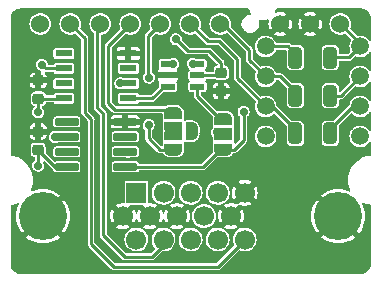
<source format=gbr>
G04 #@! TF.GenerationSoftware,KiCad,Pcbnew,(6.0.6-0)*
G04 #@! TF.CreationDate,2022-07-06T00:13:59-04:00*
G04 #@! TF.ProjectId,PS2VGA,50533256-4741-42e6-9b69-6361645f7063,1*
G04 #@! TF.SameCoordinates,Original*
G04 #@! TF.FileFunction,Copper,L1,Top*
G04 #@! TF.FilePolarity,Positive*
%FSLAX46Y46*%
G04 Gerber Fmt 4.6, Leading zero omitted, Abs format (unit mm)*
G04 Created by KiCad (PCBNEW (6.0.6-0)) date 2022-07-06 00:13:59*
%MOMM*%
%LPD*%
G01*
G04 APERTURE LIST*
G04 Aperture macros list*
%AMRoundRect*
0 Rectangle with rounded corners*
0 $1 Rounding radius*
0 $2 $3 $4 $5 $6 $7 $8 $9 X,Y pos of 4 corners*
0 Add a 4 corners polygon primitive as box body*
4,1,4,$2,$3,$4,$5,$6,$7,$8,$9,$2,$3,0*
0 Add four circle primitives for the rounded corners*
1,1,$1+$1,$2,$3*
1,1,$1+$1,$4,$5*
1,1,$1+$1,$6,$7*
1,1,$1+$1,$8,$9*
0 Add four rect primitives between the rounded corners*
20,1,$1+$1,$2,$3,$4,$5,0*
20,1,$1+$1,$4,$5,$6,$7,0*
20,1,$1+$1,$6,$7,$8,$9,0*
20,1,$1+$1,$8,$9,$2,$3,0*%
%AMFreePoly0*
4,1,22,0.550000,-0.750000,0.000000,-0.750000,0.000000,-0.745033,-0.079941,-0.743568,-0.215256,-0.701293,-0.333266,-0.622738,-0.424486,-0.514219,-0.481581,-0.384460,-0.499164,-0.250000,-0.500000,-0.250000,-0.500000,0.250000,-0.499164,0.250000,-0.499963,0.256109,-0.478152,0.396186,-0.417904,0.524511,-0.324060,0.630769,-0.204165,0.706417,-0.067858,0.745374,0.000000,0.744959,0.000000,0.750000,
0.550000,0.750000,0.550000,-0.750000,0.550000,-0.750000,$1*%
%AMFreePoly1*
4,1,20,0.000000,0.744959,0.073905,0.744508,0.209726,0.703889,0.328688,0.626782,0.421226,0.519385,0.479903,0.390333,0.500000,0.250000,0.500000,-0.250000,0.499851,-0.262216,0.476331,-0.402017,0.414519,-0.529596,0.319384,-0.634700,0.198574,-0.708877,0.061801,-0.746166,0.000000,-0.745033,0.000000,-0.750000,-0.550000,-0.750000,-0.550000,0.750000,0.000000,0.750000,0.000000,0.744959,
0.000000,0.744959,$1*%
%AMFreePoly2*
4,1,22,0.500000,-0.750000,0.000000,-0.750000,0.000000,-0.745033,-0.079941,-0.743568,-0.215256,-0.701293,-0.333266,-0.622738,-0.424486,-0.514219,-0.481581,-0.384460,-0.499164,-0.250000,-0.500000,-0.250000,-0.500000,0.250000,-0.499164,0.250000,-0.499963,0.256109,-0.478152,0.396186,-0.417904,0.524511,-0.324060,0.630769,-0.204165,0.706417,-0.067858,0.745374,0.000000,0.744959,0.000000,0.750000,
0.500000,0.750000,0.500000,-0.750000,0.500000,-0.750000,$1*%
%AMFreePoly3*
4,1,20,0.000000,0.744959,0.073905,0.744508,0.209726,0.703889,0.328688,0.626782,0.421226,0.519385,0.479903,0.390333,0.500000,0.250000,0.500000,-0.250000,0.499851,-0.262216,0.476331,-0.402017,0.414519,-0.529596,0.319384,-0.634700,0.198574,-0.708877,0.061801,-0.746166,0.000000,-0.745033,0.000000,-0.750000,-0.500000,-0.750000,-0.500000,0.750000,0.000000,0.750000,0.000000,0.744959,
0.000000,0.744959,$1*%
G04 Aperture macros list end*
G04 #@! TA.AperFunction,SMDPad,CuDef*
%ADD10FreePoly0,270.000000*%
G04 #@! TD*
G04 #@! TA.AperFunction,SMDPad,CuDef*
%ADD11R,1.500000X1.000000*%
G04 #@! TD*
G04 #@! TA.AperFunction,SMDPad,CuDef*
%ADD12FreePoly1,270.000000*%
G04 #@! TD*
G04 #@! TA.AperFunction,SMDPad,CuDef*
%ADD13RoundRect,0.225000X-0.250000X0.225000X-0.250000X-0.225000X0.250000X-0.225000X0.250000X0.225000X0*%
G04 #@! TD*
G04 #@! TA.AperFunction,SMDPad,CuDef*
%ADD14RoundRect,0.250000X-0.325000X-0.650000X0.325000X-0.650000X0.325000X0.650000X-0.325000X0.650000X0*%
G04 #@! TD*
G04 #@! TA.AperFunction,SMDPad,CuDef*
%ADD15FreePoly2,90.000000*%
G04 #@! TD*
G04 #@! TA.AperFunction,SMDPad,CuDef*
%ADD16FreePoly3,90.000000*%
G04 #@! TD*
G04 #@! TA.AperFunction,SMDPad,CuDef*
%ADD17RoundRect,0.225000X0.250000X-0.225000X0.250000X0.225000X-0.250000X0.225000X-0.250000X-0.225000X0*%
G04 #@! TD*
G04 #@! TA.AperFunction,SMDPad,CuDef*
%ADD18FreePoly2,180.000000*%
G04 #@! TD*
G04 #@! TA.AperFunction,SMDPad,CuDef*
%ADD19FreePoly3,180.000000*%
G04 #@! TD*
G04 #@! TA.AperFunction,SMDPad,CuDef*
%ADD20RoundRect,0.040600X-0.564400X-0.249400X0.564400X-0.249400X0.564400X0.249400X-0.564400X0.249400X0*%
G04 #@! TD*
G04 #@! TA.AperFunction,SMDPad,CuDef*
%ADD21RoundRect,0.042000X0.943000X0.258000X-0.943000X0.258000X-0.943000X-0.258000X0.943000X-0.258000X0*%
G04 #@! TD*
G04 #@! TA.AperFunction,SMDPad,CuDef*
%ADD22FreePoly2,270.000000*%
G04 #@! TD*
G04 #@! TA.AperFunction,SMDPad,CuDef*
%ADD23FreePoly3,270.000000*%
G04 #@! TD*
G04 #@! TA.AperFunction,SMDPad,CuDef*
%ADD24R,1.454899X0.558000*%
G04 #@! TD*
G04 #@! TA.AperFunction,ComponentPad*
%ADD25C,1.524000*%
G04 #@! TD*
G04 #@! TA.AperFunction,ComponentPad*
%ADD26R,1.700000X1.700000*%
G04 #@! TD*
G04 #@! TA.AperFunction,ComponentPad*
%ADD27C,1.700000*%
G04 #@! TD*
G04 #@! TA.AperFunction,ComponentPad*
%ADD28C,4.066000*%
G04 #@! TD*
G04 #@! TA.AperFunction,ComponentPad*
%ADD29C,1.500000*%
G04 #@! TD*
G04 #@! TA.AperFunction,ViaPad*
%ADD30C,0.700000*%
G04 #@! TD*
G04 #@! TA.AperFunction,Conductor*
%ADD31C,0.250000*%
G04 #@! TD*
G04 APERTURE END LIST*
D10*
X145310000Y-107140000D03*
D11*
X145310000Y-108440000D03*
D12*
X145310000Y-109740000D03*
D13*
X145120000Y-103225000D03*
X145120000Y-104775000D03*
D14*
X151415000Y-105190000D03*
X154365000Y-105190000D03*
D15*
X141070000Y-109740000D03*
D16*
X141070000Y-108440000D03*
D14*
X151405000Y-108360000D03*
X154355000Y-108360000D03*
D17*
X129620000Y-109765000D03*
X129620000Y-108215000D03*
D18*
X142620000Y-108190000D03*
D19*
X141320000Y-108190000D03*
D14*
X151405000Y-101950000D03*
X154355000Y-101950000D03*
D20*
X140605000Y-102510000D03*
X140605000Y-103460000D03*
X140605000Y-104410000D03*
X143115000Y-104410000D03*
X143115000Y-103460000D03*
X143115000Y-102510000D03*
D17*
X129640000Y-105425000D03*
X129640000Y-103875000D03*
D21*
X137005000Y-111205000D03*
X137005000Y-109935000D03*
X137005000Y-108665000D03*
X137005000Y-107395000D03*
X132065000Y-107395000D03*
X132065000Y-108665000D03*
X132065000Y-109935000D03*
X132065000Y-111205000D03*
D22*
X141070000Y-106640000D03*
D23*
X141070000Y-107940000D03*
D24*
X137251348Y-105415000D03*
X137251348Y-104145000D03*
X137251348Y-102875000D03*
X137251348Y-101605000D03*
X131808652Y-101605000D03*
X131808652Y-102875000D03*
X131808652Y-104145000D03*
X131808652Y-105415000D03*
D25*
X155210000Y-99110000D03*
X145050000Y-99110000D03*
X142510000Y-99110000D03*
X139970000Y-99110000D03*
X137430000Y-99110000D03*
X134890000Y-99110000D03*
X132350000Y-99110000D03*
X129810000Y-99110000D03*
X152670000Y-99110000D03*
X150130000Y-99110000D03*
D26*
X137950000Y-113395000D03*
D27*
X140240000Y-113395000D03*
X142530000Y-113395000D03*
X144820000Y-113395000D03*
X147110000Y-113395000D03*
X136805000Y-115375000D03*
X139095000Y-115375000D03*
X141385000Y-115375000D03*
X143675000Y-115375000D03*
X145965000Y-115375000D03*
X137950000Y-117355000D03*
X140240000Y-117355000D03*
X142530000Y-117355000D03*
X144820000Y-117355000D03*
X147110000Y-117355000D03*
D28*
X155025000Y-115375000D03*
X130035000Y-115375000D03*
D29*
X156890000Y-108620000D03*
X156890000Y-106080000D03*
X156890000Y-103540000D03*
X156890000Y-101000000D03*
X148890000Y-108620000D03*
X148890000Y-106080000D03*
X148890000Y-103540000D03*
X148890000Y-101000000D03*
D30*
X141070000Y-102480000D03*
X147020000Y-106530000D03*
X129630000Y-111100000D03*
X141290000Y-100390000D03*
X129630000Y-106570000D03*
X129930000Y-102550000D03*
X136590000Y-104130000D03*
X131080000Y-108680000D03*
X137230000Y-109910000D03*
X144760000Y-108250000D03*
X142810000Y-108120000D03*
X138980000Y-107660000D03*
X139000000Y-103640000D03*
X141080000Y-108200000D03*
X142730000Y-102480000D03*
D31*
X156920000Y-100820000D02*
X156920000Y-101020000D01*
X156900000Y-101010000D02*
X155970000Y-101940000D01*
X155970000Y-101940000D02*
X154650000Y-101940000D01*
X155210000Y-99110000D02*
X156920000Y-100820000D01*
X151405000Y-101625000D02*
X150790000Y-101010000D01*
X151405000Y-101950000D02*
X151405000Y-101625000D01*
X150790000Y-101010000D02*
X148900000Y-101010000D01*
X151420000Y-104890000D02*
X151420000Y-105190000D01*
X147510000Y-101310000D02*
X147510000Y-102160000D01*
X145050000Y-99110000D02*
X145310000Y-99110000D01*
X147510000Y-102160000D02*
X148900000Y-103550000D01*
X145310000Y-99110000D02*
X147510000Y-101310000D01*
X150080000Y-103550000D02*
X151420000Y-104890000D01*
X148900000Y-103550000D02*
X150080000Y-103550000D01*
X155260000Y-105190000D02*
X156900000Y-103550000D01*
X154365000Y-105190000D02*
X155260000Y-105190000D01*
X148900000Y-106090000D02*
X149450000Y-106090000D01*
X149450000Y-106090000D02*
X151400000Y-108040000D01*
X151400000Y-108040000D02*
X151400000Y-108360000D01*
X143970000Y-100570000D02*
X144960000Y-100570000D01*
X146490000Y-103680000D02*
X148900000Y-106090000D01*
X142510000Y-99110000D02*
X143970000Y-100570000D01*
X144960000Y-100570000D02*
X146490000Y-102100000D01*
X146490000Y-102100000D02*
X146490000Y-103680000D01*
X156900000Y-106090000D02*
X156290000Y-106090000D01*
X156290000Y-106090000D02*
X154360000Y-108020000D01*
X154360000Y-108020000D02*
X154360000Y-108360000D01*
X145310000Y-109740000D02*
X146230000Y-109740000D01*
X137010000Y-111210000D02*
X143580000Y-111210000D01*
X137005000Y-111205000D02*
X137010000Y-111210000D01*
X146230000Y-109740000D02*
X147020000Y-108950000D01*
X145050000Y-109740000D02*
X145310000Y-109740000D01*
X147020000Y-108950000D02*
X147020000Y-106530000D01*
X143580000Y-111210000D02*
X145050000Y-109740000D01*
X129630000Y-105440000D02*
X129640000Y-105430000D01*
X129640000Y-105425000D02*
X131805000Y-105425000D01*
X131805000Y-105425000D02*
X131810000Y-105420000D01*
X142300000Y-101400000D02*
X144120000Y-101400000D01*
X129620000Y-109765000D02*
X131055000Y-111200000D01*
X129630000Y-106570000D02*
X129630000Y-105440000D01*
X131055000Y-111200000D02*
X132060000Y-111200000D01*
X129630000Y-111100000D02*
X129630000Y-109780000D01*
X144120000Y-101400000D02*
X145110000Y-102390000D01*
X129640000Y-105430000D02*
X129640000Y-105425000D01*
X145110000Y-103460000D02*
X143110000Y-103460000D01*
X145110000Y-102390000D02*
X145110000Y-102690000D01*
X141290000Y-100390000D02*
X142300000Y-101400000D01*
X145110000Y-102695000D02*
X145110000Y-103460000D01*
X130250000Y-102870000D02*
X131810000Y-102870000D01*
X129930000Y-102550000D02*
X130250000Y-102870000D01*
X131095000Y-108665000D02*
X132065000Y-108665000D01*
X131080000Y-108680000D02*
X131095000Y-108665000D01*
X143115000Y-105208402D02*
X145046598Y-107140000D01*
X143115000Y-104410000D02*
X143115000Y-105208402D01*
X145046598Y-107140000D02*
X145310000Y-107140000D01*
X138960000Y-103600000D02*
X138960000Y-100120000D01*
X138980000Y-107660000D02*
X138980000Y-108770000D01*
X138960000Y-100120000D02*
X139970000Y-99110000D01*
X139000000Y-103640000D02*
X138960000Y-103600000D01*
X138980000Y-108770000D02*
X139950000Y-109740000D01*
X139950000Y-109740000D02*
X141070000Y-109740000D01*
X135570000Y-100950000D02*
X135570000Y-105830000D01*
X137410000Y-99110000D02*
X135570000Y-100950000D01*
X137430000Y-99110000D02*
X137410000Y-99110000D01*
X140790000Y-106360000D02*
X141070000Y-106640000D01*
X135570000Y-105830000D02*
X136100000Y-106360000D01*
X136100000Y-106360000D02*
X140790000Y-106360000D01*
X134630000Y-106180000D02*
X135130000Y-106680000D01*
X136940000Y-118820000D02*
X139250000Y-118820000D01*
X134630000Y-99370000D02*
X134630000Y-106180000D01*
X140240000Y-117830000D02*
X140240000Y-117360000D01*
X134890000Y-99110000D02*
X134630000Y-99370000D01*
X139250000Y-118820000D02*
X140240000Y-117830000D01*
X135130000Y-117010000D02*
X136940000Y-118820000D01*
X135130000Y-106680000D02*
X135130000Y-117010000D01*
X136030000Y-119650000D02*
X144820000Y-119650000D01*
X132350000Y-99110000D02*
X133570000Y-100330000D01*
X133570000Y-100330000D02*
X133570000Y-106610000D01*
X133570000Y-106610000D02*
X134110000Y-107150000D01*
X134110000Y-107150000D02*
X134110000Y-117730000D01*
X144820000Y-119650000D02*
X147110000Y-117360000D01*
X134110000Y-117730000D02*
X136030000Y-119650000D01*
X137251348Y-105415000D02*
X139285000Y-105415000D01*
X139285000Y-105415000D02*
X140290000Y-104410000D01*
X140290000Y-104410000D02*
X140610000Y-104410000D01*
G04 #@! TA.AperFunction,Conductor*
G36*
X147454222Y-97808538D02*
G01*
X147479753Y-97848616D01*
X147488480Y-97881196D01*
X147527831Y-98028100D01*
X147529287Y-98031223D01*
X147529288Y-98031226D01*
X147602543Y-98188359D01*
X147613657Y-98212200D01*
X147624590Y-98227818D01*
X147629755Y-98235196D01*
X147643735Y-98287395D01*
X147620890Y-98336368D01*
X147571911Y-98359200D01*
X147565036Y-98359500D01*
X147546178Y-98359500D01*
X147543916Y-98359764D01*
X147543911Y-98359764D01*
X147420732Y-98374125D01*
X147420729Y-98374126D01*
X147416172Y-98374657D01*
X147411857Y-98376223D01*
X147411854Y-98376224D01*
X147255982Y-98432803D01*
X147255979Y-98432805D01*
X147251669Y-98434369D01*
X147105315Y-98530323D01*
X147102160Y-98533654D01*
X147102157Y-98533656D01*
X147069276Y-98568366D01*
X146984960Y-98657372D01*
X146897061Y-98808702D01*
X146846333Y-98976193D01*
X146835497Y-99150862D01*
X146836275Y-99155390D01*
X146861526Y-99302341D01*
X146865134Y-99323340D01*
X146866931Y-99327562D01*
X146866932Y-99327567D01*
X146872699Y-99341120D01*
X146933654Y-99484373D01*
X146936372Y-99488067D01*
X146936373Y-99488068D01*
X147034661Y-99621626D01*
X147034664Y-99621629D01*
X147037383Y-99625324D01*
X147170755Y-99738632D01*
X147174842Y-99740719D01*
X147322530Y-99816133D01*
X147322533Y-99816134D01*
X147326616Y-99818219D01*
X147413976Y-99839596D01*
X147493184Y-99858978D01*
X147493188Y-99858979D01*
X147496606Y-99859815D01*
X147507648Y-99860500D01*
X147633822Y-99860500D01*
X147636084Y-99860236D01*
X147636089Y-99860236D01*
X147759268Y-99845875D01*
X147759271Y-99845874D01*
X147763828Y-99845343D01*
X147768143Y-99843777D01*
X147768146Y-99843776D01*
X147924018Y-99787197D01*
X147924021Y-99787195D01*
X147928331Y-99785631D01*
X148074685Y-99689677D01*
X148077840Y-99686346D01*
X148077843Y-99686344D01*
X148191885Y-99565958D01*
X148195040Y-99562628D01*
X148215754Y-99526967D01*
X148280631Y-99415271D01*
X148282939Y-99411298D01*
X148333667Y-99243807D01*
X148344503Y-99069138D01*
X148317709Y-98913206D01*
X148315644Y-98901186D01*
X148315643Y-98901184D01*
X148314866Y-98896660D01*
X148313069Y-98892438D01*
X148313068Y-98892433D01*
X148307435Y-98879197D01*
X148304558Y-98825235D01*
X148337041Y-98782048D01*
X148389684Y-98769844D01*
X148400587Y-98771959D01*
X148420392Y-98777270D01*
X148423829Y-98777571D01*
X148423832Y-98777572D01*
X148619303Y-98794716D01*
X148619306Y-98794716D01*
X148622738Y-98795017D01*
X148825093Y-98777361D01*
X148940027Y-98746596D01*
X149017970Y-98725733D01*
X149017975Y-98725731D01*
X149021308Y-98724839D01*
X149056710Y-98708343D01*
X149110542Y-98703647D01*
X149154800Y-98734654D01*
X149168773Y-98786856D01*
X149165377Y-98803837D01*
X149136493Y-98894894D01*
X149134895Y-98902410D01*
X149113632Y-99091968D01*
X149113525Y-99099648D01*
X149129486Y-99289724D01*
X149130872Y-99297278D01*
X149183448Y-99480631D01*
X149186280Y-99487783D01*
X149252010Y-99615681D01*
X149260341Y-99623396D01*
X149261549Y-99623455D01*
X149265186Y-99621261D01*
X149776004Y-99110443D01*
X150488604Y-99110443D01*
X150490290Y-99116737D01*
X150990507Y-99616954D01*
X151000801Y-99621754D01*
X151002838Y-99621209D01*
X151004700Y-99619162D01*
X151057074Y-99526967D01*
X151060202Y-99519942D01*
X151120407Y-99338956D01*
X151122110Y-99331463D01*
X151146224Y-99140588D01*
X151146532Y-99136178D01*
X151146866Y-99112214D01*
X151146681Y-99107800D01*
X151145882Y-99099648D01*
X151653525Y-99099648D01*
X151669486Y-99289724D01*
X151670872Y-99297278D01*
X151723448Y-99480631D01*
X151726280Y-99487783D01*
X151792010Y-99615681D01*
X151800341Y-99623396D01*
X151801549Y-99623455D01*
X151805186Y-99621261D01*
X152306596Y-99119851D01*
X152310983Y-99110443D01*
X153028604Y-99110443D01*
X153030290Y-99116737D01*
X153530507Y-99616954D01*
X153540801Y-99621754D01*
X153542838Y-99621209D01*
X153544700Y-99619162D01*
X153597074Y-99526967D01*
X153600202Y-99519942D01*
X153660407Y-99338956D01*
X153662110Y-99331463D01*
X153686224Y-99140588D01*
X153686532Y-99136178D01*
X153686866Y-99112214D01*
X153686681Y-99107800D01*
X153667907Y-98916328D01*
X153666413Y-98908784D01*
X153611286Y-98726195D01*
X153608353Y-98719078D01*
X153547590Y-98604800D01*
X153539152Y-98597203D01*
X153537644Y-98597150D01*
X153534438Y-98599115D01*
X153033404Y-99100149D01*
X153028604Y-99110443D01*
X152310983Y-99110443D01*
X152311396Y-99109557D01*
X152309710Y-99103263D01*
X151809220Y-98602773D01*
X151798926Y-98597973D01*
X151797180Y-98598441D01*
X151794999Y-98600871D01*
X151737197Y-98706013D01*
X151734165Y-98713087D01*
X151676493Y-98894894D01*
X151674895Y-98902410D01*
X151653632Y-99091968D01*
X151653525Y-99099648D01*
X151145882Y-99099648D01*
X151127907Y-98916328D01*
X151126413Y-98908784D01*
X151071286Y-98726195D01*
X151068353Y-98719078D01*
X151007590Y-98604800D01*
X150999152Y-98597203D01*
X150997644Y-98597150D01*
X150994438Y-98599115D01*
X150493404Y-99100149D01*
X150488604Y-99110443D01*
X149776004Y-99110443D01*
X150637419Y-98249028D01*
X150640710Y-98241971D01*
X152156866Y-98241971D01*
X152158948Y-98245395D01*
X152660149Y-98746596D01*
X152670443Y-98751396D01*
X152676737Y-98749710D01*
X153177419Y-98249028D01*
X153182219Y-98238734D01*
X153181790Y-98237132D01*
X153179169Y-98234797D01*
X153067459Y-98174396D01*
X153060377Y-98171419D01*
X152878170Y-98115017D01*
X152870629Y-98113469D01*
X152680942Y-98093532D01*
X152673252Y-98093478D01*
X152483302Y-98110765D01*
X152475746Y-98112206D01*
X152292773Y-98166058D01*
X152285636Y-98168942D01*
X152164578Y-98232229D01*
X152156923Y-98240613D01*
X152156866Y-98241971D01*
X150640710Y-98241971D01*
X150642219Y-98238734D01*
X150641790Y-98237132D01*
X150639169Y-98234797D01*
X150527459Y-98174396D01*
X150520377Y-98171419D01*
X150338170Y-98115017D01*
X150330629Y-98113469D01*
X150140942Y-98093532D01*
X150133252Y-98093478D01*
X149943302Y-98110765D01*
X149935746Y-98112206D01*
X149805999Y-98150393D01*
X149752067Y-98147000D01*
X149712933Y-98109733D01*
X149706909Y-98056031D01*
X149712108Y-98041194D01*
X149716530Y-98031719D01*
X149717990Y-98028591D01*
X149766176Y-97849025D01*
X149797188Y-97804770D01*
X149842477Y-97790500D01*
X156922794Y-97790500D01*
X156940498Y-97792509D01*
X156949713Y-97794628D01*
X156958390Y-97792664D01*
X156967287Y-97792680D01*
X156967286Y-97793476D01*
X156975226Y-97792985D01*
X157106039Y-97805869D01*
X157121228Y-97808891D01*
X157263815Y-97852144D01*
X157278123Y-97858070D01*
X157409538Y-97928313D01*
X157422415Y-97936917D01*
X157537601Y-98031448D01*
X157548552Y-98042399D01*
X157643083Y-98157585D01*
X157651687Y-98170462D01*
X157721930Y-98301877D01*
X157727856Y-98316185D01*
X157771109Y-98458773D01*
X157774131Y-98473962D01*
X157787000Y-98604625D01*
X157787380Y-98612504D01*
X157787365Y-98621045D01*
X157785372Y-98629713D01*
X157787335Y-98638388D01*
X157787335Y-98638390D01*
X157787552Y-98639347D01*
X157789500Y-98656782D01*
X157789500Y-100442149D01*
X157771018Y-100492929D01*
X157724218Y-100519949D01*
X157671000Y-100510565D01*
X157642084Y-100481649D01*
X157632738Y-100465461D01*
X157630667Y-100461874D01*
X157626506Y-100457252D01*
X157529346Y-100349346D01*
X157502599Y-100319640D01*
X157347758Y-100207141D01*
X157272308Y-100173548D01*
X157176693Y-100130977D01*
X157176690Y-100130976D01*
X157172910Y-100129293D01*
X157168867Y-100128434D01*
X157168862Y-100128432D01*
X156989741Y-100090359D01*
X156989736Y-100090358D01*
X156985697Y-100089500D01*
X156794303Y-100089500D01*
X156721304Y-100105016D01*
X156670455Y-100115824D01*
X156616941Y-100108303D01*
X156598169Y-100094411D01*
X156075012Y-99571254D01*
X156052174Y-99522278D01*
X156057995Y-99487479D01*
X156057387Y-99487281D01*
X156080785Y-99415271D01*
X156117311Y-99302855D01*
X156117745Y-99298732D01*
X156137148Y-99114120D01*
X156137581Y-99110000D01*
X156117311Y-98917145D01*
X156057387Y-98732719D01*
X155960429Y-98564782D01*
X155878654Y-98473961D01*
X155833445Y-98423751D01*
X155833442Y-98423748D01*
X155830673Y-98420673D01*
X155673791Y-98306691D01*
X155670007Y-98305006D01*
X155670003Y-98305004D01*
X155500421Y-98229502D01*
X155500419Y-98229501D01*
X155496638Y-98227818D01*
X155492592Y-98226958D01*
X155492589Y-98226957D01*
X155311002Y-98188359D01*
X155310998Y-98188359D01*
X155306959Y-98187500D01*
X155113041Y-98187500D01*
X155109002Y-98188359D01*
X155108998Y-98188359D01*
X154927411Y-98226957D01*
X154927408Y-98226958D01*
X154923362Y-98227818D01*
X154919581Y-98229501D01*
X154919579Y-98229502D01*
X154749998Y-98305004D01*
X154749994Y-98305006D01*
X154746210Y-98306691D01*
X154742856Y-98309128D01*
X154742854Y-98309129D01*
X154673161Y-98359764D01*
X154589327Y-98420673D01*
X154586558Y-98423748D01*
X154586555Y-98423751D01*
X154541346Y-98473961D01*
X154459571Y-98564782D01*
X154362613Y-98732719D01*
X154302689Y-98917145D01*
X154282419Y-99110000D01*
X154282852Y-99114120D01*
X154302256Y-99298732D01*
X154302689Y-99302855D01*
X154362613Y-99487281D01*
X154459571Y-99655218D01*
X154462340Y-99658293D01*
X154586555Y-99796249D01*
X154586558Y-99796252D01*
X154589327Y-99799327D01*
X154746209Y-99913309D01*
X154749993Y-99914994D01*
X154749997Y-99914996D01*
X154919579Y-99990498D01*
X154919581Y-99990499D01*
X154923362Y-99992182D01*
X154927408Y-99993042D01*
X154927411Y-99993043D01*
X155108998Y-100031641D01*
X155109002Y-100031641D01*
X155113041Y-100032500D01*
X155306959Y-100032500D01*
X155310998Y-100031641D01*
X155311002Y-100031641D01*
X155492589Y-99993043D01*
X155492592Y-99993042D01*
X155496638Y-99992182D01*
X155579742Y-99955182D01*
X155633647Y-99951412D01*
X155667733Y-99971491D01*
X156109684Y-100413442D01*
X156132522Y-100462418D01*
X156122239Y-100508801D01*
X156053635Y-100627627D01*
X155994491Y-100809654D01*
X155994058Y-100813770D01*
X155994058Y-100813772D01*
X155981231Y-100935812D01*
X155974485Y-101000000D01*
X155974918Y-101004120D01*
X155993026Y-101176403D01*
X155994491Y-101190346D01*
X156053635Y-101372373D01*
X156055701Y-101375951D01*
X156056599Y-101377969D01*
X156060364Y-101431877D01*
X156040287Y-101465955D01*
X155874881Y-101631361D01*
X155825905Y-101654199D01*
X155819020Y-101654500D01*
X155169499Y-101654500D01*
X155118719Y-101636018D01*
X155091699Y-101589218D01*
X155090499Y-101575500D01*
X155090499Y-101267694D01*
X155089815Y-101263376D01*
X155076247Y-101177703D01*
X155076247Y-101177702D01*
X155075275Y-101171567D01*
X155033679Y-101089930D01*
X155019064Y-101061246D01*
X155019063Y-101061245D01*
X155016241Y-101055706D01*
X154924294Y-100963759D01*
X154883637Y-100943043D01*
X154813971Y-100907547D01*
X154813972Y-100907547D01*
X154808433Y-100904725D01*
X154802294Y-100903753D01*
X154802292Y-100903752D01*
X154760975Y-100897208D01*
X154712307Y-100889500D01*
X154355173Y-100889500D01*
X153997694Y-100889501D01*
X153994632Y-100889986D01*
X153994631Y-100889986D01*
X153907703Y-100903753D01*
X153907702Y-100903753D01*
X153901567Y-100904725D01*
X153896029Y-100907547D01*
X153826364Y-100943043D01*
X153785706Y-100963759D01*
X153693759Y-101055706D01*
X153690937Y-101061245D01*
X153690936Y-101061246D01*
X153676321Y-101089930D01*
X153634725Y-101171567D01*
X153633753Y-101177706D01*
X153633752Y-101177708D01*
X153631392Y-101192612D01*
X153619500Y-101267693D01*
X153619501Y-102632306D01*
X153619986Y-102635368D01*
X153619986Y-102635369D01*
X153631438Y-102707676D01*
X153634725Y-102728433D01*
X153657455Y-102773044D01*
X153686596Y-102830235D01*
X153693759Y-102844294D01*
X153785706Y-102936241D01*
X153791245Y-102939063D01*
X153791246Y-102939064D01*
X153819249Y-102953332D01*
X153901567Y-102995275D01*
X153907706Y-102996247D01*
X153907708Y-102996248D01*
X153943231Y-103001874D01*
X153997693Y-103010500D01*
X154354827Y-103010500D01*
X154712306Y-103010499D01*
X154715368Y-103010014D01*
X154715369Y-103010014D01*
X154802297Y-102996247D01*
X154802298Y-102996247D01*
X154808433Y-102995275D01*
X154890751Y-102953332D01*
X154918754Y-102939064D01*
X154918755Y-102939063D01*
X154924294Y-102936241D01*
X155016241Y-102844294D01*
X155023405Y-102830235D01*
X155052545Y-102773044D01*
X155075275Y-102728433D01*
X155080754Y-102693844D01*
X155084375Y-102670977D01*
X155090500Y-102632307D01*
X155090500Y-102304500D01*
X155108982Y-102253720D01*
X155155782Y-102226700D01*
X155169500Y-102225500D01*
X155918526Y-102225500D01*
X155923255Y-102225847D01*
X155927571Y-102227329D01*
X155974799Y-102225556D01*
X155977762Y-102225500D01*
X155996552Y-102225500D01*
X156000129Y-102224834D01*
X156002172Y-102224645D01*
X156006469Y-102224367D01*
X156026563Y-102223613D01*
X156026565Y-102223613D01*
X156033853Y-102223339D01*
X156045442Y-102218360D01*
X156062155Y-102213283D01*
X156067384Y-102212309D01*
X156067388Y-102212308D01*
X156074559Y-102210972D01*
X156097045Y-102197112D01*
X156107310Y-102191780D01*
X156119478Y-102186552D01*
X156131574Y-102181355D01*
X156136215Y-102177543D01*
X156141606Y-102172152D01*
X156156014Y-102160763D01*
X156158886Y-102158993D01*
X156158889Y-102158990D01*
X156165098Y-102155163D01*
X156182500Y-102132278D01*
X156189523Y-102124235D01*
X156455194Y-101858564D01*
X156504170Y-101835726D01*
X156543184Y-101842254D01*
X156607090Y-101870707D01*
X156611133Y-101871566D01*
X156611138Y-101871568D01*
X156790259Y-101909641D01*
X156790264Y-101909642D01*
X156794303Y-101910500D01*
X156985697Y-101910500D01*
X156989736Y-101909642D01*
X156989741Y-101909641D01*
X157168862Y-101871568D01*
X157168867Y-101871566D01*
X157172910Y-101870707D01*
X157176690Y-101869024D01*
X157176693Y-101869023D01*
X157343969Y-101794546D01*
X157347758Y-101792859D01*
X157502599Y-101680360D01*
X157553709Y-101623597D01*
X157627894Y-101541206D01*
X157627895Y-101541205D01*
X157630667Y-101538126D01*
X157642084Y-101518351D01*
X157683480Y-101483615D01*
X157737519Y-101483615D01*
X157778916Y-101518351D01*
X157789500Y-101557851D01*
X157789500Y-102982149D01*
X157771018Y-103032929D01*
X157724218Y-103059949D01*
X157671000Y-103050565D01*
X157642084Y-103021649D01*
X157632738Y-103005461D01*
X157630667Y-103001874D01*
X157625602Y-102996248D01*
X157505373Y-102862721D01*
X157502599Y-102859640D01*
X157347758Y-102747141D01*
X157318178Y-102733971D01*
X157176693Y-102670977D01*
X157176690Y-102670976D01*
X157172910Y-102669293D01*
X157168867Y-102668434D01*
X157168862Y-102668432D01*
X156989741Y-102630359D01*
X156989736Y-102630358D01*
X156985697Y-102629500D01*
X156794303Y-102629500D01*
X156790264Y-102630358D01*
X156790259Y-102630359D01*
X156611135Y-102668433D01*
X156611133Y-102668434D01*
X156607090Y-102669293D01*
X156603313Y-102670975D01*
X156603312Y-102670975D01*
X156436022Y-102745458D01*
X156436019Y-102745460D01*
X156432243Y-102747141D01*
X156428895Y-102749573D01*
X156428894Y-102749574D01*
X156388109Y-102779206D01*
X156277401Y-102859640D01*
X156274627Y-102862721D01*
X156154399Y-102996248D01*
X156149333Y-103001874D01*
X156147262Y-103005461D01*
X156060220Y-103156222D01*
X156053635Y-103167627D01*
X155994491Y-103349654D01*
X155994058Y-103353770D01*
X155994058Y-103353772D01*
X155993628Y-103357861D01*
X155974485Y-103540000D01*
X155974918Y-103544120D01*
X155993817Y-103723930D01*
X155994491Y-103730346D01*
X156053635Y-103912373D01*
X156055701Y-103915951D01*
X156056599Y-103917969D01*
X156060364Y-103971877D01*
X156040287Y-104005955D01*
X155235360Y-104810882D01*
X155186384Y-104833720D01*
X155134186Y-104819734D01*
X155103191Y-104775468D01*
X155100499Y-104755021D01*
X155100499Y-104507694D01*
X155095289Y-104474799D01*
X155086247Y-104417703D01*
X155086247Y-104417702D01*
X155085275Y-104411567D01*
X155026241Y-104295706D01*
X154934294Y-104203759D01*
X154818433Y-104144725D01*
X154812294Y-104143753D01*
X154812292Y-104143752D01*
X154769540Y-104136981D01*
X154722307Y-104129500D01*
X154365173Y-104129500D01*
X154007694Y-104129501D01*
X154004632Y-104129986D01*
X154004631Y-104129986D01*
X153917703Y-104143753D01*
X153917702Y-104143753D01*
X153911567Y-104144725D01*
X153795706Y-104203759D01*
X153703759Y-104295706D01*
X153644725Y-104411567D01*
X153643753Y-104417706D01*
X153643752Y-104417708D01*
X153638341Y-104451874D01*
X153629500Y-104507693D01*
X153629501Y-105872306D01*
X153629986Y-105875368D01*
X153629986Y-105875369D01*
X153636028Y-105913516D01*
X153644725Y-105968433D01*
X153662299Y-106002924D01*
X153693168Y-106063507D01*
X153703759Y-106084294D01*
X153795706Y-106176241D01*
X153801245Y-106179063D01*
X153801246Y-106179064D01*
X153848065Y-106202919D01*
X153911567Y-106235275D01*
X153917706Y-106236247D01*
X153917708Y-106236248D01*
X153957954Y-106242622D01*
X154007693Y-106250500D01*
X154364827Y-106250500D01*
X154722306Y-106250499D01*
X154725368Y-106250014D01*
X154725369Y-106250014D01*
X154812297Y-106236247D01*
X154812298Y-106236247D01*
X154818433Y-106235275D01*
X154881935Y-106202919D01*
X154928754Y-106179064D01*
X154928755Y-106179063D01*
X154934294Y-106176241D01*
X155026241Y-106084294D01*
X155036833Y-106063507D01*
X155067701Y-106002924D01*
X155085275Y-105968433D01*
X155100500Y-105872307D01*
X155100500Y-105554500D01*
X155118982Y-105503720D01*
X155165782Y-105476700D01*
X155179500Y-105475500D01*
X155208526Y-105475500D01*
X155213255Y-105475847D01*
X155217571Y-105477329D01*
X155264799Y-105475556D01*
X155267762Y-105475500D01*
X155286552Y-105475500D01*
X155290129Y-105474834D01*
X155292172Y-105474645D01*
X155296469Y-105474367D01*
X155316563Y-105473613D01*
X155316565Y-105473613D01*
X155323853Y-105473339D01*
X155335442Y-105468360D01*
X155352155Y-105463283D01*
X155357384Y-105462309D01*
X155357388Y-105462308D01*
X155364559Y-105460972D01*
X155387045Y-105447112D01*
X155397310Y-105441780D01*
X155399094Y-105441014D01*
X155421574Y-105431355D01*
X155426215Y-105427543D01*
X155431606Y-105422152D01*
X155446014Y-105410763D01*
X155448886Y-105408993D01*
X155448889Y-105408990D01*
X155455098Y-105405163D01*
X155472500Y-105382278D01*
X155479523Y-105374235D01*
X156455194Y-104398564D01*
X156504170Y-104375726D01*
X156543184Y-104382254D01*
X156607090Y-104410707D01*
X156611133Y-104411566D01*
X156611138Y-104411568D01*
X156790259Y-104449641D01*
X156790264Y-104449642D01*
X156794303Y-104450500D01*
X156985697Y-104450500D01*
X156989736Y-104449642D01*
X156989741Y-104449641D01*
X157168862Y-104411568D01*
X157168867Y-104411566D01*
X157172910Y-104410707D01*
X157176690Y-104409024D01*
X157176693Y-104409023D01*
X157343969Y-104334546D01*
X157347758Y-104332859D01*
X157502599Y-104220360D01*
X157570742Y-104144680D01*
X157627894Y-104081206D01*
X157627895Y-104081205D01*
X157630667Y-104078126D01*
X157642084Y-104058351D01*
X157683480Y-104023615D01*
X157737519Y-104023615D01*
X157778916Y-104058351D01*
X157789500Y-104097851D01*
X157789500Y-105522149D01*
X157771018Y-105572929D01*
X157724218Y-105599949D01*
X157671000Y-105590565D01*
X157642084Y-105561649D01*
X157632738Y-105545461D01*
X157630667Y-105541874D01*
X157572551Y-105477329D01*
X157507572Y-105405163D01*
X157502599Y-105399640D01*
X157347758Y-105287141D01*
X157314324Y-105272255D01*
X157176693Y-105210977D01*
X157176690Y-105210976D01*
X157172910Y-105209293D01*
X157168867Y-105208434D01*
X157168862Y-105208432D01*
X156989741Y-105170359D01*
X156989736Y-105170358D01*
X156985697Y-105169500D01*
X156794303Y-105169500D01*
X156790264Y-105170358D01*
X156790259Y-105170359D01*
X156611135Y-105208433D01*
X156611133Y-105208434D01*
X156607090Y-105209293D01*
X156603313Y-105210975D01*
X156603312Y-105210975D01*
X156436022Y-105285458D01*
X156436019Y-105285460D01*
X156432243Y-105287141D01*
X156277401Y-105399640D01*
X156272428Y-105405163D01*
X156207450Y-105477329D01*
X156149333Y-105541874D01*
X156147262Y-105545461D01*
X156056694Y-105702329D01*
X156053635Y-105707627D01*
X155994491Y-105889654D01*
X155994058Y-105893770D01*
X155994058Y-105893772D01*
X155986598Y-105964747D01*
X155963892Y-106012350D01*
X154699881Y-107276361D01*
X154650905Y-107299199D01*
X154644020Y-107299500D01*
X154056545Y-107299501D01*
X153997694Y-107299501D01*
X153994632Y-107299986D01*
X153994631Y-107299986D01*
X153907703Y-107313753D01*
X153907702Y-107313753D01*
X153901567Y-107314725D01*
X153785706Y-107373759D01*
X153693759Y-107465706D01*
X153690937Y-107471245D01*
X153690936Y-107471246D01*
X153668525Y-107515230D01*
X153634725Y-107581567D01*
X153619500Y-107677693D01*
X153619501Y-109042306D01*
X153619986Y-109045368D01*
X153619986Y-109045369D01*
X153633202Y-109128814D01*
X153634725Y-109138433D01*
X153656272Y-109180722D01*
X153684535Y-109236190D01*
X153693759Y-109254294D01*
X153785706Y-109346241D01*
X153901567Y-109405275D01*
X153907706Y-109406247D01*
X153907708Y-109406248D01*
X153949025Y-109412792D01*
X153997693Y-109420500D01*
X154354827Y-109420500D01*
X154712306Y-109420499D01*
X154715368Y-109420014D01*
X154715369Y-109420014D01*
X154802297Y-109406247D01*
X154802298Y-109406247D01*
X154808433Y-109405275D01*
X154924294Y-109346241D01*
X155016241Y-109254294D01*
X155025466Y-109236190D01*
X155053728Y-109180722D01*
X155075275Y-109138433D01*
X155077027Y-109127376D01*
X155085530Y-109073687D01*
X155090500Y-109042307D01*
X155090499Y-107725981D01*
X155108981Y-107675201D01*
X155113638Y-107670120D01*
X156098190Y-106685568D01*
X156147166Y-106662730D01*
X156199364Y-106676716D01*
X156212758Y-106688567D01*
X156277401Y-106760360D01*
X156432242Y-106872859D01*
X156436031Y-106874546D01*
X156603307Y-106949023D01*
X156603310Y-106949024D01*
X156607090Y-106950707D01*
X156611133Y-106951566D01*
X156611138Y-106951568D01*
X156790259Y-106989641D01*
X156790264Y-106989642D01*
X156794303Y-106990500D01*
X156985697Y-106990500D01*
X156989736Y-106989642D01*
X156989741Y-106989641D01*
X157168862Y-106951568D01*
X157168867Y-106951566D01*
X157172910Y-106950707D01*
X157176690Y-106949024D01*
X157176693Y-106949023D01*
X157343969Y-106874546D01*
X157347758Y-106872859D01*
X157502599Y-106760360D01*
X157567241Y-106688568D01*
X157627894Y-106621206D01*
X157627895Y-106621205D01*
X157630667Y-106618126D01*
X157642084Y-106598351D01*
X157683480Y-106563615D01*
X157737519Y-106563615D01*
X157778916Y-106598351D01*
X157789500Y-106637851D01*
X157789500Y-108062149D01*
X157771018Y-108112929D01*
X157724218Y-108139949D01*
X157671000Y-108130565D01*
X157642084Y-108101649D01*
X157632738Y-108085461D01*
X157630667Y-108081874D01*
X157608107Y-108056818D01*
X157534659Y-107975246D01*
X157502599Y-107939640D01*
X157347758Y-107827141D01*
X157312078Y-107811255D01*
X157176693Y-107750977D01*
X157176690Y-107750976D01*
X157172910Y-107749293D01*
X157168867Y-107748434D01*
X157168862Y-107748432D01*
X156989741Y-107710359D01*
X156989736Y-107710358D01*
X156985697Y-107709500D01*
X156794303Y-107709500D01*
X156790264Y-107710358D01*
X156790259Y-107710359D01*
X156611135Y-107748433D01*
X156611133Y-107748434D01*
X156607090Y-107749293D01*
X156603313Y-107750975D01*
X156603312Y-107750975D01*
X156436022Y-107825458D01*
X156436019Y-107825460D01*
X156432243Y-107827141D01*
X156277401Y-107939640D01*
X156245341Y-107975246D01*
X156171894Y-108056818D01*
X156149333Y-108081874D01*
X156147262Y-108085461D01*
X156055903Y-108243699D01*
X156053635Y-108247627D01*
X155994491Y-108429654D01*
X155994058Y-108433770D01*
X155994058Y-108433772D01*
X155983090Y-108538126D01*
X155974485Y-108620000D01*
X155974918Y-108624120D01*
X155993301Y-108799020D01*
X155994491Y-108810346D01*
X156053635Y-108992373D01*
X156055704Y-108995956D01*
X156055705Y-108995959D01*
X156147240Y-109154501D01*
X156149333Y-109158126D01*
X156152105Y-109161205D01*
X156152106Y-109161206D01*
X156206506Y-109221623D01*
X156277401Y-109300360D01*
X156432242Y-109412859D01*
X156436031Y-109414546D01*
X156603307Y-109489023D01*
X156603310Y-109489024D01*
X156607090Y-109490707D01*
X156611133Y-109491566D01*
X156611138Y-109491568D01*
X156790259Y-109529641D01*
X156790264Y-109529642D01*
X156794303Y-109530500D01*
X156985697Y-109530500D01*
X156989736Y-109529642D01*
X156989741Y-109529641D01*
X157168862Y-109491568D01*
X157168867Y-109491566D01*
X157172910Y-109490707D01*
X157176690Y-109489024D01*
X157176693Y-109489023D01*
X157343969Y-109414546D01*
X157347758Y-109412859D01*
X157502599Y-109300360D01*
X157573494Y-109221623D01*
X157627894Y-109161206D01*
X157627895Y-109161205D01*
X157630667Y-109158126D01*
X157632761Y-109154500D01*
X157638839Y-109143971D01*
X157642084Y-109138351D01*
X157683480Y-109103615D01*
X157737519Y-109103615D01*
X157778916Y-109138351D01*
X157789500Y-109177851D01*
X157789500Y-110172670D01*
X157771018Y-110223450D01*
X157724218Y-110250470D01*
X157716062Y-110251473D01*
X157677987Y-110254158D01*
X157675468Y-110254671D01*
X157675467Y-110254671D01*
X157414130Y-110307881D01*
X157414125Y-110307882D01*
X157411617Y-110308393D01*
X157403899Y-110311048D01*
X157157007Y-110395981D01*
X157157003Y-110395983D01*
X157154566Y-110396821D01*
X156911205Y-110517941D01*
X156909068Y-110519379D01*
X156909066Y-110519380D01*
X156687811Y-110668251D01*
X156687807Y-110668254D01*
X156685670Y-110669692D01*
X156683739Y-110671395D01*
X156483729Y-110847789D01*
X156483725Y-110847793D01*
X156481794Y-110849496D01*
X156303044Y-111054296D01*
X156152457Y-111280610D01*
X156032594Y-111524593D01*
X155945492Y-111782096D01*
X155892632Y-112048743D01*
X155874911Y-112320000D01*
X155892632Y-112591257D01*
X155945492Y-112857904D01*
X155946316Y-112860339D01*
X155946317Y-112860344D01*
X155949700Y-112870344D01*
X156032594Y-113115407D01*
X156033735Y-113117729D01*
X156067013Y-113185467D01*
X156072816Y-113239193D01*
X156042726Y-113284080D01*
X155990823Y-113299124D01*
X155961168Y-113291154D01*
X155902870Y-113262405D01*
X155898085Y-113260423D01*
X155619612Y-113165894D01*
X155614606Y-113164553D01*
X155326168Y-113107179D01*
X155321051Y-113106505D01*
X155027578Y-113087270D01*
X155022422Y-113087270D01*
X154728949Y-113106505D01*
X154723832Y-113107179D01*
X154435394Y-113164553D01*
X154430388Y-113165894D01*
X154151915Y-113260423D01*
X154147136Y-113262403D01*
X153883371Y-113392477D01*
X153878898Y-113395059D01*
X153634368Y-113558449D01*
X153630270Y-113561594D01*
X153606048Y-113582836D01*
X153600586Y-113592793D01*
X153601639Y-113598085D01*
X155025000Y-115021447D01*
X156798128Y-116794574D01*
X156808422Y-116799374D01*
X156813633Y-116797978D01*
X156838406Y-116769730D01*
X156841551Y-116765632D01*
X157004941Y-116521102D01*
X157007523Y-116516629D01*
X157137597Y-116252864D01*
X157139577Y-116248085D01*
X157234106Y-115969612D01*
X157235447Y-115964606D01*
X157292821Y-115676168D01*
X157293495Y-115671051D01*
X157312730Y-115377578D01*
X157312730Y-115372422D01*
X157293495Y-115078949D01*
X157292821Y-115073832D01*
X157235447Y-114785394D01*
X157234106Y-114780388D01*
X157139577Y-114501915D01*
X157137597Y-114497136D01*
X157068150Y-114356310D01*
X157062267Y-114302592D01*
X157092290Y-114257660D01*
X157144170Y-114242538D01*
X157164702Y-114246666D01*
X157226581Y-114267953D01*
X157411617Y-114331607D01*
X157414125Y-114332118D01*
X157414130Y-114332119D01*
X157656632Y-114381494D01*
X157677987Y-114385842D01*
X157716057Y-114388526D01*
X157765411Y-114410534D01*
X157789072Y-114459117D01*
X157789500Y-114467330D01*
X157789500Y-119392794D01*
X157787491Y-119410498D01*
X157785372Y-119419713D01*
X157787336Y-119428390D01*
X157787320Y-119437287D01*
X157786524Y-119437286D01*
X157787015Y-119445226D01*
X157774131Y-119576039D01*
X157771109Y-119591228D01*
X157727856Y-119733815D01*
X157721930Y-119748123D01*
X157651687Y-119879538D01*
X157643083Y-119892415D01*
X157548552Y-120007601D01*
X157537601Y-120018552D01*
X157422415Y-120113083D01*
X157409538Y-120121687D01*
X157278123Y-120191930D01*
X157263815Y-120197856D01*
X157121227Y-120241109D01*
X157106038Y-120244131D01*
X156975375Y-120257000D01*
X156967496Y-120257380D01*
X156958955Y-120257365D01*
X156950287Y-120255372D01*
X156941612Y-120257335D01*
X156941610Y-120257335D01*
X156940653Y-120257552D01*
X156923218Y-120259500D01*
X128157206Y-120259500D01*
X128139502Y-120257491D01*
X128130287Y-120255372D01*
X128121610Y-120257336D01*
X128112713Y-120257320D01*
X128112714Y-120256524D01*
X128104774Y-120257015D01*
X127973961Y-120244131D01*
X127958772Y-120241109D01*
X127816185Y-120197856D01*
X127801877Y-120191930D01*
X127670462Y-120121687D01*
X127657585Y-120113083D01*
X127542399Y-120018552D01*
X127531448Y-120007601D01*
X127436917Y-119892415D01*
X127428313Y-119879538D01*
X127358070Y-119748123D01*
X127352144Y-119733815D01*
X127308891Y-119591228D01*
X127305869Y-119576040D01*
X127293025Y-119445645D01*
X127293165Y-119428852D01*
X127293617Y-119424930D01*
X127294627Y-119420575D01*
X127294628Y-119420000D01*
X127293635Y-119415645D01*
X127293634Y-119415640D01*
X127292478Y-119410573D01*
X127290500Y-119393005D01*
X127290500Y-117158422D01*
X128610626Y-117158422D01*
X128612022Y-117163633D01*
X128640270Y-117188406D01*
X128644368Y-117191551D01*
X128888898Y-117354941D01*
X128893370Y-117357523D01*
X129157136Y-117487597D01*
X129161915Y-117489577D01*
X129440388Y-117584106D01*
X129445394Y-117585447D01*
X129733832Y-117642821D01*
X129738949Y-117643495D01*
X130032422Y-117662730D01*
X130037578Y-117662730D01*
X130331051Y-117643495D01*
X130336168Y-117642821D01*
X130624606Y-117585447D01*
X130629612Y-117584106D01*
X130908085Y-117489577D01*
X130912864Y-117487597D01*
X131176630Y-117357523D01*
X131181102Y-117354941D01*
X131425632Y-117191551D01*
X131429730Y-117188406D01*
X131453952Y-117167164D01*
X131459414Y-117157207D01*
X131458361Y-117151915D01*
X130044851Y-115738404D01*
X130034557Y-115733604D01*
X130028263Y-115735290D01*
X128615426Y-117148128D01*
X128610626Y-117158422D01*
X127290500Y-117158422D01*
X127290500Y-114477330D01*
X127308982Y-114426550D01*
X127355782Y-114399530D01*
X127363938Y-114398527D01*
X127402013Y-114395842D01*
X127404533Y-114395329D01*
X127665870Y-114342119D01*
X127665875Y-114342118D01*
X127668383Y-114341607D01*
X127739558Y-114317122D01*
X127885273Y-114266995D01*
X127939304Y-114267953D01*
X127980078Y-114303418D01*
X127988516Y-114356794D01*
X127981825Y-114376639D01*
X127922403Y-114497136D01*
X127920423Y-114501915D01*
X127825894Y-114780388D01*
X127824553Y-114785394D01*
X127767179Y-115073832D01*
X127766505Y-115078949D01*
X127747270Y-115372422D01*
X127747270Y-115377578D01*
X127766505Y-115671051D01*
X127767179Y-115676168D01*
X127824553Y-115964606D01*
X127825894Y-115969612D01*
X127920423Y-116248085D01*
X127922403Y-116252864D01*
X128052477Y-116516629D01*
X128055059Y-116521102D01*
X128218449Y-116765632D01*
X128221594Y-116769730D01*
X128242836Y-116793952D01*
X128252793Y-116799414D01*
X128258085Y-116798361D01*
X129681004Y-115375443D01*
X130393604Y-115375443D01*
X130395290Y-115381737D01*
X131808128Y-116794574D01*
X131818422Y-116799374D01*
X131823633Y-116797978D01*
X131848406Y-116769730D01*
X131851551Y-116765632D01*
X132014941Y-116521102D01*
X132017523Y-116516629D01*
X132147597Y-116252864D01*
X132149577Y-116248085D01*
X132244106Y-115969612D01*
X132245447Y-115964606D01*
X132302821Y-115676168D01*
X132303495Y-115671051D01*
X132322730Y-115377578D01*
X132322730Y-115372422D01*
X132303495Y-115078949D01*
X132302821Y-115073832D01*
X132245447Y-114785394D01*
X132244106Y-114780388D01*
X132149577Y-114501915D01*
X132147597Y-114497136D01*
X132017523Y-114233371D01*
X132014941Y-114228898D01*
X131851551Y-113984368D01*
X131848406Y-113980270D01*
X131827164Y-113956048D01*
X131817207Y-113950586D01*
X131811915Y-113951639D01*
X130398404Y-115365149D01*
X130393604Y-115375443D01*
X129681004Y-115375443D01*
X130035000Y-115021447D01*
X131454574Y-113601872D01*
X131459374Y-113591578D01*
X131457978Y-113586367D01*
X131429730Y-113561594D01*
X131425632Y-113558449D01*
X131181102Y-113395059D01*
X131176630Y-113392477D01*
X130912864Y-113262403D01*
X130908085Y-113260423D01*
X130629612Y-113165894D01*
X130624606Y-113164553D01*
X130336168Y-113107179D01*
X130331051Y-113106505D01*
X130037578Y-113087270D01*
X130032422Y-113087270D01*
X129738949Y-113106505D01*
X129733832Y-113107179D01*
X129445394Y-113164553D01*
X129440388Y-113165894D01*
X129161915Y-113260423D01*
X129157136Y-113262402D01*
X129131711Y-113274941D01*
X129077993Y-113280824D01*
X129033061Y-113250802D01*
X129017939Y-113198922D01*
X129025865Y-113169254D01*
X129027516Y-113165894D01*
X129047406Y-113125407D01*
X129134508Y-112867904D01*
X129187368Y-112601257D01*
X129205089Y-112330000D01*
X129187368Y-112058743D01*
X129134508Y-111792096D01*
X129131126Y-111782096D01*
X129072614Y-111609116D01*
X129047406Y-111534593D01*
X128927543Y-111290610D01*
X128798702Y-111096978D01*
X128778384Y-111066442D01*
X128778383Y-111066441D01*
X128776956Y-111064296D01*
X128598206Y-110859496D01*
X128596275Y-110857793D01*
X128596271Y-110857789D01*
X128396261Y-110681395D01*
X128394330Y-110679692D01*
X128392193Y-110678254D01*
X128392189Y-110678251D01*
X128170934Y-110529380D01*
X128170932Y-110529379D01*
X128168795Y-110527941D01*
X127925434Y-110406821D01*
X127922997Y-110405983D01*
X127922993Y-110405981D01*
X127709475Y-110332529D01*
X127668383Y-110318393D01*
X127665875Y-110317882D01*
X127665870Y-110317881D01*
X127404533Y-110264671D01*
X127404532Y-110264671D01*
X127402013Y-110264158D01*
X127363943Y-110261474D01*
X127314589Y-110239466D01*
X127290928Y-110190883D01*
X127290500Y-110182670D01*
X127290500Y-109503465D01*
X128984500Y-109503465D01*
X128984501Y-110026534D01*
X128995654Y-110102309D01*
X129052216Y-110217511D01*
X129143044Y-110308181D01*
X129258344Y-110364541D01*
X129264407Y-110365426D01*
X129264412Y-110365427D01*
X129276906Y-110367250D01*
X129324485Y-110392870D01*
X129344500Y-110445422D01*
X129344500Y-110632901D01*
X129326018Y-110683681D01*
X129307656Y-110699713D01*
X129300980Y-110703926D01*
X129295732Y-110707237D01*
X129292011Y-110711450D01*
X129292010Y-110711451D01*
X129242547Y-110767457D01*
X129198932Y-110816841D01*
X129136786Y-110949209D01*
X129114288Y-111093699D01*
X129133249Y-111238695D01*
X129192143Y-111372542D01*
X129195765Y-111376851D01*
X129255188Y-111447543D01*
X129286236Y-111484479D01*
X129407964Y-111565508D01*
X129413338Y-111567187D01*
X129490575Y-111591318D01*
X129547541Y-111609116D01*
X129597056Y-111610023D01*
X129688120Y-111611692D01*
X129688121Y-111611692D01*
X129693747Y-111611795D01*
X129834829Y-111573332D01*
X129921617Y-111520044D01*
X129954652Y-111499761D01*
X129959445Y-111496818D01*
X129963218Y-111492650D01*
X129963220Y-111492648D01*
X130053799Y-111392577D01*
X130053800Y-111392576D01*
X130057576Y-111388404D01*
X130068685Y-111365476D01*
X130118881Y-111261870D01*
X130121335Y-111256805D01*
X130125321Y-111233116D01*
X130145090Y-111115610D01*
X130145090Y-111115607D01*
X130145596Y-111112601D01*
X130145750Y-111100000D01*
X130137416Y-111041805D01*
X130125818Y-110960816D01*
X130125817Y-110960814D01*
X130125020Y-110955246D01*
X130110470Y-110923244D01*
X130076162Y-110847789D01*
X130070714Y-110835807D01*
X130066521Y-110781931D01*
X130097940Y-110737964D01*
X130150269Y-110724479D01*
X130198490Y-110747248D01*
X130816718Y-111365476D01*
X130819822Y-111369071D01*
X130821826Y-111373171D01*
X130827173Y-111378131D01*
X130856495Y-111405331D01*
X130858630Y-111407388D01*
X130871896Y-111420654D01*
X130874902Y-111422716D01*
X130876459Y-111424010D01*
X130879696Y-111426853D01*
X130896062Y-111442035D01*
X130919817Y-111484540D01*
X130922361Y-111497329D01*
X130931249Y-111542012D01*
X130935570Y-111548479D01*
X130935571Y-111548481D01*
X130953166Y-111574813D01*
X130976006Y-111608994D01*
X130982471Y-111613314D01*
X131036519Y-111649429D01*
X131036521Y-111649430D01*
X131042988Y-111653751D01*
X131050620Y-111655269D01*
X131098244Y-111664742D01*
X131098246Y-111664742D01*
X131102056Y-111665500D01*
X133027944Y-111665500D01*
X133031754Y-111664742D01*
X133031756Y-111664742D01*
X133079380Y-111655269D01*
X133087012Y-111653751D01*
X133093479Y-111649430D01*
X133093481Y-111649429D01*
X133147529Y-111613314D01*
X133153994Y-111608994D01*
X133176834Y-111574813D01*
X133194429Y-111548481D01*
X133194430Y-111548479D01*
X133198751Y-111542012D01*
X133207693Y-111497055D01*
X133209742Y-111486756D01*
X133209742Y-111486754D01*
X133210500Y-111482944D01*
X133210500Y-110927056D01*
X133206316Y-110906018D01*
X133200269Y-110875620D01*
X133198751Y-110867988D01*
X133194430Y-110861521D01*
X133194429Y-110861519D01*
X133158314Y-110807471D01*
X133153994Y-110801006D01*
X133103786Y-110767457D01*
X133093481Y-110760571D01*
X133093479Y-110760570D01*
X133087012Y-110756249D01*
X133041760Y-110747248D01*
X133031756Y-110745258D01*
X133031754Y-110745258D01*
X133027944Y-110744500D01*
X131102056Y-110744500D01*
X131061063Y-110752654D01*
X131007654Y-110744434D01*
X130989791Y-110731033D01*
X130471702Y-110212944D01*
X130919500Y-110212944D01*
X130931249Y-110272012D01*
X130935570Y-110278479D01*
X130935571Y-110278481D01*
X130962403Y-110318636D01*
X130976006Y-110338994D01*
X130982471Y-110343314D01*
X131036519Y-110379429D01*
X131036521Y-110379430D01*
X131042988Y-110383751D01*
X131050620Y-110385269D01*
X131098244Y-110394742D01*
X131098246Y-110394742D01*
X131102056Y-110395500D01*
X133027944Y-110395500D01*
X133031754Y-110394742D01*
X133031756Y-110394742D01*
X133079380Y-110385269D01*
X133087012Y-110383751D01*
X133093479Y-110379430D01*
X133093481Y-110379429D01*
X133147529Y-110343314D01*
X133153994Y-110338994D01*
X133167597Y-110318636D01*
X133194429Y-110278481D01*
X133194430Y-110278479D01*
X133198751Y-110272012D01*
X133210500Y-110212944D01*
X133210500Y-109657056D01*
X133198751Y-109597988D01*
X133194430Y-109591521D01*
X133194429Y-109591519D01*
X133158314Y-109537471D01*
X133153994Y-109531006D01*
X133117056Y-109506324D01*
X133093481Y-109490571D01*
X133093479Y-109490570D01*
X133087012Y-109486249D01*
X133070461Y-109482957D01*
X133031756Y-109475258D01*
X133031754Y-109475258D01*
X133027944Y-109474500D01*
X131102056Y-109474500D01*
X131098246Y-109475258D01*
X131098244Y-109475258D01*
X131059539Y-109482957D01*
X131042988Y-109486249D01*
X131036521Y-109490570D01*
X131036519Y-109490571D01*
X131012944Y-109506324D01*
X130976006Y-109531006D01*
X130971686Y-109537471D01*
X130935571Y-109591519D01*
X130935570Y-109591521D01*
X130931249Y-109597988D01*
X130919500Y-109657056D01*
X130919500Y-110212944D01*
X130471702Y-110212944D01*
X130278639Y-110019881D01*
X130255801Y-109970905D01*
X130255500Y-109964020D01*
X130255499Y-109506350D01*
X130255499Y-109503466D01*
X130244346Y-109427691D01*
X130240816Y-109420500D01*
X130202196Y-109341843D01*
X130187784Y-109312489D01*
X130172548Y-109297279D01*
X130101577Y-109226432D01*
X130096956Y-109221819D01*
X129981656Y-109165459D01*
X129939483Y-109159307D01*
X129909362Y-109154912D01*
X129909356Y-109154912D01*
X129906535Y-109154500D01*
X129621248Y-109154500D01*
X129333466Y-109154501D01*
X129257691Y-109165654D01*
X129252181Y-109168360D01*
X129252179Y-109168360D01*
X129200192Y-109193885D01*
X129142489Y-109222216D01*
X129051819Y-109313044D01*
X128995459Y-109428344D01*
X128989307Y-109470517D01*
X128986236Y-109491568D01*
X128984500Y-109503465D01*
X127290500Y-109503465D01*
X127290500Y-108482836D01*
X128895000Y-108482836D01*
X128895230Y-108487082D01*
X128900775Y-108538126D01*
X128903048Y-108547684D01*
X128947096Y-108665183D01*
X128952445Y-108674954D01*
X129027299Y-108774832D01*
X129035168Y-108782701D01*
X129135046Y-108857555D01*
X129144817Y-108862904D01*
X129262316Y-108906952D01*
X129271874Y-108909225D01*
X129322918Y-108914770D01*
X129327164Y-108915000D01*
X129356070Y-108915000D01*
X129366741Y-108911116D01*
X129370000Y-108905472D01*
X129370000Y-108901070D01*
X129870000Y-108901070D01*
X129873884Y-108911741D01*
X129879528Y-108915000D01*
X129912836Y-108915000D01*
X129917082Y-108914770D01*
X129968126Y-108909225D01*
X129977684Y-108906952D01*
X130095183Y-108862904D01*
X130104954Y-108857555D01*
X130204832Y-108782701D01*
X130212701Y-108774832D01*
X130287555Y-108674954D01*
X130288242Y-108673699D01*
X130564288Y-108673699D01*
X130565018Y-108679280D01*
X130581619Y-108806228D01*
X130583249Y-108818695D01*
X130642143Y-108952542D01*
X130645765Y-108956851D01*
X130677828Y-108994994D01*
X130736236Y-109064479D01*
X130857964Y-109145508D01*
X130863338Y-109147187D01*
X130959965Y-109177376D01*
X130997541Y-109189116D01*
X131045785Y-109190000D01*
X131138120Y-109191692D01*
X131138121Y-109191692D01*
X131143747Y-109191795D01*
X131284829Y-109153332D01*
X131311140Y-109137177D01*
X131352476Y-109125500D01*
X133027944Y-109125500D01*
X133031754Y-109124742D01*
X133031756Y-109124742D01*
X133079380Y-109115269D01*
X133087012Y-109113751D01*
X133093479Y-109109430D01*
X133093481Y-109109429D01*
X133147529Y-109073314D01*
X133153994Y-109068994D01*
X133169285Y-109046110D01*
X133194429Y-109008481D01*
X133194430Y-109008479D01*
X133198751Y-109002012D01*
X133205215Y-108969514D01*
X133209742Y-108946756D01*
X133209742Y-108946754D01*
X133210500Y-108942944D01*
X133210500Y-108387056D01*
X133209717Y-108383116D01*
X133200269Y-108335620D01*
X133198751Y-108327988D01*
X133194430Y-108321521D01*
X133194429Y-108321519D01*
X133158314Y-108267471D01*
X133153994Y-108261006D01*
X133147529Y-108256686D01*
X133093481Y-108220571D01*
X133093479Y-108220570D01*
X133087012Y-108216249D01*
X133066701Y-108212209D01*
X133031756Y-108205258D01*
X133031754Y-108205258D01*
X133027944Y-108204500D01*
X131283438Y-108204500D01*
X131260802Y-108201188D01*
X131161621Y-108171526D01*
X131161619Y-108171526D01*
X131156233Y-108169915D01*
X131083711Y-108169472D01*
X131015630Y-108169056D01*
X131015628Y-108169056D01*
X131010005Y-108169022D01*
X130869404Y-108209206D01*
X130745732Y-108287237D01*
X130742011Y-108291450D01*
X130742010Y-108291451D01*
X130657574Y-108387056D01*
X130648932Y-108396841D01*
X130631593Y-108433772D01*
X130595358Y-108510952D01*
X130586786Y-108529209D01*
X130564288Y-108673699D01*
X130288242Y-108673699D01*
X130292904Y-108665183D01*
X130336952Y-108547684D01*
X130339225Y-108538126D01*
X130344770Y-108487082D01*
X130345000Y-108482836D01*
X130345000Y-108478930D01*
X130341116Y-108468259D01*
X130335472Y-108465000D01*
X129883930Y-108465000D01*
X129873259Y-108468884D01*
X129870000Y-108474528D01*
X129870000Y-108901070D01*
X129370000Y-108901070D01*
X129370000Y-108478930D01*
X129366116Y-108468259D01*
X129360472Y-108465000D01*
X128908930Y-108465000D01*
X128898259Y-108468884D01*
X128895000Y-108474528D01*
X128895000Y-108482836D01*
X127290500Y-108482836D01*
X127290500Y-107951070D01*
X128895000Y-107951070D01*
X128898884Y-107961741D01*
X128904528Y-107965000D01*
X129356070Y-107965000D01*
X129366741Y-107961116D01*
X129370000Y-107955472D01*
X129370000Y-107951070D01*
X129870000Y-107951070D01*
X129873884Y-107961741D01*
X129879528Y-107965000D01*
X130331070Y-107965000D01*
X130341741Y-107961116D01*
X130345000Y-107955472D01*
X130345000Y-107947164D01*
X130344770Y-107942918D01*
X130339225Y-107891874D01*
X130336952Y-107882316D01*
X130292904Y-107764817D01*
X130287555Y-107755046D01*
X130226023Y-107672944D01*
X130919500Y-107672944D01*
X130920258Y-107676754D01*
X130920258Y-107676756D01*
X130922916Y-107690119D01*
X130931249Y-107732012D01*
X130935570Y-107738479D01*
X130935571Y-107738481D01*
X130965278Y-107782939D01*
X130976006Y-107798994D01*
X130982471Y-107803314D01*
X131036519Y-107839429D01*
X131036521Y-107839430D01*
X131042988Y-107843751D01*
X131050620Y-107845269D01*
X131098244Y-107854742D01*
X131098246Y-107854742D01*
X131102056Y-107855500D01*
X133027944Y-107855500D01*
X133031754Y-107854742D01*
X133031756Y-107854742D01*
X133079380Y-107845269D01*
X133087012Y-107843751D01*
X133093479Y-107839430D01*
X133093481Y-107839429D01*
X133147529Y-107803314D01*
X133153994Y-107798994D01*
X133164722Y-107782939D01*
X133194429Y-107738481D01*
X133194430Y-107738479D01*
X133198751Y-107732012D01*
X133207084Y-107690119D01*
X133209742Y-107676756D01*
X133209742Y-107676754D01*
X133210500Y-107672944D01*
X133210500Y-107117056D01*
X133202954Y-107079116D01*
X133200269Y-107065620D01*
X133198751Y-107057988D01*
X133194430Y-107051521D01*
X133194429Y-107051519D01*
X133158314Y-106997471D01*
X133153994Y-106991006D01*
X133147529Y-106986686D01*
X133093481Y-106950571D01*
X133093479Y-106950570D01*
X133087012Y-106946249D01*
X133070461Y-106942957D01*
X133031756Y-106935258D01*
X133031754Y-106935258D01*
X133027944Y-106934500D01*
X131102056Y-106934500D01*
X131098246Y-106935258D01*
X131098244Y-106935258D01*
X131059539Y-106942957D01*
X131042988Y-106946249D01*
X131036521Y-106950570D01*
X131036519Y-106950571D01*
X130982471Y-106986686D01*
X130976006Y-106991006D01*
X130971686Y-106997471D01*
X130935571Y-107051519D01*
X130935570Y-107051521D01*
X130931249Y-107057988D01*
X130929731Y-107065620D01*
X130927047Y-107079116D01*
X130919500Y-107117056D01*
X130919500Y-107672944D01*
X130226023Y-107672944D01*
X130212701Y-107655168D01*
X130204832Y-107647299D01*
X130104954Y-107572445D01*
X130095183Y-107567096D01*
X129977684Y-107523048D01*
X129968126Y-107520775D01*
X129917082Y-107515230D01*
X129912836Y-107515000D01*
X129883930Y-107515000D01*
X129873259Y-107518884D01*
X129870000Y-107524528D01*
X129870000Y-107951070D01*
X129370000Y-107951070D01*
X129370000Y-107528930D01*
X129366116Y-107518259D01*
X129360472Y-107515000D01*
X129327164Y-107515000D01*
X129322918Y-107515230D01*
X129271874Y-107520775D01*
X129262316Y-107523048D01*
X129144817Y-107567096D01*
X129135046Y-107572445D01*
X129035168Y-107647299D01*
X129027299Y-107655168D01*
X128952445Y-107755046D01*
X128947096Y-107764817D01*
X128903048Y-107882316D01*
X128900775Y-107891874D01*
X128895230Y-107942918D01*
X128895000Y-107947164D01*
X128895000Y-107951070D01*
X127290500Y-107951070D01*
X127290500Y-105163465D01*
X129004500Y-105163465D01*
X129004501Y-105686534D01*
X129015654Y-105762309D01*
X129018360Y-105767819D01*
X129018360Y-105767821D01*
X129028057Y-105787571D01*
X129072216Y-105877511D01*
X129163044Y-105968181D01*
X129278344Y-106024541D01*
X129284407Y-106025426D01*
X129288828Y-106026792D01*
X129331886Y-106059445D01*
X129344500Y-106102269D01*
X129344500Y-106102901D01*
X129326018Y-106153681D01*
X129307656Y-106169713D01*
X129304281Y-106171843D01*
X129295732Y-106177237D01*
X129292011Y-106181450D01*
X129292010Y-106181451D01*
X129229759Y-106251936D01*
X129198932Y-106286841D01*
X129136786Y-106419209D01*
X129122060Y-106513786D01*
X129117105Y-106545610D01*
X129114288Y-106563699D01*
X129116168Y-106578076D01*
X129132394Y-106702155D01*
X129133249Y-106708695D01*
X129192143Y-106842542D01*
X129195765Y-106846851D01*
X129252612Y-106914479D01*
X129286236Y-106954479D01*
X129407964Y-107035508D01*
X129413338Y-107037187D01*
X129532975Y-107074565D01*
X129547541Y-107079116D01*
X129597056Y-107080023D01*
X129688120Y-107081692D01*
X129688121Y-107081692D01*
X129693747Y-107081795D01*
X129834829Y-107043332D01*
X129948274Y-106973677D01*
X129954652Y-106969761D01*
X129959445Y-106966818D01*
X129963218Y-106962650D01*
X129963220Y-106962648D01*
X130053799Y-106862577D01*
X130053800Y-106862576D01*
X130057576Y-106858404D01*
X130061437Y-106850436D01*
X130106568Y-106757284D01*
X130121335Y-106726805D01*
X130123396Y-106714559D01*
X130145090Y-106585610D01*
X130145090Y-106585607D01*
X130145596Y-106582601D01*
X130145750Y-106570000D01*
X130132931Y-106480486D01*
X130125818Y-106430816D01*
X130125817Y-106430814D01*
X130125020Y-106425246D01*
X130119959Y-106414114D01*
X130066827Y-106297257D01*
X130066826Y-106297255D01*
X130064495Y-106292129D01*
X130060820Y-106287864D01*
X130060818Y-106287861D01*
X129972716Y-106185615D01*
X129969041Y-106181350D01*
X129954374Y-106171843D01*
X129953589Y-106171334D01*
X129921031Y-106128203D01*
X129923814Y-106074236D01*
X129960636Y-106034683D01*
X129985057Y-106026885D01*
X130002309Y-106024346D01*
X130007819Y-106021640D01*
X130007821Y-106021640D01*
X130100052Y-105976356D01*
X130117511Y-105967784D01*
X130208181Y-105876956D01*
X130264541Y-105761656D01*
X130265299Y-105762026D01*
X130294810Y-105723113D01*
X130337633Y-105710500D01*
X130859768Y-105710500D01*
X130910548Y-105728982D01*
X130929718Y-105755127D01*
X130930016Y-105756624D01*
X130965489Y-105809714D01*
X130971956Y-105814035D01*
X131007467Y-105837762D01*
X131018579Y-105845187D01*
X131026208Y-105846705D01*
X131026209Y-105846705D01*
X131050144Y-105851466D01*
X131065397Y-105854500D01*
X132551907Y-105854500D01*
X132567160Y-105851466D01*
X132591095Y-105846705D01*
X132591096Y-105846705D01*
X132598725Y-105845187D01*
X132609838Y-105837762D01*
X132645348Y-105814035D01*
X132651815Y-105809714D01*
X132687288Y-105756624D01*
X132696601Y-105709806D01*
X132696601Y-105120194D01*
X132692211Y-105098126D01*
X132688806Y-105081006D01*
X132688806Y-105081005D01*
X132687288Y-105073376D01*
X132651815Y-105020286D01*
X132598725Y-104984813D01*
X132591096Y-104983295D01*
X132591095Y-104983295D01*
X132566239Y-104978351D01*
X132551907Y-104975500D01*
X131065397Y-104975500D01*
X131051065Y-104978351D01*
X131026209Y-104983295D01*
X131026208Y-104983295D01*
X131018579Y-104984813D01*
X130965489Y-105020286D01*
X130930016Y-105073376D01*
X130928498Y-105081006D01*
X130925520Y-105088196D01*
X130922755Y-105087051D01*
X130901469Y-105122118D01*
X130852029Y-105139500D01*
X130337630Y-105139500D01*
X130286850Y-105121018D01*
X130264598Y-105087567D01*
X130264346Y-105087691D01*
X130263402Y-105085769D01*
X130207784Y-104972489D01*
X130116956Y-104881819D01*
X130001656Y-104825459D01*
X129959483Y-104819307D01*
X129929362Y-104814912D01*
X129929356Y-104814912D01*
X129926535Y-104814500D01*
X129641248Y-104814500D01*
X129353466Y-104814501D01*
X129277691Y-104825654D01*
X129272181Y-104828360D01*
X129272179Y-104828360D01*
X129208265Y-104859741D01*
X129162489Y-104882216D01*
X129071819Y-104973044D01*
X129015459Y-105088344D01*
X129010813Y-105120194D01*
X129005454Y-105156928D01*
X129004500Y-105163465D01*
X127290500Y-105163465D01*
X127290500Y-104142836D01*
X128915000Y-104142836D01*
X128915230Y-104147082D01*
X128920775Y-104198126D01*
X128923048Y-104207684D01*
X128967096Y-104325183D01*
X128972445Y-104334954D01*
X129047299Y-104434832D01*
X129055168Y-104442701D01*
X129155046Y-104517555D01*
X129164817Y-104522904D01*
X129282316Y-104566952D01*
X129291874Y-104569225D01*
X129342918Y-104574770D01*
X129347164Y-104575000D01*
X129376070Y-104575000D01*
X129386741Y-104571116D01*
X129390000Y-104565472D01*
X129390000Y-104561070D01*
X129890000Y-104561070D01*
X129893884Y-104571741D01*
X129899528Y-104575000D01*
X129932836Y-104575000D01*
X129937082Y-104574770D01*
X129988126Y-104569225D01*
X129997684Y-104566952D01*
X130115183Y-104522904D01*
X130124954Y-104517555D01*
X130224832Y-104442701D01*
X130227727Y-104439806D01*
X130920703Y-104439806D01*
X130930016Y-104486624D01*
X130965489Y-104539714D01*
X131018579Y-104575187D01*
X131026208Y-104576705D01*
X131026209Y-104576705D01*
X131038225Y-104579095D01*
X131065397Y-104584500D01*
X132551907Y-104584500D01*
X132579079Y-104579095D01*
X132591095Y-104576705D01*
X132591096Y-104576705D01*
X132598725Y-104575187D01*
X132651815Y-104539714D01*
X132687288Y-104486624D01*
X132696601Y-104439806D01*
X132696601Y-103850194D01*
X132687288Y-103803376D01*
X132682898Y-103796805D01*
X132656136Y-103756753D01*
X132651815Y-103750286D01*
X132598725Y-103714813D01*
X132591096Y-103713295D01*
X132591095Y-103713295D01*
X132567160Y-103708534D01*
X132551907Y-103705500D01*
X131065397Y-103705500D01*
X131050144Y-103708534D01*
X131026209Y-103713295D01*
X131026208Y-103713295D01*
X131018579Y-103714813D01*
X130965489Y-103750286D01*
X130961168Y-103756753D01*
X130934407Y-103796805D01*
X130930016Y-103803376D01*
X130920703Y-103850194D01*
X130920703Y-104439806D01*
X130227727Y-104439806D01*
X130232701Y-104434832D01*
X130307555Y-104334954D01*
X130312904Y-104325183D01*
X130356952Y-104207684D01*
X130359225Y-104198126D01*
X130364770Y-104147082D01*
X130365000Y-104142836D01*
X130365000Y-104138930D01*
X130361116Y-104128259D01*
X130355472Y-104125000D01*
X129903930Y-104125000D01*
X129893259Y-104128884D01*
X129890000Y-104134528D01*
X129890000Y-104561070D01*
X129390000Y-104561070D01*
X129390000Y-104138930D01*
X129386116Y-104128259D01*
X129380472Y-104125000D01*
X128928930Y-104125000D01*
X128918259Y-104128884D01*
X128915000Y-104134528D01*
X128915000Y-104142836D01*
X127290500Y-104142836D01*
X127290500Y-103611070D01*
X128915000Y-103611070D01*
X128918884Y-103621741D01*
X128924528Y-103625000D01*
X129376070Y-103625000D01*
X129386741Y-103621116D01*
X129390000Y-103615472D01*
X129390000Y-103188930D01*
X129386116Y-103178259D01*
X129380472Y-103175000D01*
X129347164Y-103175000D01*
X129342918Y-103175230D01*
X129291874Y-103180775D01*
X129282316Y-103183048D01*
X129164817Y-103227096D01*
X129155046Y-103232445D01*
X129055168Y-103307299D01*
X129047299Y-103315168D01*
X128972445Y-103415046D01*
X128967096Y-103424817D01*
X128923048Y-103542316D01*
X128920775Y-103551874D01*
X128915230Y-103602918D01*
X128915000Y-103607164D01*
X128915000Y-103611070D01*
X127290500Y-103611070D01*
X127290500Y-102543699D01*
X129414288Y-102543699D01*
X129415018Y-102549280D01*
X129432402Y-102682216D01*
X129433249Y-102688695D01*
X129492143Y-102822542D01*
X129495765Y-102826851D01*
X129573488Y-102919314D01*
X129586236Y-102934479D01*
X129707964Y-103015508D01*
X129713338Y-103017187D01*
X129847541Y-103059116D01*
X129846956Y-103060988D01*
X129887134Y-103083437D01*
X129906329Y-103133952D01*
X129895753Y-103174564D01*
X129890000Y-103184528D01*
X129890000Y-103611070D01*
X129893884Y-103621741D01*
X129899528Y-103625000D01*
X130351070Y-103625000D01*
X130361741Y-103621116D01*
X130365000Y-103615472D01*
X130365000Y-103607164D01*
X130364770Y-103602918D01*
X130359225Y-103551874D01*
X130356952Y-103542316D01*
X130312904Y-103424817D01*
X130307555Y-103415046D01*
X130232701Y-103315168D01*
X130224829Y-103307296D01*
X130214433Y-103299505D01*
X130184882Y-103254262D01*
X130191326Y-103200608D01*
X130230751Y-103163650D01*
X130251154Y-103158010D01*
X130252964Y-103157764D01*
X130264293Y-103156222D01*
X130274945Y-103155500D01*
X130853554Y-103155500D01*
X130904334Y-103173982D01*
X130926540Y-103204266D01*
X130928498Y-103208992D01*
X130930016Y-103216624D01*
X130965489Y-103269714D01*
X130971956Y-103274035D01*
X131005680Y-103296568D01*
X131018579Y-103305187D01*
X131026208Y-103306705D01*
X131026209Y-103306705D01*
X131040060Y-103309460D01*
X131065397Y-103314500D01*
X132551907Y-103314500D01*
X132577244Y-103309460D01*
X132591095Y-103306705D01*
X132591096Y-103306705D01*
X132598725Y-103305187D01*
X132611625Y-103296568D01*
X132645348Y-103274035D01*
X132651815Y-103269714D01*
X132687288Y-103216624D01*
X132696601Y-103169806D01*
X132696601Y-102580194D01*
X132690139Y-102547710D01*
X132688806Y-102541006D01*
X132688806Y-102541005D01*
X132687288Y-102533376D01*
X132651815Y-102480286D01*
X132598725Y-102444813D01*
X132591096Y-102443295D01*
X132591095Y-102443295D01*
X132563243Y-102437755D01*
X132551907Y-102435500D01*
X131065397Y-102435500D01*
X131054061Y-102437755D01*
X131026209Y-102443295D01*
X131026208Y-102443295D01*
X131018579Y-102444813D01*
X130965489Y-102480286D01*
X130930016Y-102533376D01*
X130929232Y-102537315D01*
X130894176Y-102575573D01*
X130857697Y-102584500D01*
X130519183Y-102584500D01*
X130468403Y-102566018D01*
X130440981Y-102516699D01*
X130425818Y-102410816D01*
X130425817Y-102410814D01*
X130425020Y-102405246D01*
X130415228Y-102383709D01*
X130366827Y-102277257D01*
X130366826Y-102277255D01*
X130364495Y-102272129D01*
X130360820Y-102267864D01*
X130360818Y-102267861D01*
X130272716Y-102165615D01*
X130272714Y-102165613D01*
X130269041Y-102161350D01*
X130205345Y-102120064D01*
X130151054Y-102084874D01*
X130151051Y-102084872D01*
X130146332Y-102081814D01*
X130071720Y-102059500D01*
X130011621Y-102041526D01*
X130011619Y-102041526D01*
X130006233Y-102039915D01*
X129933711Y-102039472D01*
X129865630Y-102039056D01*
X129865628Y-102039056D01*
X129860005Y-102039022D01*
X129719404Y-102079206D01*
X129648037Y-102124235D01*
X129610759Y-102147756D01*
X129595732Y-102157237D01*
X129592011Y-102161450D01*
X129592010Y-102161451D01*
X129502658Y-102262622D01*
X129498932Y-102266841D01*
X129436786Y-102399209D01*
X129424206Y-102480000D01*
X129415529Y-102535731D01*
X129414288Y-102543699D01*
X127290500Y-102543699D01*
X127290500Y-101899806D01*
X130920703Y-101899806D01*
X130921461Y-101903616D01*
X130927191Y-101932420D01*
X130930016Y-101946624D01*
X130965489Y-101999714D01*
X131018579Y-102035187D01*
X131026208Y-102036705D01*
X131026209Y-102036705D01*
X131042347Y-102039915D01*
X131065397Y-102044500D01*
X132551907Y-102044500D01*
X132574957Y-102039915D01*
X132591095Y-102036705D01*
X132591096Y-102036705D01*
X132598725Y-102035187D01*
X132651815Y-101999714D01*
X132687288Y-101946624D01*
X132690114Y-101932420D01*
X132695843Y-101903616D01*
X132696601Y-101899806D01*
X132696601Y-101310194D01*
X132687288Y-101263376D01*
X132651815Y-101210286D01*
X132598725Y-101174813D01*
X132591096Y-101173295D01*
X132591095Y-101173295D01*
X132567160Y-101168534D01*
X132551907Y-101165500D01*
X131065397Y-101165500D01*
X131050144Y-101168534D01*
X131026209Y-101173295D01*
X131026208Y-101173295D01*
X131018579Y-101174813D01*
X130965489Y-101210286D01*
X130930016Y-101263376D01*
X130920703Y-101310194D01*
X130920703Y-101899806D01*
X127290500Y-101899806D01*
X127290500Y-99110000D01*
X128882419Y-99110000D01*
X128882852Y-99114120D01*
X128902256Y-99298732D01*
X128902689Y-99302855D01*
X128962613Y-99487281D01*
X129059571Y-99655218D01*
X129062340Y-99658293D01*
X129186555Y-99796249D01*
X129186558Y-99796252D01*
X129189327Y-99799327D01*
X129346209Y-99913309D01*
X129349993Y-99914994D01*
X129349997Y-99914996D01*
X129519579Y-99990498D01*
X129519581Y-99990499D01*
X129523362Y-99992182D01*
X129527408Y-99993042D01*
X129527411Y-99993043D01*
X129708998Y-100031641D01*
X129709002Y-100031641D01*
X129713041Y-100032500D01*
X129906959Y-100032500D01*
X129910998Y-100031641D01*
X129911002Y-100031641D01*
X130092589Y-99993043D01*
X130092592Y-99993042D01*
X130096638Y-99992182D01*
X130100419Y-99990499D01*
X130100421Y-99990498D01*
X130270003Y-99914996D01*
X130270007Y-99914994D01*
X130273791Y-99913309D01*
X130430673Y-99799327D01*
X130433442Y-99796252D01*
X130433445Y-99796249D01*
X130557660Y-99658293D01*
X130560429Y-99655218D01*
X130657387Y-99487281D01*
X130717311Y-99302855D01*
X130717745Y-99298732D01*
X130737148Y-99114120D01*
X130737581Y-99110000D01*
X131422419Y-99110000D01*
X131422852Y-99114120D01*
X131442256Y-99298732D01*
X131442689Y-99302855D01*
X131502613Y-99487281D01*
X131599571Y-99655218D01*
X131602340Y-99658293D01*
X131726555Y-99796249D01*
X131726558Y-99796252D01*
X131729327Y-99799327D01*
X131886209Y-99913309D01*
X131889993Y-99914994D01*
X131889997Y-99914996D01*
X132059579Y-99990498D01*
X132059581Y-99990499D01*
X132063362Y-99992182D01*
X132067408Y-99993042D01*
X132067411Y-99993043D01*
X132248998Y-100031641D01*
X132249002Y-100031641D01*
X132253041Y-100032500D01*
X132446959Y-100032500D01*
X132450998Y-100031641D01*
X132451002Y-100031641D01*
X132632589Y-99993043D01*
X132632592Y-99993042D01*
X132636638Y-99992182D01*
X132719742Y-99955182D01*
X132773647Y-99951412D01*
X132807733Y-99971491D01*
X133261361Y-100425119D01*
X133284199Y-100474095D01*
X133284500Y-100480980D01*
X133284500Y-106558526D01*
X133284153Y-106563255D01*
X133282671Y-106567571D01*
X133283776Y-106596996D01*
X133284444Y-106614798D01*
X133284500Y-106617762D01*
X133284500Y-106636552D01*
X133285166Y-106640129D01*
X133285355Y-106642172D01*
X133285633Y-106646469D01*
X133286291Y-106663982D01*
X133286661Y-106673853D01*
X133291640Y-106685442D01*
X133296717Y-106702155D01*
X133297691Y-106707384D01*
X133297692Y-106707388D01*
X133299028Y-106714559D01*
X133309454Y-106731474D01*
X133312888Y-106737045D01*
X133318220Y-106747310D01*
X133328645Y-106771574D01*
X133332457Y-106776215D01*
X133337848Y-106781606D01*
X133349237Y-106796014D01*
X133351007Y-106798886D01*
X133351010Y-106798889D01*
X133354837Y-106805098D01*
X133375782Y-106821025D01*
X133377722Y-106822500D01*
X133385765Y-106829523D01*
X133801361Y-107245119D01*
X133824199Y-107294095D01*
X133824500Y-107300980D01*
X133824500Y-117678526D01*
X133824153Y-117683255D01*
X133822671Y-117687571D01*
X133822945Y-117694862D01*
X133824444Y-117734798D01*
X133824500Y-117737762D01*
X133824500Y-117756552D01*
X133825166Y-117760129D01*
X133825355Y-117762172D01*
X133825633Y-117766469D01*
X133825817Y-117771356D01*
X133826661Y-117793853D01*
X133831640Y-117805442D01*
X133836717Y-117822155D01*
X133837691Y-117827384D01*
X133837692Y-117827388D01*
X133839028Y-117834559D01*
X133850793Y-117853646D01*
X133852888Y-117857045D01*
X133858220Y-117867310D01*
X133868645Y-117891574D01*
X133872457Y-117896215D01*
X133877848Y-117901606D01*
X133889237Y-117916014D01*
X133891007Y-117918886D01*
X133891010Y-117918889D01*
X133894837Y-117925098D01*
X133910413Y-117936942D01*
X133917722Y-117942500D01*
X133925765Y-117949523D01*
X135791718Y-119815476D01*
X135794822Y-119819071D01*
X135796826Y-119823171D01*
X135802173Y-119828131D01*
X135831495Y-119855331D01*
X135833630Y-119857388D01*
X135846896Y-119870654D01*
X135849902Y-119872716D01*
X135851459Y-119874010D01*
X135854694Y-119876851D01*
X135874800Y-119895502D01*
X135881576Y-119898205D01*
X135881577Y-119898206D01*
X135886517Y-119900177D01*
X135901926Y-119908405D01*
X135906310Y-119911412D01*
X135912328Y-119915540D01*
X135919424Y-119917224D01*
X135919426Y-119917225D01*
X135938023Y-119921638D01*
X135949054Y-119925127D01*
X135962422Y-119930460D01*
X135973586Y-119934914D01*
X135979563Y-119935500D01*
X135987192Y-119935500D01*
X136005434Y-119937635D01*
X136015812Y-119940098D01*
X136023042Y-119939114D01*
X136023043Y-119939114D01*
X136044291Y-119936222D01*
X136054945Y-119935500D01*
X144768526Y-119935500D01*
X144773255Y-119935847D01*
X144777571Y-119937329D01*
X144824799Y-119935556D01*
X144827762Y-119935500D01*
X144846552Y-119935500D01*
X144850129Y-119934834D01*
X144852172Y-119934645D01*
X144856469Y-119934367D01*
X144876563Y-119933613D01*
X144876565Y-119933613D01*
X144883853Y-119933339D01*
X144895442Y-119928360D01*
X144912155Y-119923283D01*
X144917384Y-119922309D01*
X144917388Y-119922308D01*
X144924559Y-119920972D01*
X144947045Y-119907112D01*
X144957310Y-119901780D01*
X144971922Y-119895502D01*
X144981574Y-119891355D01*
X144986215Y-119887543D01*
X144991606Y-119882152D01*
X145006014Y-119870763D01*
X145008886Y-119868993D01*
X145008889Y-119868990D01*
X145015098Y-119865163D01*
X145032500Y-119842278D01*
X145039523Y-119834235D01*
X146587345Y-118286413D01*
X146636321Y-118263575D01*
X146681746Y-118273313D01*
X146703490Y-118285465D01*
X146707152Y-118286655D01*
X146707157Y-118286657D01*
X146829241Y-118326324D01*
X146891960Y-118346702D01*
X146895797Y-118347160D01*
X146895799Y-118347160D01*
X147084892Y-118369708D01*
X147084895Y-118369708D01*
X147088735Y-118370166D01*
X147286320Y-118354963D01*
X147477190Y-118301671D01*
X147591033Y-118244165D01*
X147650619Y-118214066D01*
X147650621Y-118214065D01*
X147654073Y-118212321D01*
X147810232Y-118090316D01*
X147838707Y-118057327D01*
X147937196Y-117943228D01*
X147937200Y-117943223D01*
X147939720Y-117940303D01*
X147941626Y-117936947D01*
X147941630Y-117936942D01*
X148035695Y-117771356D01*
X148037604Y-117767996D01*
X148038824Y-117764329D01*
X148098935Y-117583630D01*
X148098936Y-117583625D01*
X148100156Y-117579958D01*
X148124993Y-117383351D01*
X148125389Y-117355000D01*
X148109029Y-117188145D01*
X148106428Y-117161621D01*
X148106428Y-117161620D01*
X148106114Y-117158422D01*
X153600626Y-117158422D01*
X153602022Y-117163633D01*
X153630270Y-117188406D01*
X153634368Y-117191551D01*
X153878898Y-117354941D01*
X153883370Y-117357523D01*
X154147136Y-117487597D01*
X154151915Y-117489577D01*
X154430388Y-117584106D01*
X154435394Y-117585447D01*
X154723832Y-117642821D01*
X154728949Y-117643495D01*
X155022422Y-117662730D01*
X155027578Y-117662730D01*
X155321051Y-117643495D01*
X155326168Y-117642821D01*
X155614606Y-117585447D01*
X155619612Y-117584106D01*
X155898085Y-117489577D01*
X155902864Y-117487597D01*
X156166630Y-117357523D01*
X156171102Y-117354941D01*
X156415632Y-117191551D01*
X156419730Y-117188406D01*
X156443952Y-117167164D01*
X156449414Y-117157207D01*
X156448361Y-117151915D01*
X155034851Y-115738404D01*
X155024557Y-115733604D01*
X155018263Y-115735290D01*
X153605426Y-117148128D01*
X153600626Y-117158422D01*
X148106114Y-117158422D01*
X148106051Y-117157777D01*
X148048774Y-116968065D01*
X148046963Y-116964660D01*
X148046961Y-116964654D01*
X147957551Y-116796500D01*
X147955739Y-116793092D01*
X147948919Y-116784729D01*
X147832930Y-116642514D01*
X147830490Y-116639522D01*
X147818415Y-116629532D01*
X147680773Y-116515665D01*
X147680772Y-116515664D01*
X147677798Y-116513204D01*
X147659979Y-116503569D01*
X147557252Y-116448025D01*
X147503479Y-116418950D01*
X147314172Y-116360350D01*
X147117089Y-116339636D01*
X147113243Y-116339986D01*
X147113242Y-116339986D01*
X147071036Y-116343827D01*
X146919735Y-116357596D01*
X146916028Y-116358687D01*
X146733338Y-116412456D01*
X146733335Y-116412457D01*
X146729629Y-116413548D01*
X146554010Y-116505359D01*
X146551003Y-116507777D01*
X146551001Y-116507778D01*
X146474207Y-116569522D01*
X146399570Y-116629532D01*
X146272189Y-116781339D01*
X146270327Y-116784727D01*
X146270325Y-116784729D01*
X146262831Y-116798361D01*
X146176720Y-116954996D01*
X146116800Y-117143889D01*
X146094710Y-117340823D01*
X146111292Y-117538297D01*
X146165915Y-117728790D01*
X146185279Y-117766469D01*
X146197814Y-117790859D01*
X146204587Y-117844472D01*
X146183411Y-117882831D01*
X144724881Y-119341361D01*
X144675905Y-119364199D01*
X144669020Y-119364500D01*
X136180980Y-119364500D01*
X136130200Y-119346018D01*
X136125119Y-119341361D01*
X134418639Y-117634881D01*
X134395801Y-117585905D01*
X134395500Y-117579020D01*
X134395500Y-107201473D01*
X134395847Y-107196744D01*
X134397329Y-107192428D01*
X134395556Y-107145200D01*
X134395500Y-107142237D01*
X134395500Y-107123448D01*
X134394834Y-107119871D01*
X134394645Y-107117828D01*
X134394367Y-107113531D01*
X134393613Y-107093437D01*
X134393613Y-107093435D01*
X134393339Y-107086147D01*
X134388360Y-107074558D01*
X134383283Y-107057845D01*
X134382309Y-107052616D01*
X134382308Y-107052612D01*
X134380972Y-107045441D01*
X134367112Y-107022955D01*
X134361780Y-107012690D01*
X134359665Y-107007767D01*
X134351355Y-106988426D01*
X134347543Y-106983785D01*
X134342152Y-106978394D01*
X134330763Y-106963986D01*
X134328993Y-106961114D01*
X134328990Y-106961111D01*
X134325163Y-106954902D01*
X134302279Y-106937500D01*
X134294235Y-106930477D01*
X133878639Y-106514881D01*
X133855801Y-106465905D01*
X133855500Y-106459020D01*
X133855500Y-100381481D01*
X133855848Y-100376747D01*
X133857330Y-100372429D01*
X133855556Y-100325186D01*
X133855500Y-100322222D01*
X133855500Y-100303448D01*
X133854834Y-100299874D01*
X133854647Y-100297843D01*
X133854368Y-100293545D01*
X133853613Y-100273434D01*
X133853613Y-100273432D01*
X133853339Y-100266147D01*
X133848359Y-100254554D01*
X133843282Y-100237846D01*
X133840972Y-100225441D01*
X133827117Y-100202964D01*
X133821782Y-100192694D01*
X133811356Y-100168426D01*
X133807544Y-100163786D01*
X133802152Y-100158394D01*
X133790763Y-100143986D01*
X133788993Y-100141114D01*
X133788990Y-100141111D01*
X133785163Y-100134902D01*
X133762279Y-100117500D01*
X133754235Y-100110477D01*
X133215012Y-99571254D01*
X133192174Y-99522278D01*
X133197995Y-99487479D01*
X133197387Y-99487281D01*
X133220785Y-99415271D01*
X133257311Y-99302855D01*
X133257745Y-99298732D01*
X133277148Y-99114120D01*
X133277581Y-99110000D01*
X133962419Y-99110000D01*
X133962852Y-99114120D01*
X133982256Y-99298732D01*
X133982689Y-99302855D01*
X134042613Y-99487281D01*
X134139571Y-99655218D01*
X134142340Y-99658293D01*
X134266555Y-99796249D01*
X134266558Y-99796252D01*
X134269327Y-99799327D01*
X134311937Y-99830285D01*
X134342154Y-99875085D01*
X134344500Y-99894196D01*
X134344500Y-106128526D01*
X134344153Y-106133255D01*
X134342671Y-106137571D01*
X134344123Y-106176241D01*
X134344444Y-106184798D01*
X134344500Y-106187762D01*
X134344500Y-106206552D01*
X134345165Y-106210121D01*
X134345354Y-106212169D01*
X134345633Y-106216468D01*
X134346376Y-106236248D01*
X134346661Y-106243853D01*
X134351640Y-106255442D01*
X134356717Y-106272155D01*
X134357691Y-106277384D01*
X134357692Y-106277388D01*
X134359028Y-106284559D01*
X134363694Y-106292129D01*
X134372888Y-106307045D01*
X134378220Y-106317310D01*
X134388645Y-106341574D01*
X134392457Y-106346215D01*
X134397848Y-106351606D01*
X134409237Y-106366014D01*
X134411007Y-106368886D01*
X134411010Y-106368889D01*
X134414837Y-106375098D01*
X134432812Y-106388766D01*
X134437722Y-106392500D01*
X134445765Y-106399523D01*
X134821361Y-106775119D01*
X134844199Y-106824095D01*
X134844500Y-106830980D01*
X134844500Y-116958526D01*
X134844153Y-116963255D01*
X134842671Y-116967571D01*
X134842945Y-116974862D01*
X134844444Y-117014798D01*
X134844500Y-117017762D01*
X134844500Y-117036552D01*
X134845166Y-117040129D01*
X134845355Y-117042172D01*
X134845633Y-117046469D01*
X134846661Y-117073853D01*
X134851640Y-117085442D01*
X134856717Y-117102155D01*
X134857691Y-117107384D01*
X134857692Y-117107388D01*
X134859028Y-117114559D01*
X134862855Y-117120767D01*
X134872888Y-117137045D01*
X134878220Y-117147310D01*
X134888645Y-117171574D01*
X134892457Y-117176215D01*
X134897848Y-117181606D01*
X134909237Y-117196014D01*
X134911007Y-117198886D01*
X134911010Y-117198889D01*
X134914837Y-117205098D01*
X134935782Y-117221025D01*
X134937722Y-117222500D01*
X134945765Y-117229523D01*
X136701718Y-118985476D01*
X136704822Y-118989071D01*
X136706826Y-118993171D01*
X136712173Y-118998131D01*
X136741495Y-119025331D01*
X136743630Y-119027388D01*
X136756896Y-119040654D01*
X136759902Y-119042716D01*
X136761459Y-119044010D01*
X136764694Y-119046851D01*
X136784800Y-119065502D01*
X136791579Y-119068206D01*
X136791578Y-119068206D01*
X136796510Y-119070174D01*
X136811927Y-119078406D01*
X136816313Y-119081415D01*
X136816317Y-119081417D01*
X136822329Y-119085541D01*
X136829423Y-119087225D01*
X136829424Y-119087225D01*
X136848028Y-119091640D01*
X136859059Y-119095129D01*
X136872422Y-119100460D01*
X136883586Y-119104914D01*
X136889563Y-119105500D01*
X136897187Y-119105500D01*
X136915428Y-119107635D01*
X136918711Y-119108414D01*
X136918712Y-119108414D01*
X136925812Y-119110099D01*
X136933042Y-119109115D01*
X136954298Y-119106222D01*
X136964952Y-119105500D01*
X139198526Y-119105500D01*
X139203255Y-119105847D01*
X139207571Y-119107329D01*
X139254799Y-119105556D01*
X139257762Y-119105500D01*
X139276552Y-119105500D01*
X139280129Y-119104834D01*
X139282172Y-119104645D01*
X139286469Y-119104367D01*
X139306563Y-119103613D01*
X139306565Y-119103613D01*
X139313853Y-119103339D01*
X139325442Y-119098360D01*
X139342155Y-119093283D01*
X139347384Y-119092309D01*
X139347388Y-119092308D01*
X139354559Y-119090972D01*
X139373646Y-119079207D01*
X139377045Y-119077112D01*
X139387310Y-119071780D01*
X139401922Y-119065502D01*
X139411574Y-119061355D01*
X139416215Y-119057543D01*
X139421606Y-119052152D01*
X139436014Y-119040763D01*
X139438886Y-119038993D01*
X139438889Y-119038990D01*
X139445098Y-119035163D01*
X139462500Y-119012278D01*
X139469523Y-119004235D01*
X140088734Y-118385024D01*
X140137710Y-118362186D01*
X140153949Y-118362441D01*
X140214892Y-118369708D01*
X140214894Y-118369708D01*
X140218735Y-118370166D01*
X140416320Y-118354963D01*
X140607190Y-118301671D01*
X140721033Y-118244165D01*
X140780619Y-118214066D01*
X140780621Y-118214065D01*
X140784073Y-118212321D01*
X140940232Y-118090316D01*
X140968707Y-118057327D01*
X141067196Y-117943228D01*
X141067200Y-117943223D01*
X141069720Y-117940303D01*
X141071626Y-117936947D01*
X141071630Y-117936942D01*
X141165695Y-117771356D01*
X141167604Y-117767996D01*
X141168824Y-117764329D01*
X141228935Y-117583630D01*
X141228936Y-117583625D01*
X141230156Y-117579958D01*
X141254993Y-117383351D01*
X141255389Y-117355000D01*
X141253999Y-117340823D01*
X141514710Y-117340823D01*
X141531292Y-117538297D01*
X141585915Y-117728790D01*
X141676498Y-117905045D01*
X141799590Y-118060348D01*
X141950504Y-118188786D01*
X142123490Y-118285465D01*
X142127152Y-118286655D01*
X142127157Y-118286657D01*
X142249241Y-118326324D01*
X142311960Y-118346702D01*
X142315797Y-118347160D01*
X142315799Y-118347160D01*
X142504892Y-118369708D01*
X142504895Y-118369708D01*
X142508735Y-118370166D01*
X142706320Y-118354963D01*
X142897190Y-118301671D01*
X143011033Y-118244165D01*
X143070619Y-118214066D01*
X143070621Y-118214065D01*
X143074073Y-118212321D01*
X143230232Y-118090316D01*
X143258707Y-118057327D01*
X143357196Y-117943228D01*
X143357200Y-117943223D01*
X143359720Y-117940303D01*
X143361626Y-117936947D01*
X143361630Y-117936942D01*
X143455695Y-117771356D01*
X143457604Y-117767996D01*
X143458824Y-117764329D01*
X143518935Y-117583630D01*
X143518936Y-117583625D01*
X143520156Y-117579958D01*
X143544993Y-117383351D01*
X143545389Y-117355000D01*
X143543999Y-117340823D01*
X143804710Y-117340823D01*
X143821292Y-117538297D01*
X143875915Y-117728790D01*
X143966498Y-117905045D01*
X144089590Y-118060348D01*
X144240504Y-118188786D01*
X144413490Y-118285465D01*
X144417152Y-118286655D01*
X144417157Y-118286657D01*
X144539241Y-118326324D01*
X144601960Y-118346702D01*
X144605797Y-118347160D01*
X144605799Y-118347160D01*
X144794892Y-118369708D01*
X144794895Y-118369708D01*
X144798735Y-118370166D01*
X144996320Y-118354963D01*
X145187190Y-118301671D01*
X145301033Y-118244165D01*
X145360619Y-118214066D01*
X145360621Y-118214065D01*
X145364073Y-118212321D01*
X145520232Y-118090316D01*
X145548707Y-118057327D01*
X145647196Y-117943228D01*
X145647200Y-117943223D01*
X145649720Y-117940303D01*
X145651626Y-117936947D01*
X145651630Y-117936942D01*
X145745695Y-117771356D01*
X145747604Y-117767996D01*
X145748824Y-117764329D01*
X145808935Y-117583630D01*
X145808936Y-117583625D01*
X145810156Y-117579958D01*
X145834993Y-117383351D01*
X145835389Y-117355000D01*
X145819029Y-117188145D01*
X145816428Y-117161621D01*
X145816428Y-117161620D01*
X145816051Y-117157777D01*
X145758774Y-116968065D01*
X145756963Y-116964660D01*
X145756961Y-116964654D01*
X145667551Y-116796500D01*
X145665739Y-116793092D01*
X145658919Y-116784729D01*
X145542930Y-116642514D01*
X145540490Y-116639522D01*
X145528415Y-116629532D01*
X145390773Y-116515665D01*
X145390772Y-116515664D01*
X145387798Y-116513204D01*
X145369979Y-116503569D01*
X145267252Y-116448025D01*
X145213479Y-116418950D01*
X145024172Y-116360350D01*
X144827089Y-116339636D01*
X144823243Y-116339986D01*
X144823242Y-116339986D01*
X144781036Y-116343827D01*
X144629735Y-116357596D01*
X144626028Y-116358687D01*
X144443338Y-116412456D01*
X144443335Y-116412457D01*
X144439629Y-116413548D01*
X144264010Y-116505359D01*
X144261003Y-116507777D01*
X144261001Y-116507778D01*
X144184207Y-116569522D01*
X144109570Y-116629532D01*
X143982189Y-116781339D01*
X143980327Y-116784727D01*
X143980325Y-116784729D01*
X143972831Y-116798361D01*
X143886720Y-116954996D01*
X143826800Y-117143889D01*
X143804710Y-117340823D01*
X143543999Y-117340823D01*
X143529029Y-117188145D01*
X143526428Y-117161621D01*
X143526428Y-117161620D01*
X143526051Y-117157777D01*
X143468774Y-116968065D01*
X143466963Y-116964660D01*
X143466961Y-116964654D01*
X143377551Y-116796500D01*
X143375739Y-116793092D01*
X143368919Y-116784729D01*
X143252930Y-116642514D01*
X143250490Y-116639522D01*
X143238415Y-116629532D01*
X143100773Y-116515665D01*
X143100772Y-116515664D01*
X143097798Y-116513204D01*
X143079979Y-116503569D01*
X142977252Y-116448025D01*
X142923479Y-116418950D01*
X142734172Y-116360350D01*
X142537089Y-116339636D01*
X142533243Y-116339986D01*
X142533242Y-116339986D01*
X142491036Y-116343827D01*
X142339735Y-116357596D01*
X142336028Y-116358687D01*
X142153338Y-116412456D01*
X142153335Y-116412457D01*
X142149629Y-116413548D01*
X141974010Y-116505359D01*
X141971003Y-116507777D01*
X141971001Y-116507778D01*
X141894207Y-116569522D01*
X141819570Y-116629532D01*
X141692189Y-116781339D01*
X141690327Y-116784727D01*
X141690325Y-116784729D01*
X141682831Y-116798361D01*
X141596720Y-116954996D01*
X141536800Y-117143889D01*
X141514710Y-117340823D01*
X141253999Y-117340823D01*
X141239029Y-117188145D01*
X141236428Y-117161621D01*
X141236428Y-117161620D01*
X141236051Y-117157777D01*
X141178774Y-116968065D01*
X141176963Y-116964660D01*
X141176961Y-116964654D01*
X141087551Y-116796500D01*
X141085739Y-116793092D01*
X141078919Y-116784729D01*
X140962930Y-116642514D01*
X140960490Y-116639522D01*
X140948415Y-116629532D01*
X140810773Y-116515665D01*
X140810772Y-116515664D01*
X140807798Y-116513204D01*
X140789979Y-116503569D01*
X140687252Y-116448025D01*
X140633479Y-116418950D01*
X140444172Y-116360350D01*
X140247089Y-116339636D01*
X140243243Y-116339986D01*
X140243242Y-116339986D01*
X140201036Y-116343827D01*
X140049735Y-116357596D01*
X140046028Y-116358687D01*
X139863338Y-116412456D01*
X139863335Y-116412457D01*
X139859629Y-116413548D01*
X139684010Y-116505359D01*
X139681003Y-116507777D01*
X139681001Y-116507778D01*
X139604207Y-116569522D01*
X139529570Y-116629532D01*
X139402189Y-116781339D01*
X139400327Y-116784727D01*
X139400325Y-116784729D01*
X139392831Y-116798361D01*
X139306720Y-116954996D01*
X139246800Y-117143889D01*
X139224710Y-117340823D01*
X139241292Y-117538297D01*
X139295915Y-117728790D01*
X139386498Y-117905045D01*
X139508452Y-118058912D01*
X139525508Y-118110186D01*
X139502400Y-118163842D01*
X139154881Y-118511361D01*
X139105905Y-118534199D01*
X139099020Y-118534500D01*
X137090980Y-118534500D01*
X137040200Y-118516018D01*
X137035119Y-118511361D01*
X135864581Y-117340823D01*
X136934710Y-117340823D01*
X136951292Y-117538297D01*
X137005915Y-117728790D01*
X137096498Y-117905045D01*
X137219590Y-118060348D01*
X137370504Y-118188786D01*
X137543490Y-118285465D01*
X137547152Y-118286655D01*
X137547157Y-118286657D01*
X137669241Y-118326324D01*
X137731960Y-118346702D01*
X137735797Y-118347160D01*
X137735799Y-118347160D01*
X137924892Y-118369708D01*
X137924895Y-118369708D01*
X137928735Y-118370166D01*
X138126320Y-118354963D01*
X138317190Y-118301671D01*
X138431033Y-118244165D01*
X138490619Y-118214066D01*
X138490621Y-118214065D01*
X138494073Y-118212321D01*
X138650232Y-118090316D01*
X138678707Y-118057327D01*
X138777196Y-117943228D01*
X138777200Y-117943223D01*
X138779720Y-117940303D01*
X138781626Y-117936947D01*
X138781630Y-117936942D01*
X138875695Y-117771356D01*
X138877604Y-117767996D01*
X138878824Y-117764329D01*
X138938935Y-117583630D01*
X138938936Y-117583625D01*
X138940156Y-117579958D01*
X138964993Y-117383351D01*
X138965389Y-117355000D01*
X138949029Y-117188145D01*
X138946428Y-117161621D01*
X138946428Y-117161620D01*
X138946051Y-117157777D01*
X138888774Y-116968065D01*
X138886963Y-116964660D01*
X138886961Y-116964654D01*
X138797551Y-116796500D01*
X138795739Y-116793092D01*
X138788919Y-116784729D01*
X138672930Y-116642514D01*
X138670490Y-116639522D01*
X138658415Y-116629532D01*
X138520773Y-116515665D01*
X138520772Y-116515664D01*
X138517798Y-116513204D01*
X138499979Y-116503569D01*
X138397252Y-116448025D01*
X138343479Y-116418950D01*
X138154172Y-116360350D01*
X137957089Y-116339636D01*
X137953243Y-116339986D01*
X137953242Y-116339986D01*
X137911036Y-116343827D01*
X137759735Y-116357596D01*
X137756028Y-116358687D01*
X137573338Y-116412456D01*
X137573335Y-116412457D01*
X137569629Y-116413548D01*
X137394010Y-116505359D01*
X137391003Y-116507777D01*
X137391001Y-116507778D01*
X137314207Y-116569522D01*
X137239570Y-116629532D01*
X137112189Y-116781339D01*
X137110327Y-116784727D01*
X137110325Y-116784729D01*
X137102831Y-116798361D01*
X137016720Y-116954996D01*
X136956800Y-117143889D01*
X136934710Y-117340823D01*
X135864581Y-117340823D01*
X135438639Y-116914881D01*
X135415801Y-116865905D01*
X135415500Y-116859020D01*
X135415500Y-116310169D01*
X136228878Y-116310169D01*
X136229823Y-116313698D01*
X136229934Y-116313807D01*
X136274863Y-116343827D01*
X136281204Y-116347270D01*
X136460297Y-116424214D01*
X136467161Y-116426444D01*
X136657274Y-116469463D01*
X136664425Y-116470404D01*
X136859191Y-116478057D01*
X136866408Y-116477678D01*
X137059304Y-116449710D01*
X137066321Y-116448025D01*
X137250896Y-116385371D01*
X137257488Y-116382436D01*
X137374432Y-116316944D01*
X137380270Y-116310169D01*
X138518878Y-116310169D01*
X138519823Y-116313698D01*
X138519934Y-116313807D01*
X138564863Y-116343827D01*
X138571204Y-116347270D01*
X138750297Y-116424214D01*
X138757161Y-116426444D01*
X138947274Y-116469463D01*
X138954425Y-116470404D01*
X139149191Y-116478057D01*
X139156408Y-116477678D01*
X139349304Y-116449710D01*
X139356321Y-116448025D01*
X139540896Y-116385371D01*
X139547488Y-116382436D01*
X139664432Y-116316944D01*
X139670270Y-116310169D01*
X140808878Y-116310169D01*
X140809823Y-116313698D01*
X140809934Y-116313807D01*
X140854863Y-116343827D01*
X140861204Y-116347270D01*
X141040297Y-116424214D01*
X141047161Y-116426444D01*
X141237274Y-116469463D01*
X141244425Y-116470404D01*
X141439191Y-116478057D01*
X141446408Y-116477678D01*
X141639304Y-116449710D01*
X141646321Y-116448025D01*
X141830896Y-116385371D01*
X141837488Y-116382436D01*
X141954432Y-116316944D01*
X141961844Y-116308342D01*
X141961870Y-116306364D01*
X141960282Y-116303835D01*
X141394851Y-115738404D01*
X141384557Y-115733604D01*
X141378263Y-115735290D01*
X140813678Y-116299875D01*
X140808878Y-116310169D01*
X139670270Y-116310169D01*
X139671844Y-116308342D01*
X139671870Y-116306364D01*
X139670282Y-116303835D01*
X139104851Y-115738404D01*
X139094557Y-115733604D01*
X139088263Y-115735290D01*
X138523678Y-116299875D01*
X138518878Y-116310169D01*
X137380270Y-116310169D01*
X137381844Y-116308342D01*
X137381870Y-116306364D01*
X137380282Y-116303835D01*
X136814851Y-115738404D01*
X136804557Y-115733604D01*
X136798263Y-115735290D01*
X136233678Y-116299875D01*
X136228878Y-116310169D01*
X135415500Y-116310169D01*
X135415500Y-115349698D01*
X135700903Y-115349698D01*
X135713651Y-115544201D01*
X135714780Y-115551328D01*
X135762759Y-115740243D01*
X135765172Y-115747057D01*
X135846774Y-115924068D01*
X135850377Y-115930308D01*
X135861287Y-115945746D01*
X135870617Y-115952218D01*
X135874595Y-115951852D01*
X136441596Y-115384851D01*
X136445983Y-115375443D01*
X137163604Y-115375443D01*
X137165290Y-115381737D01*
X137730287Y-115946734D01*
X137740581Y-115951534D01*
X137742491Y-115951023D01*
X137744493Y-115948808D01*
X137812436Y-115827488D01*
X137815371Y-115820896D01*
X137877153Y-115638891D01*
X137910977Y-115596747D01*
X137963978Y-115586204D01*
X138011355Y-115612197D01*
X138028529Y-115644839D01*
X138052759Y-115740243D01*
X138055172Y-115747057D01*
X138136774Y-115924068D01*
X138140377Y-115930308D01*
X138151287Y-115945746D01*
X138160617Y-115952218D01*
X138164595Y-115951852D01*
X138731596Y-115384851D01*
X138735983Y-115375443D01*
X139453604Y-115375443D01*
X139455290Y-115381737D01*
X140020287Y-115946734D01*
X140030581Y-115951534D01*
X140032491Y-115951023D01*
X140034493Y-115948808D01*
X140102436Y-115827488D01*
X140105371Y-115820896D01*
X140167153Y-115638891D01*
X140200977Y-115596747D01*
X140253978Y-115586204D01*
X140301355Y-115612197D01*
X140318529Y-115644839D01*
X140342759Y-115740243D01*
X140345172Y-115747057D01*
X140426774Y-115924068D01*
X140430377Y-115930308D01*
X140441287Y-115945746D01*
X140450617Y-115952218D01*
X140454595Y-115951852D01*
X141021596Y-115384851D01*
X141025983Y-115375443D01*
X141743604Y-115375443D01*
X141745290Y-115381737D01*
X142310287Y-115946734D01*
X142320581Y-115951534D01*
X142322491Y-115951023D01*
X142324493Y-115948808D01*
X142392436Y-115827488D01*
X142395371Y-115820896D01*
X142458025Y-115636321D01*
X142459710Y-115629304D01*
X142487864Y-115435127D01*
X142488260Y-115430486D01*
X142489652Y-115377327D01*
X142489500Y-115372685D01*
X142488410Y-115360823D01*
X142659710Y-115360823D01*
X142676292Y-115558297D01*
X142730915Y-115748790D01*
X142821498Y-115925045D01*
X142944590Y-116080348D01*
X143095504Y-116208786D01*
X143268490Y-116305465D01*
X143272152Y-116306655D01*
X143272157Y-116306657D01*
X143374736Y-116339986D01*
X143456960Y-116366702D01*
X143460797Y-116367160D01*
X143460799Y-116367160D01*
X143649892Y-116389708D01*
X143649895Y-116389708D01*
X143653735Y-116390166D01*
X143851320Y-116374963D01*
X144042190Y-116321671D01*
X144064960Y-116310169D01*
X145388878Y-116310169D01*
X145389823Y-116313698D01*
X145389934Y-116313807D01*
X145434863Y-116343827D01*
X145441204Y-116347270D01*
X145620297Y-116424214D01*
X145627161Y-116426444D01*
X145817274Y-116469463D01*
X145824425Y-116470404D01*
X146019191Y-116478057D01*
X146026408Y-116477678D01*
X146219304Y-116449710D01*
X146226321Y-116448025D01*
X146410896Y-116385371D01*
X146417488Y-116382436D01*
X146534432Y-116316944D01*
X146541844Y-116308342D01*
X146541870Y-116306364D01*
X146540282Y-116303835D01*
X145974851Y-115738404D01*
X145964557Y-115733604D01*
X145958263Y-115735290D01*
X145393678Y-116299875D01*
X145388878Y-116310169D01*
X144064960Y-116310169D01*
X144187866Y-116248085D01*
X144215619Y-116234066D01*
X144215621Y-116234065D01*
X144219073Y-116232321D01*
X144375232Y-116110316D01*
X144496685Y-115969612D01*
X144502196Y-115963228D01*
X144502200Y-115963223D01*
X144504720Y-115960303D01*
X144506626Y-115956947D01*
X144506630Y-115956942D01*
X144600695Y-115791356D01*
X144602604Y-115787996D01*
X144603824Y-115784329D01*
X144663935Y-115603630D01*
X144663936Y-115603625D01*
X144665156Y-115599958D01*
X144689993Y-115403351D01*
X144690389Y-115375000D01*
X144687908Y-115349698D01*
X144860903Y-115349698D01*
X144873651Y-115544201D01*
X144874780Y-115551328D01*
X144922759Y-115740243D01*
X144925172Y-115747057D01*
X145006774Y-115924068D01*
X145010377Y-115930308D01*
X145021287Y-115945746D01*
X145030617Y-115952218D01*
X145034595Y-115951852D01*
X145601596Y-115384851D01*
X145605983Y-115375443D01*
X146323604Y-115375443D01*
X146325290Y-115381737D01*
X146890287Y-115946734D01*
X146900581Y-115951534D01*
X146902491Y-115951023D01*
X146904493Y-115948808D01*
X146972436Y-115827488D01*
X146975371Y-115820896D01*
X147038025Y-115636321D01*
X147039710Y-115629304D01*
X147067864Y-115435127D01*
X147068260Y-115430486D01*
X147069645Y-115377578D01*
X152737270Y-115377578D01*
X152756505Y-115671051D01*
X152757179Y-115676168D01*
X152814553Y-115964606D01*
X152815894Y-115969612D01*
X152910423Y-116248085D01*
X152912403Y-116252864D01*
X153042477Y-116516629D01*
X153045059Y-116521102D01*
X153208449Y-116765632D01*
X153211594Y-116769730D01*
X153232836Y-116793952D01*
X153242793Y-116799414D01*
X153248085Y-116798361D01*
X154661596Y-115384851D01*
X154666396Y-115374557D01*
X154664710Y-115368263D01*
X153251872Y-113955426D01*
X153241578Y-113950626D01*
X153236367Y-113952022D01*
X153211594Y-113980270D01*
X153208449Y-113984368D01*
X153045059Y-114228898D01*
X153042477Y-114233371D01*
X152912403Y-114497136D01*
X152910423Y-114501915D01*
X152815894Y-114780388D01*
X152814553Y-114785394D01*
X152757179Y-115073832D01*
X152756505Y-115078949D01*
X152737270Y-115372422D01*
X152737270Y-115377578D01*
X147069645Y-115377578D01*
X147069652Y-115377327D01*
X147069500Y-115372685D01*
X147051545Y-115177288D01*
X147050230Y-115170195D01*
X146997321Y-114982592D01*
X146994736Y-114975858D01*
X146908698Y-114801389D01*
X146900990Y-114796336D01*
X146896710Y-114796843D01*
X146328404Y-115365149D01*
X146323604Y-115375443D01*
X145605983Y-115375443D01*
X145606396Y-115374557D01*
X145604710Y-115368263D01*
X145038455Y-114802008D01*
X145028161Y-114797208D01*
X145026797Y-114797573D01*
X145024208Y-114800512D01*
X144946066Y-114949037D01*
X144943304Y-114955703D01*
X144885502Y-115141857D01*
X144884002Y-115148919D01*
X144861092Y-115342481D01*
X144860903Y-115349698D01*
X144687908Y-115349698D01*
X144671051Y-115177777D01*
X144613774Y-114988065D01*
X144611963Y-114984660D01*
X144611961Y-114984654D01*
X144522551Y-114816500D01*
X144520739Y-114813092D01*
X144513919Y-114804729D01*
X144397930Y-114662514D01*
X144395490Y-114659522D01*
X144383415Y-114649532D01*
X144245773Y-114535665D01*
X144245772Y-114535664D01*
X144242798Y-114533204D01*
X144224979Y-114523569D01*
X144122252Y-114468025D01*
X144074532Y-114442223D01*
X145388890Y-114442223D01*
X145388923Y-114444759D01*
X145390040Y-114446487D01*
X145955149Y-115011596D01*
X145965443Y-115016396D01*
X145971737Y-115014710D01*
X146535912Y-114450535D01*
X146544270Y-114432611D01*
X146582482Y-114394399D01*
X146636315Y-114389690D01*
X146647053Y-114393413D01*
X146765297Y-114444214D01*
X146772161Y-114446444D01*
X146962274Y-114489463D01*
X146969425Y-114490404D01*
X147164191Y-114498057D01*
X147171408Y-114497678D01*
X147364304Y-114469710D01*
X147371321Y-114468025D01*
X147555896Y-114405371D01*
X147562488Y-114402436D01*
X147679432Y-114336944D01*
X147686844Y-114328342D01*
X147686870Y-114326364D01*
X147685282Y-114323835D01*
X147119851Y-113758404D01*
X147109557Y-113753604D01*
X147103263Y-113755290D01*
X146538678Y-114319875D01*
X146531062Y-114336207D01*
X146492851Y-114374418D01*
X146439017Y-114379128D01*
X146430190Y-114376196D01*
X146282121Y-114317122D01*
X146275200Y-114315072D01*
X146084024Y-114277045D01*
X146076854Y-114276292D01*
X145881952Y-114273739D01*
X145874752Y-114274306D01*
X145682653Y-114307315D01*
X145675675Y-114309185D01*
X145492805Y-114376649D01*
X145486298Y-114379753D01*
X145396076Y-114433429D01*
X145388890Y-114442223D01*
X144074532Y-114442223D01*
X144068479Y-114438950D01*
X143879172Y-114380350D01*
X143682089Y-114359636D01*
X143678243Y-114359986D01*
X143678242Y-114359986D01*
X143670243Y-114360714D01*
X143484735Y-114377596D01*
X143481028Y-114378687D01*
X143298338Y-114432456D01*
X143298335Y-114432457D01*
X143294629Y-114433548D01*
X143291202Y-114435340D01*
X143291201Y-114435340D01*
X143279192Y-114441618D01*
X143119010Y-114525359D01*
X143116003Y-114527777D01*
X143116001Y-114527778D01*
X143106192Y-114535665D01*
X142964570Y-114649532D01*
X142953677Y-114662514D01*
X142840962Y-114796843D01*
X142837189Y-114801339D01*
X142835327Y-114804727D01*
X142835325Y-114804729D01*
X142828854Y-114816500D01*
X142741720Y-114974996D01*
X142681800Y-115163889D01*
X142659710Y-115360823D01*
X142488410Y-115360823D01*
X142471545Y-115177288D01*
X142470230Y-115170195D01*
X142417321Y-114982592D01*
X142414736Y-114975858D01*
X142328698Y-114801389D01*
X142320990Y-114796336D01*
X142316710Y-114796843D01*
X141748404Y-115365149D01*
X141743604Y-115375443D01*
X141025983Y-115375443D01*
X141026396Y-115374557D01*
X141024710Y-115368263D01*
X140458455Y-114802008D01*
X140448161Y-114797208D01*
X140446797Y-114797573D01*
X140444208Y-114800512D01*
X140366066Y-114949037D01*
X140363304Y-114955702D01*
X140314756Y-115112056D01*
X140282046Y-115155071D01*
X140229340Y-115166997D01*
X140181298Y-115142254D01*
X140163275Y-115110073D01*
X140127321Y-114982592D01*
X140124736Y-114975858D01*
X140038698Y-114801389D01*
X140030990Y-114796336D01*
X140026710Y-114796843D01*
X139458404Y-115365149D01*
X139453604Y-115375443D01*
X138735983Y-115375443D01*
X138736396Y-115374557D01*
X138734710Y-115368263D01*
X138168455Y-114802008D01*
X138158161Y-114797208D01*
X138156797Y-114797573D01*
X138154208Y-114800512D01*
X138076066Y-114949037D01*
X138073304Y-114955702D01*
X138024756Y-115112056D01*
X137992046Y-115155071D01*
X137939340Y-115166997D01*
X137891298Y-115142254D01*
X137873275Y-115110073D01*
X137837321Y-114982592D01*
X137834736Y-114975858D01*
X137748698Y-114801389D01*
X137740990Y-114796336D01*
X137736710Y-114796843D01*
X137168404Y-115365149D01*
X137163604Y-115375443D01*
X136445983Y-115375443D01*
X136446396Y-115374557D01*
X136444710Y-115368263D01*
X135878455Y-114802008D01*
X135868161Y-114797208D01*
X135866797Y-114797573D01*
X135864208Y-114800512D01*
X135786066Y-114949037D01*
X135783304Y-114955703D01*
X135725502Y-115141857D01*
X135724002Y-115148919D01*
X135701092Y-115342481D01*
X135700903Y-115349698D01*
X135415500Y-115349698D01*
X135415500Y-114442223D01*
X136228890Y-114442223D01*
X136228923Y-114444759D01*
X136230040Y-114446487D01*
X136795149Y-115011596D01*
X136805443Y-115016396D01*
X136811737Y-115014710D01*
X137385762Y-114440685D01*
X137385916Y-114440839D01*
X137413852Y-114412902D01*
X137447240Y-114405500D01*
X138450544Y-114405500D01*
X138501324Y-114423982D01*
X138516892Y-114441618D01*
X138520037Y-114446484D01*
X139085149Y-115011596D01*
X139095443Y-115016396D01*
X139101737Y-115014710D01*
X139665911Y-114450536D01*
X139669787Y-114442223D01*
X140808890Y-114442223D01*
X140808923Y-114444759D01*
X140810040Y-114446487D01*
X141375149Y-115011596D01*
X141385443Y-115016396D01*
X141391737Y-115014710D01*
X141955911Y-114450536D01*
X141960711Y-114440242D01*
X141959909Y-114437250D01*
X141959111Y-114436488D01*
X141889590Y-114392625D01*
X141883167Y-114389353D01*
X141702121Y-114317122D01*
X141695200Y-114315072D01*
X141504024Y-114277045D01*
X141496854Y-114276292D01*
X141301952Y-114273739D01*
X141294752Y-114274306D01*
X141102653Y-114307315D01*
X141095675Y-114309185D01*
X140912805Y-114376649D01*
X140906298Y-114379753D01*
X140816076Y-114433429D01*
X140808890Y-114442223D01*
X139669787Y-114442223D01*
X139670711Y-114440242D01*
X139669909Y-114437250D01*
X139669111Y-114436488D01*
X139599590Y-114392625D01*
X139593167Y-114389353D01*
X139412121Y-114317122D01*
X139405200Y-114315072D01*
X139214024Y-114277045D01*
X139206854Y-114276292D01*
X139038466Y-114274087D01*
X138987932Y-114254942D01*
X138961527Y-114207793D01*
X138960500Y-114195094D01*
X138960500Y-113380823D01*
X139224710Y-113380823D01*
X139241292Y-113578297D01*
X139295915Y-113768790D01*
X139386498Y-113945045D01*
X139509590Y-114100348D01*
X139660504Y-114228786D01*
X139663878Y-114230672D01*
X139663880Y-114230673D01*
X139702615Y-114252321D01*
X139833490Y-114325465D01*
X139837152Y-114326655D01*
X139837157Y-114326657D01*
X139939736Y-114359986D01*
X140021960Y-114386702D01*
X140025797Y-114387160D01*
X140025799Y-114387160D01*
X140214892Y-114409708D01*
X140214895Y-114409708D01*
X140218735Y-114410166D01*
X140416320Y-114394963D01*
X140421872Y-114393413D01*
X140489904Y-114374418D01*
X140607190Y-114341671D01*
X140735128Y-114277045D01*
X140780619Y-114254066D01*
X140780621Y-114254065D01*
X140784073Y-114252321D01*
X140917941Y-114147732D01*
X140937190Y-114132693D01*
X140937192Y-114132691D01*
X140940232Y-114130316D01*
X140970661Y-114095064D01*
X141067196Y-113983228D01*
X141067200Y-113983223D01*
X141069720Y-113980303D01*
X141071626Y-113976947D01*
X141071630Y-113976942D01*
X141165695Y-113811356D01*
X141167604Y-113807996D01*
X141173423Y-113790504D01*
X141228935Y-113623630D01*
X141228936Y-113623625D01*
X141230156Y-113619958D01*
X141234400Y-113586367D01*
X141247947Y-113479124D01*
X141254993Y-113423351D01*
X141255389Y-113395000D01*
X141253999Y-113380823D01*
X141514710Y-113380823D01*
X141531292Y-113578297D01*
X141585915Y-113768790D01*
X141676498Y-113945045D01*
X141799590Y-114100348D01*
X141950504Y-114228786D01*
X141953878Y-114230672D01*
X141953880Y-114230673D01*
X141992615Y-114252321D01*
X142123490Y-114325465D01*
X142127152Y-114326655D01*
X142127157Y-114326657D01*
X142229736Y-114359986D01*
X142311960Y-114386702D01*
X142315797Y-114387160D01*
X142315799Y-114387160D01*
X142504892Y-114409708D01*
X142504895Y-114409708D01*
X142508735Y-114410166D01*
X142706320Y-114394963D01*
X142711872Y-114393413D01*
X142779904Y-114374418D01*
X142897190Y-114341671D01*
X143025128Y-114277045D01*
X143070619Y-114254066D01*
X143070621Y-114254065D01*
X143074073Y-114252321D01*
X143207941Y-114147732D01*
X143227190Y-114132693D01*
X143227192Y-114132691D01*
X143230232Y-114130316D01*
X143260661Y-114095064D01*
X143357196Y-113983228D01*
X143357200Y-113983223D01*
X143359720Y-113980303D01*
X143361626Y-113976947D01*
X143361630Y-113976942D01*
X143455695Y-113811356D01*
X143457604Y-113807996D01*
X143463423Y-113790504D01*
X143518935Y-113623630D01*
X143518936Y-113623625D01*
X143520156Y-113619958D01*
X143524400Y-113586367D01*
X143537947Y-113479124D01*
X143544993Y-113423351D01*
X143545389Y-113395000D01*
X143543999Y-113380823D01*
X143804710Y-113380823D01*
X143821292Y-113578297D01*
X143875915Y-113768790D01*
X143966498Y-113945045D01*
X144089590Y-114100348D01*
X144240504Y-114228786D01*
X144243878Y-114230672D01*
X144243880Y-114230673D01*
X144282615Y-114252321D01*
X144413490Y-114325465D01*
X144417152Y-114326655D01*
X144417157Y-114326657D01*
X144519736Y-114359986D01*
X144601960Y-114386702D01*
X144605797Y-114387160D01*
X144605799Y-114387160D01*
X144794892Y-114409708D01*
X144794895Y-114409708D01*
X144798735Y-114410166D01*
X144996320Y-114394963D01*
X145001872Y-114393413D01*
X145069904Y-114374418D01*
X145187190Y-114341671D01*
X145315128Y-114277045D01*
X145360619Y-114254066D01*
X145360621Y-114254065D01*
X145364073Y-114252321D01*
X145497941Y-114147732D01*
X145517190Y-114132693D01*
X145517192Y-114132691D01*
X145520232Y-114130316D01*
X145550661Y-114095064D01*
X145647196Y-113983228D01*
X145647200Y-113983223D01*
X145649720Y-113980303D01*
X145651626Y-113976947D01*
X145651630Y-113976942D01*
X145745695Y-113811356D01*
X145747604Y-113807996D01*
X145753423Y-113790504D01*
X145808935Y-113623630D01*
X145808936Y-113623625D01*
X145810156Y-113619958D01*
X145814400Y-113586367D01*
X145827947Y-113479124D01*
X145834993Y-113423351D01*
X145835389Y-113395000D01*
X145832908Y-113369698D01*
X146005903Y-113369698D01*
X146018651Y-113564201D01*
X146019780Y-113571328D01*
X146067759Y-113760243D01*
X146070172Y-113767057D01*
X146151774Y-113944068D01*
X146155377Y-113950308D01*
X146166287Y-113965746D01*
X146175617Y-113972218D01*
X146179595Y-113971852D01*
X146746596Y-113404851D01*
X146750983Y-113395443D01*
X147468604Y-113395443D01*
X147470290Y-113401737D01*
X148035287Y-113966734D01*
X148045581Y-113971534D01*
X148047491Y-113971023D01*
X148049493Y-113968808D01*
X148117436Y-113847488D01*
X148120371Y-113840896D01*
X148183025Y-113656321D01*
X148184710Y-113649304D01*
X148212864Y-113455127D01*
X148213260Y-113450486D01*
X148214652Y-113397327D01*
X148214500Y-113392685D01*
X148196545Y-113197288D01*
X148195230Y-113190195D01*
X148142321Y-113002592D01*
X148139736Y-112995858D01*
X148053698Y-112821389D01*
X148045990Y-112816336D01*
X148041710Y-112816843D01*
X147473404Y-113385149D01*
X147468604Y-113395443D01*
X146750983Y-113395443D01*
X146751396Y-113394557D01*
X146749710Y-113388263D01*
X146183455Y-112822008D01*
X146173161Y-112817208D01*
X146171797Y-112817573D01*
X146169208Y-112820512D01*
X146091066Y-112969037D01*
X146088304Y-112975703D01*
X146030502Y-113161857D01*
X146029002Y-113168919D01*
X146006092Y-113362481D01*
X146005903Y-113369698D01*
X145832908Y-113369698D01*
X145816051Y-113197777D01*
X145807440Y-113169254D01*
X145767328Y-113036396D01*
X145758774Y-113008065D01*
X145756963Y-113004660D01*
X145756961Y-113004654D01*
X145667551Y-112836500D01*
X145665739Y-112833092D01*
X145658919Y-112824729D01*
X145542930Y-112682514D01*
X145540490Y-112679522D01*
X145528415Y-112669532D01*
X145390773Y-112555665D01*
X145390772Y-112555664D01*
X145387798Y-112553204D01*
X145369979Y-112543569D01*
X145336346Y-112525384D01*
X145219532Y-112462223D01*
X146533890Y-112462223D01*
X146533923Y-112464759D01*
X146535040Y-112466487D01*
X147100149Y-113031596D01*
X147110443Y-113036396D01*
X147116737Y-113034710D01*
X147680911Y-112470536D01*
X147685711Y-112460242D01*
X147684909Y-112457250D01*
X147684111Y-112456488D01*
X147614590Y-112412625D01*
X147608167Y-112409353D01*
X147427121Y-112337122D01*
X147420200Y-112335072D01*
X147229024Y-112297045D01*
X147221854Y-112296292D01*
X147026952Y-112293739D01*
X147019752Y-112294306D01*
X146827653Y-112327315D01*
X146820675Y-112329185D01*
X146637805Y-112396649D01*
X146631298Y-112399753D01*
X146541076Y-112453429D01*
X146533890Y-112462223D01*
X145219532Y-112462223D01*
X145213479Y-112458950D01*
X145024172Y-112400350D01*
X144827089Y-112379636D01*
X144823243Y-112379986D01*
X144823242Y-112379986D01*
X144775487Y-112384332D01*
X144629735Y-112397596D01*
X144626028Y-112398687D01*
X144443338Y-112452456D01*
X144443335Y-112452457D01*
X144439629Y-112453548D01*
X144436202Y-112455340D01*
X144436201Y-112455340D01*
X144425784Y-112460786D01*
X144264010Y-112545359D01*
X144261003Y-112547777D01*
X144261001Y-112547778D01*
X144197693Y-112598679D01*
X144109570Y-112669532D01*
X144098677Y-112682514D01*
X143985962Y-112816843D01*
X143982189Y-112821339D01*
X143980327Y-112824727D01*
X143980325Y-112824729D01*
X143955248Y-112870344D01*
X143886720Y-112994996D01*
X143826800Y-113183889D01*
X143804710Y-113380823D01*
X143543999Y-113380823D01*
X143526051Y-113197777D01*
X143517440Y-113169254D01*
X143477328Y-113036396D01*
X143468774Y-113008065D01*
X143466963Y-113004660D01*
X143466961Y-113004654D01*
X143377551Y-112836500D01*
X143375739Y-112833092D01*
X143368919Y-112824729D01*
X143252930Y-112682514D01*
X143250490Y-112679522D01*
X143238415Y-112669532D01*
X143100773Y-112555665D01*
X143100772Y-112555664D01*
X143097798Y-112553204D01*
X143079979Y-112543569D01*
X143046346Y-112525384D01*
X142923479Y-112458950D01*
X142734172Y-112400350D01*
X142537089Y-112379636D01*
X142533243Y-112379986D01*
X142533242Y-112379986D01*
X142485487Y-112384332D01*
X142339735Y-112397596D01*
X142336028Y-112398687D01*
X142153338Y-112452456D01*
X142153335Y-112452457D01*
X142149629Y-112453548D01*
X142146202Y-112455340D01*
X142146201Y-112455340D01*
X142135784Y-112460786D01*
X141974010Y-112545359D01*
X141971003Y-112547777D01*
X141971001Y-112547778D01*
X141907693Y-112598679D01*
X141819570Y-112669532D01*
X141808677Y-112682514D01*
X141695962Y-112816843D01*
X141692189Y-112821339D01*
X141690327Y-112824727D01*
X141690325Y-112824729D01*
X141665248Y-112870344D01*
X141596720Y-112994996D01*
X141536800Y-113183889D01*
X141514710Y-113380823D01*
X141253999Y-113380823D01*
X141236051Y-113197777D01*
X141227440Y-113169254D01*
X141187328Y-113036396D01*
X141178774Y-113008065D01*
X141176963Y-113004660D01*
X141176961Y-113004654D01*
X141087551Y-112836500D01*
X141085739Y-112833092D01*
X141078919Y-112824729D01*
X140962930Y-112682514D01*
X140960490Y-112679522D01*
X140948415Y-112669532D01*
X140810773Y-112555665D01*
X140810772Y-112555664D01*
X140807798Y-112553204D01*
X140789979Y-112543569D01*
X140756346Y-112525384D01*
X140633479Y-112458950D01*
X140444172Y-112400350D01*
X140247089Y-112379636D01*
X140243243Y-112379986D01*
X140243242Y-112379986D01*
X140195487Y-112384332D01*
X140049735Y-112397596D01*
X140046028Y-112398687D01*
X139863338Y-112452456D01*
X139863335Y-112452457D01*
X139859629Y-112453548D01*
X139856202Y-112455340D01*
X139856201Y-112455340D01*
X139845784Y-112460786D01*
X139684010Y-112545359D01*
X139681003Y-112547777D01*
X139681001Y-112547778D01*
X139617693Y-112598679D01*
X139529570Y-112669532D01*
X139518677Y-112682514D01*
X139405962Y-112816843D01*
X139402189Y-112821339D01*
X139400327Y-112824727D01*
X139400325Y-112824729D01*
X139375248Y-112870344D01*
X139306720Y-112994996D01*
X139246800Y-113183889D01*
X139224710Y-113380823D01*
X138960500Y-113380823D01*
X138960500Y-112529194D01*
X138951187Y-112482376D01*
X138940571Y-112466487D01*
X138920035Y-112435753D01*
X138915714Y-112429286D01*
X138874120Y-112401494D01*
X138869094Y-112398136D01*
X138862624Y-112393813D01*
X138854995Y-112392295D01*
X138854994Y-112392295D01*
X138831059Y-112387534D01*
X138815806Y-112384500D01*
X137084194Y-112384500D01*
X137068941Y-112387534D01*
X137045006Y-112392295D01*
X137045005Y-112392295D01*
X137037376Y-112393813D01*
X137030906Y-112398136D01*
X137025880Y-112401494D01*
X136984286Y-112429286D01*
X136979965Y-112435753D01*
X136959430Y-112466487D01*
X136948813Y-112482376D01*
X136939500Y-112529194D01*
X136939500Y-114196547D01*
X136921018Y-114247327D01*
X136874218Y-114274347D01*
X136859466Y-114275540D01*
X136721952Y-114273739D01*
X136714752Y-114274306D01*
X136522653Y-114307315D01*
X136515675Y-114309185D01*
X136332805Y-114376649D01*
X136326298Y-114379753D01*
X136236076Y-114433429D01*
X136228890Y-114442223D01*
X135415500Y-114442223D01*
X135415500Y-111482944D01*
X135859500Y-111482944D01*
X135860258Y-111486754D01*
X135860258Y-111486756D01*
X135862307Y-111497055D01*
X135871249Y-111542012D01*
X135875570Y-111548479D01*
X135875571Y-111548481D01*
X135893166Y-111574813D01*
X135916006Y-111608994D01*
X135922471Y-111613314D01*
X135976519Y-111649429D01*
X135976521Y-111649430D01*
X135982988Y-111653751D01*
X135990620Y-111655269D01*
X136038244Y-111664742D01*
X136038246Y-111664742D01*
X136042056Y-111665500D01*
X137967944Y-111665500D01*
X137971754Y-111664742D01*
X137971756Y-111664742D01*
X138019380Y-111655269D01*
X138027012Y-111653751D01*
X138033479Y-111649430D01*
X138033481Y-111649429D01*
X138087529Y-111613314D01*
X138093994Y-111608994D01*
X138138751Y-111542012D01*
X138138892Y-111541302D01*
X138172680Y-111504427D01*
X138209160Y-111495500D01*
X143528526Y-111495500D01*
X143533255Y-111495847D01*
X143537571Y-111497329D01*
X143584799Y-111495556D01*
X143587762Y-111495500D01*
X143606552Y-111495500D01*
X143610129Y-111494834D01*
X143612172Y-111494645D01*
X143616469Y-111494367D01*
X143636563Y-111493613D01*
X143636565Y-111493613D01*
X143643853Y-111493339D01*
X143655442Y-111488360D01*
X143672155Y-111483283D01*
X143677384Y-111482309D01*
X143677388Y-111482308D01*
X143684559Y-111480972D01*
X143707045Y-111467112D01*
X143717310Y-111461780D01*
X143719094Y-111461014D01*
X143741574Y-111451355D01*
X143746215Y-111447543D01*
X143751606Y-111442152D01*
X143766014Y-111430763D01*
X143768886Y-111428993D01*
X143768889Y-111428990D01*
X143775098Y-111425163D01*
X143792500Y-111402278D01*
X143799523Y-111394235D01*
X144793602Y-110400156D01*
X144842578Y-110377318D01*
X144873485Y-110380759D01*
X144875310Y-110381341D01*
X144876593Y-110381751D01*
X144876597Y-110381752D01*
X144879270Y-110382605D01*
X145020508Y-110406367D01*
X145022031Y-110406504D01*
X145022034Y-110406504D01*
X145044135Y-110408487D01*
X145044147Y-110408488D01*
X145045656Y-110408623D01*
X145047177Y-110408642D01*
X145047185Y-110408642D01*
X145050783Y-110408686D01*
X145057998Y-110408774D01*
X145059498Y-110408676D01*
X145059510Y-110408676D01*
X145072834Y-110407808D01*
X145083199Y-110407133D01*
X145101989Y-110404442D01*
X145113189Y-110403644D01*
X145497724Y-110403644D01*
X145510830Y-110404739D01*
X145518991Y-110406112D01*
X145518997Y-110406113D01*
X145520508Y-110406367D01*
X145522031Y-110406504D01*
X145522034Y-110406504D01*
X145544135Y-110408487D01*
X145544147Y-110408488D01*
X145545656Y-110408623D01*
X145547177Y-110408642D01*
X145547185Y-110408642D01*
X145550783Y-110408686D01*
X145557998Y-110408774D01*
X145559498Y-110408676D01*
X145559510Y-110408676D01*
X145572834Y-110407808D01*
X145583199Y-110407133D01*
X145724976Y-110386829D01*
X145727666Y-110386042D01*
X145727668Y-110386042D01*
X145766808Y-110374597D01*
X145766810Y-110374596D01*
X145769509Y-110373807D01*
X145772067Y-110372644D01*
X145772075Y-110372641D01*
X145888352Y-110319772D01*
X145899888Y-110314527D01*
X145904581Y-110311526D01*
X145934638Y-110292303D01*
X145938976Y-110289529D01*
X145941101Y-110287698D01*
X145941105Y-110287695D01*
X146032368Y-110209058D01*
X146047477Y-110196039D01*
X146054568Y-110187911D01*
X146076139Y-110163183D01*
X146077978Y-110161075D01*
X146079498Y-110158730D01*
X146079507Y-110158718D01*
X146141778Y-110062646D01*
X146184907Y-110030087D01*
X146205105Y-110026671D01*
X146229986Y-110025737D01*
X146234800Y-110025556D01*
X146237762Y-110025500D01*
X146256552Y-110025500D01*
X146260129Y-110024834D01*
X146262172Y-110024645D01*
X146266469Y-110024367D01*
X146286563Y-110023613D01*
X146286565Y-110023613D01*
X146293853Y-110023339D01*
X146305442Y-110018360D01*
X146322155Y-110013283D01*
X146327384Y-110012309D01*
X146327388Y-110012308D01*
X146334559Y-110010972D01*
X146357045Y-109997112D01*
X146367310Y-109991780D01*
X146381922Y-109985502D01*
X146391574Y-109981355D01*
X146396215Y-109977543D01*
X146401606Y-109972152D01*
X146416014Y-109960763D01*
X146418886Y-109958993D01*
X146418889Y-109958990D01*
X146425098Y-109955163D01*
X146442500Y-109932278D01*
X146449523Y-109924235D01*
X147185476Y-109188282D01*
X147189071Y-109185178D01*
X147193171Y-109183174D01*
X147225331Y-109148505D01*
X147227388Y-109146370D01*
X147240654Y-109133104D01*
X147242716Y-109130098D01*
X147244010Y-109128541D01*
X147246852Y-109125305D01*
X147260540Y-109110549D01*
X147265502Y-109105200D01*
X147270175Y-109093487D01*
X147278404Y-109078075D01*
X147285541Y-109067672D01*
X147291639Y-109041976D01*
X147295126Y-109030948D01*
X147304914Y-109006414D01*
X147305500Y-109000437D01*
X147305500Y-108992812D01*
X147307635Y-108974571D01*
X147308414Y-108971288D01*
X147310099Y-108964188D01*
X147309101Y-108956851D01*
X147306222Y-108935702D01*
X147305500Y-108925048D01*
X147305500Y-108620000D01*
X147974485Y-108620000D01*
X147974918Y-108624120D01*
X147993301Y-108799020D01*
X147994491Y-108810346D01*
X148053635Y-108992373D01*
X148055704Y-108995956D01*
X148055705Y-108995959D01*
X148147240Y-109154501D01*
X148149333Y-109158126D01*
X148152105Y-109161205D01*
X148152106Y-109161206D01*
X148206506Y-109221623D01*
X148277401Y-109300360D01*
X148432242Y-109412859D01*
X148436031Y-109414546D01*
X148603307Y-109489023D01*
X148603310Y-109489024D01*
X148607090Y-109490707D01*
X148611133Y-109491566D01*
X148611138Y-109491568D01*
X148790259Y-109529641D01*
X148790264Y-109529642D01*
X148794303Y-109530500D01*
X148985697Y-109530500D01*
X148989736Y-109529642D01*
X148989741Y-109529641D01*
X149168862Y-109491568D01*
X149168867Y-109491566D01*
X149172910Y-109490707D01*
X149176690Y-109489024D01*
X149176693Y-109489023D01*
X149343969Y-109414546D01*
X149347758Y-109412859D01*
X149502599Y-109300360D01*
X149573494Y-109221623D01*
X149627894Y-109161206D01*
X149627895Y-109161205D01*
X149630667Y-109158126D01*
X149632760Y-109154501D01*
X149724295Y-108995959D01*
X149724296Y-108995956D01*
X149726365Y-108992373D01*
X149785509Y-108810346D01*
X149786700Y-108799020D01*
X149805082Y-108624120D01*
X149805515Y-108620000D01*
X149796910Y-108538126D01*
X149785942Y-108433772D01*
X149785942Y-108433770D01*
X149785509Y-108429654D01*
X149726365Y-108247627D01*
X149724098Y-108243699D01*
X149632738Y-108085461D01*
X149630667Y-108081874D01*
X149608107Y-108056818D01*
X149534659Y-107975246D01*
X149502599Y-107939640D01*
X149347758Y-107827141D01*
X149312078Y-107811255D01*
X149176693Y-107750977D01*
X149176690Y-107750976D01*
X149172910Y-107749293D01*
X149168867Y-107748434D01*
X149168862Y-107748432D01*
X148989741Y-107710359D01*
X148989736Y-107710358D01*
X148985697Y-107709500D01*
X148794303Y-107709500D01*
X148790264Y-107710358D01*
X148790259Y-107710359D01*
X148611135Y-107748433D01*
X148611133Y-107748434D01*
X148607090Y-107749293D01*
X148603313Y-107750975D01*
X148603312Y-107750975D01*
X148436022Y-107825458D01*
X148436019Y-107825460D01*
X148432243Y-107827141D01*
X148277401Y-107939640D01*
X148245341Y-107975246D01*
X148171894Y-108056818D01*
X148149333Y-108081874D01*
X148147262Y-108085461D01*
X148055903Y-108243699D01*
X148053635Y-108247627D01*
X147994491Y-108429654D01*
X147994058Y-108433770D01*
X147994058Y-108433772D01*
X147983090Y-108538126D01*
X147974485Y-108620000D01*
X147305500Y-108620000D01*
X147305500Y-106997998D01*
X147323982Y-106947218D01*
X147343160Y-106930678D01*
X147344648Y-106929765D01*
X147344656Y-106929759D01*
X147349445Y-106926818D01*
X147353218Y-106922650D01*
X147353220Y-106922648D01*
X147443799Y-106822577D01*
X147443800Y-106822576D01*
X147447576Y-106818404D01*
X147468340Y-106775548D01*
X147505215Y-106699437D01*
X147511335Y-106686805D01*
X147513033Y-106676716D01*
X147535090Y-106545610D01*
X147535090Y-106545607D01*
X147535596Y-106542601D01*
X147535698Y-106534233D01*
X147535713Y-106533052D01*
X147535713Y-106533048D01*
X147535750Y-106530000D01*
X147526571Y-106465905D01*
X147515818Y-106390816D01*
X147515817Y-106390814D01*
X147515020Y-106385246D01*
X147499725Y-106351606D01*
X147456827Y-106257257D01*
X147456826Y-106257255D01*
X147454495Y-106252129D01*
X147450820Y-106247864D01*
X147450818Y-106247861D01*
X147362716Y-106145615D01*
X147359041Y-106141350D01*
X147318812Y-106115275D01*
X147241054Y-106064874D01*
X147241051Y-106064872D01*
X147236332Y-106061814D01*
X147148342Y-106035499D01*
X147101621Y-106021526D01*
X147101619Y-106021526D01*
X147096233Y-106019915D01*
X147023711Y-106019472D01*
X146955630Y-106019056D01*
X146955628Y-106019056D01*
X146950005Y-106019022D01*
X146809404Y-106059206D01*
X146685732Y-106137237D01*
X146682011Y-106141450D01*
X146682010Y-106141451D01*
X146598009Y-106236563D01*
X146588932Y-106246841D01*
X146526786Y-106379209D01*
X146512156Y-106473166D01*
X146505832Y-106513786D01*
X146504288Y-106523699D01*
X146509508Y-106563615D01*
X146521732Y-106657091D01*
X146523249Y-106668695D01*
X146582143Y-106802542D01*
X146585765Y-106806851D01*
X146672613Y-106910169D01*
X146676236Y-106914479D01*
X146699200Y-106929765D01*
X146699275Y-106929815D01*
X146731305Y-106973339D01*
X146734500Y-106995578D01*
X146734500Y-108799020D01*
X146716018Y-108849800D01*
X146711361Y-108854881D01*
X146353471Y-109212771D01*
X146304495Y-109235609D01*
X146252297Y-109221623D01*
X146220128Y-109172323D01*
X146212705Y-109135006D01*
X146212704Y-109135005D01*
X146211187Y-109127376D01*
X146198835Y-109108889D01*
X146185991Y-109056400D01*
X146198835Y-109021110D01*
X146211187Y-109002624D01*
X146220500Y-108955806D01*
X146220500Y-107924194D01*
X146211187Y-107877376D01*
X146198835Y-107858889D01*
X146185991Y-107806400D01*
X146198835Y-107771110D01*
X146203040Y-107764817D01*
X146211187Y-107752624D01*
X146214047Y-107738249D01*
X146222886Y-107693810D01*
X146223644Y-107690000D01*
X146223644Y-107148875D01*
X146223645Y-107148392D01*
X146224092Y-107075252D01*
X146224092Y-107075250D01*
X146224109Y-107072444D01*
X146219560Y-107039233D01*
X146218194Y-107029261D01*
X146218193Y-107029256D01*
X146217812Y-107026475D01*
X146196119Y-106950571D01*
X146179226Y-106891463D01*
X146179225Y-106891460D01*
X146178455Y-106888766D01*
X146159509Y-106846412D01*
X146083083Y-106725284D01*
X146078532Y-106719936D01*
X146054831Y-106692089D01*
X146053011Y-106689950D01*
X145945660Y-106595142D01*
X145906882Y-106569669D01*
X145777237Y-106508800D01*
X145732865Y-106495234D01*
X145730092Y-106494802D01*
X145730091Y-106494802D01*
X145594117Y-106473631D01*
X145594113Y-106473631D01*
X145591347Y-106473200D01*
X145570006Y-106472939D01*
X145547765Y-106472667D01*
X145547760Y-106472667D01*
X145544953Y-106472633D01*
X145523670Y-106475416D01*
X145521582Y-106475689D01*
X145511339Y-106476356D01*
X145117733Y-106476356D01*
X145105580Y-106475416D01*
X145094118Y-106473631D01*
X145094110Y-106473630D01*
X145091346Y-106473200D01*
X145069605Y-106472934D01*
X145047765Y-106472667D01*
X145047760Y-106472667D01*
X145044953Y-106472633D01*
X144902939Y-106491203D01*
X144900230Y-106491959D01*
X144900222Y-106491961D01*
X144868151Y-106500916D01*
X144814271Y-106496772D01*
X144791044Y-106480688D01*
X143423639Y-105113283D01*
X143400801Y-105064307D01*
X143400500Y-105057422D01*
X143400500Y-105042836D01*
X144395000Y-105042836D01*
X144395230Y-105047082D01*
X144400775Y-105098126D01*
X144403048Y-105107684D01*
X144447096Y-105225183D01*
X144452445Y-105234954D01*
X144527299Y-105334832D01*
X144535168Y-105342701D01*
X144635046Y-105417555D01*
X144644817Y-105422904D01*
X144762316Y-105466952D01*
X144771874Y-105469225D01*
X144822918Y-105474770D01*
X144827164Y-105475000D01*
X144856070Y-105475000D01*
X144866741Y-105471116D01*
X144870000Y-105465472D01*
X144870000Y-105461070D01*
X145370000Y-105461070D01*
X145373884Y-105471741D01*
X145379528Y-105475000D01*
X145412836Y-105475000D01*
X145417082Y-105474770D01*
X145468126Y-105469225D01*
X145477684Y-105466952D01*
X145595183Y-105422904D01*
X145604954Y-105417555D01*
X145704832Y-105342701D01*
X145712701Y-105334832D01*
X145787555Y-105234954D01*
X145792904Y-105225183D01*
X145836952Y-105107684D01*
X145839225Y-105098126D01*
X145844770Y-105047082D01*
X145845000Y-105042836D01*
X145845000Y-105038930D01*
X145841116Y-105028259D01*
X145835472Y-105025000D01*
X145383930Y-105025000D01*
X145373259Y-105028884D01*
X145370000Y-105034528D01*
X145370000Y-105461070D01*
X144870000Y-105461070D01*
X144870000Y-105038930D01*
X144866116Y-105028259D01*
X144860472Y-105025000D01*
X144408930Y-105025000D01*
X144398259Y-105028884D01*
X144395000Y-105034528D01*
X144395000Y-105042836D01*
X143400500Y-105042836D01*
X143400500Y-104939499D01*
X143418982Y-104888719D01*
X143465782Y-104861699D01*
X143479500Y-104860499D01*
X143699206Y-104860499D01*
X143703015Y-104859741D01*
X143703019Y-104859741D01*
X143735967Y-104853187D01*
X143757865Y-104848832D01*
X143824385Y-104804385D01*
X143868832Y-104737865D01*
X143870351Y-104730232D01*
X143879742Y-104683018D01*
X143879742Y-104683017D01*
X143880500Y-104679207D01*
X143880500Y-104511070D01*
X144395000Y-104511070D01*
X144398884Y-104521741D01*
X144404528Y-104525000D01*
X144856070Y-104525000D01*
X144866741Y-104521116D01*
X144870000Y-104515472D01*
X144870000Y-104511070D01*
X145370000Y-104511070D01*
X145373884Y-104521741D01*
X145379528Y-104525000D01*
X145831070Y-104525000D01*
X145841741Y-104521116D01*
X145845000Y-104515472D01*
X145845000Y-104507164D01*
X145844770Y-104502918D01*
X145839225Y-104451874D01*
X145836952Y-104442316D01*
X145792904Y-104324817D01*
X145787555Y-104315046D01*
X145712701Y-104215168D01*
X145704832Y-104207299D01*
X145604954Y-104132445D01*
X145595183Y-104127096D01*
X145477684Y-104083048D01*
X145468126Y-104080775D01*
X145417082Y-104075230D01*
X145412836Y-104075000D01*
X145383930Y-104075000D01*
X145373259Y-104078884D01*
X145370000Y-104084528D01*
X145370000Y-104511070D01*
X144870000Y-104511070D01*
X144870000Y-104088930D01*
X144866116Y-104078259D01*
X144860472Y-104075000D01*
X144827164Y-104075000D01*
X144822918Y-104075230D01*
X144771874Y-104080775D01*
X144762316Y-104083048D01*
X144644817Y-104127096D01*
X144635046Y-104132445D01*
X144535168Y-104207299D01*
X144527299Y-104215168D01*
X144452445Y-104315046D01*
X144447096Y-104324817D01*
X144403048Y-104442316D01*
X144400775Y-104451874D01*
X144395230Y-104502918D01*
X144395000Y-104507164D01*
X144395000Y-104511070D01*
X143880500Y-104511070D01*
X143880499Y-104140794D01*
X143878839Y-104132445D01*
X143870350Y-104089768D01*
X143868832Y-104082135D01*
X143824385Y-104015615D01*
X143802042Y-104000686D01*
X143770088Y-103957107D01*
X143773622Y-103903183D01*
X143802042Y-103869314D01*
X143817918Y-103858706D01*
X143824385Y-103854385D01*
X143868832Y-103787865D01*
X143869807Y-103788517D01*
X143901044Y-103754427D01*
X143937523Y-103745500D01*
X144587804Y-103745500D01*
X144633679Y-103760185D01*
X144638426Y-103763571D01*
X144643044Y-103768181D01*
X144648907Y-103771047D01*
X144675087Y-103783844D01*
X144758344Y-103824541D01*
X144800517Y-103830693D01*
X144830638Y-103835088D01*
X144830644Y-103835088D01*
X144833465Y-103835500D01*
X145118752Y-103835500D01*
X145406534Y-103835499D01*
X145482309Y-103824346D01*
X145487819Y-103821640D01*
X145487821Y-103821640D01*
X145591649Y-103770662D01*
X145591648Y-103770662D01*
X145597511Y-103767784D01*
X145610427Y-103754846D01*
X145683568Y-103681577D01*
X145688181Y-103676956D01*
X145744541Y-103561656D01*
X145753417Y-103500816D01*
X145755088Y-103489362D01*
X145755088Y-103489356D01*
X145755500Y-103486535D01*
X145755499Y-102963466D01*
X145744346Y-102887691D01*
X145730574Y-102859640D01*
X145692954Y-102783019D01*
X145687784Y-102772489D01*
X145596956Y-102681819D01*
X145481656Y-102625459D01*
X145475593Y-102624574D01*
X145475588Y-102624573D01*
X145463094Y-102622750D01*
X145415515Y-102597130D01*
X145395500Y-102544578D01*
X145395500Y-102441473D01*
X145395847Y-102436744D01*
X145397329Y-102432428D01*
X145395556Y-102385200D01*
X145395500Y-102382237D01*
X145395500Y-102363448D01*
X145394834Y-102359871D01*
X145394645Y-102357828D01*
X145394367Y-102353531D01*
X145393613Y-102333437D01*
X145393613Y-102333435D01*
X145393339Y-102326147D01*
X145388360Y-102314558D01*
X145383283Y-102297845D01*
X145382309Y-102292616D01*
X145382308Y-102292612D01*
X145380972Y-102285441D01*
X145367112Y-102262955D01*
X145361780Y-102252690D01*
X145355031Y-102236982D01*
X145351355Y-102228426D01*
X145347543Y-102223785D01*
X145342152Y-102218394D01*
X145330763Y-102203986D01*
X145328993Y-102201114D01*
X145328990Y-102201111D01*
X145325163Y-102194902D01*
X145302962Y-102178020D01*
X145302278Y-102177500D01*
X145294235Y-102170477D01*
X144358282Y-101234524D01*
X144355178Y-101230929D01*
X144353174Y-101226829D01*
X144318505Y-101194669D01*
X144316370Y-101192612D01*
X144303104Y-101179346D01*
X144300098Y-101177284D01*
X144298541Y-101175990D01*
X144295305Y-101173148D01*
X144293601Y-101171567D01*
X144275200Y-101154498D01*
X144263487Y-101149825D01*
X144248075Y-101141596D01*
X144237672Y-101134459D01*
X144211973Y-101128361D01*
X144200942Y-101124872D01*
X144176414Y-101115086D01*
X144170437Y-101114500D01*
X144162807Y-101114500D01*
X144144568Y-101112365D01*
X144134188Y-101109902D01*
X144126958Y-101110886D01*
X144126957Y-101110886D01*
X144105709Y-101113778D01*
X144095055Y-101114500D01*
X142450980Y-101114500D01*
X142400200Y-101096018D01*
X142395119Y-101091361D01*
X141820106Y-100516348D01*
X141797268Y-100467372D01*
X141798062Y-100447384D01*
X141805596Y-100402601D01*
X141805750Y-100390000D01*
X141796044Y-100322222D01*
X141785818Y-100250816D01*
X141785817Y-100250814D01*
X141785020Y-100245246D01*
X141776015Y-100225441D01*
X141726827Y-100117257D01*
X141726826Y-100117255D01*
X141724495Y-100112129D01*
X141720820Y-100107864D01*
X141720818Y-100107861D01*
X141632716Y-100005615D01*
X141629041Y-100001350D01*
X141557813Y-99955182D01*
X141511054Y-99924874D01*
X141511051Y-99924872D01*
X141506332Y-99921814D01*
X141413985Y-99894196D01*
X141371621Y-99881526D01*
X141371619Y-99881526D01*
X141366233Y-99879915D01*
X141293711Y-99879472D01*
X141225630Y-99879056D01*
X141225628Y-99879056D01*
X141220005Y-99879022D01*
X141079404Y-99919206D01*
X141022385Y-99955182D01*
X140963744Y-99992182D01*
X140955732Y-99997237D01*
X140952011Y-100001450D01*
X140952010Y-100001451D01*
X140873488Y-100090360D01*
X140858932Y-100106841D01*
X140856540Y-100111936D01*
X140818625Y-100192694D01*
X140796786Y-100239209D01*
X140774288Y-100383699D01*
X140779704Y-100425119D01*
X140790648Y-100508803D01*
X140793249Y-100528695D01*
X140852143Y-100662542D01*
X140855765Y-100666851D01*
X140931180Y-100756568D01*
X140946236Y-100774479D01*
X141067964Y-100855508D01*
X141073338Y-100857187D01*
X141111347Y-100869062D01*
X141207541Y-100899116D01*
X141295369Y-100900725D01*
X141348124Y-100901692D01*
X141353747Y-100901795D01*
X141355596Y-100901291D01*
X141406773Y-100913012D01*
X141419723Y-100923481D01*
X142061718Y-101565476D01*
X142064822Y-101569071D01*
X142066826Y-101573171D01*
X142072173Y-101578131D01*
X142101495Y-101605331D01*
X142103630Y-101607388D01*
X142116896Y-101620654D01*
X142119902Y-101622716D01*
X142121459Y-101624010D01*
X142124694Y-101626851D01*
X142144800Y-101645502D01*
X142155746Y-101649869D01*
X142156513Y-101650175D01*
X142171925Y-101658404D01*
X142182328Y-101665541D01*
X142200727Y-101669907D01*
X142208024Y-101671639D01*
X142219052Y-101675126D01*
X142243586Y-101684914D01*
X142249563Y-101685500D01*
X142257188Y-101685500D01*
X142275429Y-101687635D01*
X142285812Y-101690099D01*
X142293042Y-101689115D01*
X142293043Y-101689115D01*
X142314298Y-101686222D01*
X142324952Y-101685500D01*
X143969020Y-101685500D01*
X144019800Y-101703982D01*
X144024881Y-101708639D01*
X144801361Y-102485119D01*
X144824199Y-102534095D01*
X144824500Y-102540980D01*
X144824500Y-102547710D01*
X144806018Y-102598490D01*
X144768940Y-102623152D01*
X144763765Y-102624760D01*
X144757691Y-102625654D01*
X144642489Y-102682216D01*
X144551819Y-102773044D01*
X144495459Y-102888344D01*
X144490941Y-102919314D01*
X144484933Y-102960500D01*
X144484500Y-102963465D01*
X144484500Y-103095500D01*
X144466018Y-103146280D01*
X144419218Y-103173300D01*
X144405500Y-103174500D01*
X143937523Y-103174500D01*
X143886743Y-103156018D01*
X143869100Y-103131956D01*
X143868832Y-103132135D01*
X143864728Y-103125992D01*
X143864721Y-103125983D01*
X143824385Y-103065615D01*
X143802042Y-103050686D01*
X143770088Y-103007107D01*
X143773622Y-102953183D01*
X143802042Y-102919314D01*
X143817918Y-102908706D01*
X143824385Y-102904385D01*
X143868832Y-102837865D01*
X143870351Y-102830232D01*
X143879742Y-102783018D01*
X143879742Y-102783017D01*
X143880500Y-102779207D01*
X143880499Y-102240794D01*
X143877767Y-102227055D01*
X143870350Y-102189768D01*
X143868832Y-102182135D01*
X143824385Y-102115615D01*
X143757865Y-102071168D01*
X143750236Y-102069651D01*
X143750235Y-102069650D01*
X143703018Y-102060258D01*
X143703017Y-102060258D01*
X143699207Y-102059500D01*
X143602331Y-102059500D01*
X143043266Y-102059501D01*
X143000297Y-102046793D01*
X142996760Y-102044500D01*
X142946332Y-102011814D01*
X142866748Y-101988013D01*
X142811621Y-101971526D01*
X142811619Y-101971526D01*
X142806233Y-101969915D01*
X142733711Y-101969472D01*
X142665630Y-101969056D01*
X142665628Y-101969056D01*
X142660005Y-101969022D01*
X142519404Y-102009206D01*
X142465148Y-102043439D01*
X142410911Y-102077660D01*
X142395732Y-102087237D01*
X142392011Y-102091450D01*
X142392010Y-102091451D01*
X142302658Y-102192622D01*
X142298932Y-102196841D01*
X142236786Y-102329209D01*
X142214288Y-102473699D01*
X142215995Y-102486753D01*
X142230607Y-102598490D01*
X142233249Y-102618695D01*
X142292143Y-102752542D01*
X142295765Y-102756851D01*
X142353941Y-102826060D01*
X142361128Y-102837892D01*
X142361168Y-102837865D01*
X142405615Y-102904385D01*
X142412082Y-102908706D01*
X142427958Y-102919314D01*
X142459912Y-102962893D01*
X142456378Y-103016817D01*
X142427958Y-103050686D01*
X142405615Y-103065615D01*
X142361168Y-103132135D01*
X142349500Y-103190793D01*
X142349501Y-103729206D01*
X142361168Y-103787865D01*
X142405615Y-103854385D01*
X142412082Y-103858706D01*
X142427958Y-103869314D01*
X142459912Y-103912893D01*
X142456378Y-103966817D01*
X142427958Y-104000686D01*
X142405615Y-104015615D01*
X142361168Y-104082135D01*
X142359651Y-104089764D01*
X142359650Y-104089765D01*
X142350746Y-104134528D01*
X142349500Y-104140793D01*
X142349501Y-104679206D01*
X142361168Y-104737865D01*
X142405615Y-104804385D01*
X142472135Y-104848832D01*
X142479764Y-104850349D01*
X142479765Y-104850350D01*
X142526977Y-104859741D01*
X142530793Y-104860500D01*
X142750500Y-104860500D01*
X142801280Y-104878982D01*
X142828300Y-104925782D01*
X142829500Y-104939500D01*
X142829500Y-105156928D01*
X142829153Y-105161657D01*
X142827671Y-105165973D01*
X142827945Y-105173264D01*
X142829444Y-105213200D01*
X142829500Y-105216164D01*
X142829500Y-105234954D01*
X142830166Y-105238531D01*
X142830355Y-105240574D01*
X142830633Y-105244871D01*
X142830739Y-105247676D01*
X142831661Y-105272255D01*
X142836640Y-105283844D01*
X142841717Y-105300557D01*
X142842691Y-105305786D01*
X142842692Y-105305790D01*
X142844028Y-105312961D01*
X142847855Y-105319169D01*
X142857888Y-105335447D01*
X142863220Y-105345712D01*
X142873645Y-105369976D01*
X142877457Y-105374617D01*
X142882848Y-105380008D01*
X142894237Y-105394416D01*
X142896007Y-105397288D01*
X142896010Y-105397291D01*
X142899837Y-105403500D01*
X142920782Y-105419427D01*
X142922722Y-105420902D01*
X142930765Y-105427925D01*
X144397098Y-106894258D01*
X144419936Y-106943234D01*
X144416643Y-106973676D01*
X144405158Y-107010437D01*
X144404711Y-107013197D01*
X144404710Y-107013201D01*
X144398187Y-107053471D01*
X144397739Y-107056238D01*
X144395114Y-107199437D01*
X144395462Y-107202229D01*
X144395750Y-107204542D01*
X144396356Y-107214307D01*
X144396356Y-107690000D01*
X144397114Y-107693810D01*
X144405954Y-107738249D01*
X144408813Y-107752624D01*
X144416960Y-107764817D01*
X144421165Y-107771110D01*
X144434009Y-107823600D01*
X144421166Y-107858887D01*
X144414453Y-107868934D01*
X144407996Y-107877318D01*
X144328932Y-107966841D01*
X144326541Y-107971933D01*
X144326540Y-107971935D01*
X144274020Y-108083800D01*
X144266786Y-108099209D01*
X144252485Y-108191053D01*
X144250274Y-108205258D01*
X144244288Y-108243699D01*
X144263249Y-108388695D01*
X144322143Y-108522542D01*
X144325765Y-108526851D01*
X144380973Y-108592529D01*
X144399500Y-108643362D01*
X144399500Y-108955806D01*
X144408813Y-109002624D01*
X144421165Y-109021110D01*
X144434009Y-109073600D01*
X144421165Y-109108889D01*
X144408813Y-109127376D01*
X144407296Y-109135005D01*
X144407295Y-109135006D01*
X144403417Y-109154501D01*
X144396356Y-109190000D01*
X144396356Y-109730945D01*
X144396343Y-109732393D01*
X144395114Y-109799437D01*
X144400850Y-109845480D01*
X144401591Y-109848198D01*
X144418765Y-109911194D01*
X144414290Y-109965048D01*
X144398408Y-109987834D01*
X143484881Y-110901361D01*
X143435905Y-110924199D01*
X143429020Y-110924500D01*
X138213302Y-110924500D01*
X138162522Y-110906018D01*
X138140315Y-110875731D01*
X138140269Y-110875620D01*
X138138751Y-110867988D01*
X138134430Y-110861521D01*
X138134429Y-110861519D01*
X138098314Y-110807471D01*
X138093994Y-110801006D01*
X138043786Y-110767457D01*
X138033481Y-110760571D01*
X138033479Y-110760570D01*
X138027012Y-110756249D01*
X137981760Y-110747248D01*
X137971756Y-110745258D01*
X137971754Y-110745258D01*
X137967944Y-110744500D01*
X136042056Y-110744500D01*
X136038246Y-110745258D01*
X136038244Y-110745258D01*
X136028240Y-110747248D01*
X135982988Y-110756249D01*
X135976521Y-110760570D01*
X135976519Y-110760571D01*
X135966214Y-110767457D01*
X135916006Y-110801006D01*
X135911686Y-110807471D01*
X135875571Y-110861519D01*
X135875570Y-110861521D01*
X135871249Y-110867988D01*
X135869731Y-110875620D01*
X135863685Y-110906018D01*
X135859500Y-110927056D01*
X135859500Y-111482944D01*
X135415500Y-111482944D01*
X135415500Y-110212944D01*
X135859500Y-110212944D01*
X135871249Y-110272012D01*
X135875570Y-110278479D01*
X135875571Y-110278481D01*
X135902403Y-110318636D01*
X135916006Y-110338994D01*
X135922471Y-110343314D01*
X135976519Y-110379429D01*
X135976521Y-110379430D01*
X135982988Y-110383751D01*
X135990620Y-110385269D01*
X136038244Y-110394742D01*
X136038246Y-110394742D01*
X136042056Y-110395500D01*
X137059901Y-110395500D01*
X137083459Y-110399095D01*
X137147541Y-110419116D01*
X137197056Y-110420023D01*
X137288120Y-110421692D01*
X137288121Y-110421692D01*
X137293747Y-110421795D01*
X137379992Y-110398282D01*
X137400772Y-110395500D01*
X137967944Y-110395500D01*
X137971754Y-110394742D01*
X137971756Y-110394742D01*
X138019380Y-110385269D01*
X138027012Y-110383751D01*
X138033479Y-110379430D01*
X138033481Y-110379429D01*
X138087529Y-110343314D01*
X138093994Y-110338994D01*
X138107597Y-110318636D01*
X138134429Y-110278481D01*
X138134430Y-110278479D01*
X138138751Y-110272012D01*
X138150500Y-110212944D01*
X138150500Y-109657056D01*
X138138751Y-109597988D01*
X138134430Y-109591521D01*
X138134429Y-109591519D01*
X138098314Y-109537471D01*
X138093994Y-109531006D01*
X138057056Y-109506324D01*
X138033481Y-109490571D01*
X138033479Y-109490570D01*
X138027012Y-109486249D01*
X138010461Y-109482957D01*
X137971756Y-109475258D01*
X137971754Y-109475258D01*
X137967944Y-109474500D01*
X137520123Y-109474500D01*
X137477154Y-109461792D01*
X137451053Y-109444874D01*
X137446332Y-109441814D01*
X137373439Y-109420014D01*
X137311621Y-109401526D01*
X137311619Y-109401526D01*
X137306233Y-109399915D01*
X137233711Y-109399472D01*
X137165630Y-109399056D01*
X137165628Y-109399056D01*
X137160005Y-109399022D01*
X137019404Y-109439206D01*
X137010421Y-109444874D01*
X136982781Y-109462313D01*
X136940626Y-109474500D01*
X136042056Y-109474500D01*
X136038246Y-109475258D01*
X136038244Y-109475258D01*
X135999539Y-109482957D01*
X135982988Y-109486249D01*
X135976521Y-109490570D01*
X135976519Y-109490571D01*
X135952944Y-109506324D01*
X135916006Y-109531006D01*
X135911686Y-109537471D01*
X135875571Y-109591519D01*
X135875570Y-109591521D01*
X135871249Y-109597988D01*
X135859500Y-109657056D01*
X135859500Y-110212944D01*
X135415500Y-110212944D01*
X135415500Y-108942944D01*
X135859500Y-108942944D01*
X135860258Y-108946754D01*
X135860258Y-108946756D01*
X135864785Y-108969514D01*
X135871249Y-109002012D01*
X135875570Y-109008479D01*
X135875571Y-109008481D01*
X135900715Y-109046110D01*
X135916006Y-109068994D01*
X135922471Y-109073314D01*
X135976519Y-109109429D01*
X135976521Y-109109430D01*
X135982988Y-109113751D01*
X135990620Y-109115269D01*
X136038244Y-109124742D01*
X136038246Y-109124742D01*
X136042056Y-109125500D01*
X137967944Y-109125500D01*
X137971754Y-109124742D01*
X137971756Y-109124742D01*
X138019380Y-109115269D01*
X138027012Y-109113751D01*
X138033479Y-109109430D01*
X138033481Y-109109429D01*
X138087529Y-109073314D01*
X138093994Y-109068994D01*
X138109285Y-109046110D01*
X138134429Y-109008481D01*
X138134430Y-109008479D01*
X138138751Y-109002012D01*
X138145215Y-108969514D01*
X138149742Y-108946756D01*
X138149742Y-108946754D01*
X138150500Y-108942944D01*
X138150500Y-108387056D01*
X138149717Y-108383116D01*
X138140269Y-108335620D01*
X138138751Y-108327988D01*
X138134430Y-108321521D01*
X138134429Y-108321519D01*
X138098314Y-108267471D01*
X138093994Y-108261006D01*
X138087529Y-108256686D01*
X138033481Y-108220571D01*
X138033479Y-108220570D01*
X138027012Y-108216249D01*
X138006701Y-108212209D01*
X137971756Y-108205258D01*
X137971754Y-108205258D01*
X137967944Y-108204500D01*
X136042056Y-108204500D01*
X136038246Y-108205258D01*
X136038244Y-108205258D01*
X136003299Y-108212209D01*
X135982988Y-108216249D01*
X135976521Y-108220570D01*
X135976519Y-108220571D01*
X135922471Y-108256686D01*
X135916006Y-108261006D01*
X135911686Y-108267471D01*
X135875571Y-108321519D01*
X135875570Y-108321521D01*
X135871249Y-108327988D01*
X135869731Y-108335620D01*
X135860284Y-108383116D01*
X135859500Y-108387056D01*
X135859500Y-108942944D01*
X135415500Y-108942944D01*
X135415500Y-107694043D01*
X135770000Y-107694043D01*
X135770276Y-107698709D01*
X135772329Y-107715957D01*
X135775436Y-107727262D01*
X135814225Y-107814588D01*
X135822350Y-107826410D01*
X135889011Y-107892955D01*
X135900842Y-107901056D01*
X135988228Y-107939689D01*
X135999562Y-107942779D01*
X136016347Y-107944736D01*
X136020901Y-107945000D01*
X136741070Y-107945000D01*
X136751741Y-107941116D01*
X136755000Y-107935472D01*
X136755000Y-107931070D01*
X137255000Y-107931070D01*
X137258884Y-107941741D01*
X137264528Y-107945000D01*
X137989043Y-107945000D01*
X137993709Y-107944724D01*
X138010957Y-107942671D01*
X138022262Y-107939564D01*
X138109588Y-107900775D01*
X138121410Y-107892650D01*
X138187955Y-107825989D01*
X138196056Y-107814158D01*
X138234689Y-107726772D01*
X138237779Y-107715438D01*
X138239736Y-107698653D01*
X138240000Y-107694099D01*
X138240000Y-107658930D01*
X138236116Y-107648259D01*
X138230472Y-107645000D01*
X137268930Y-107645000D01*
X137258259Y-107648884D01*
X137255000Y-107654528D01*
X137255000Y-107931070D01*
X136755000Y-107931070D01*
X136755000Y-107658930D01*
X136751116Y-107648259D01*
X136745472Y-107645000D01*
X135783930Y-107645000D01*
X135773259Y-107648884D01*
X135770000Y-107654528D01*
X135770000Y-107694043D01*
X135415500Y-107694043D01*
X135415500Y-107131070D01*
X135770000Y-107131070D01*
X135773884Y-107141741D01*
X135779528Y-107145000D01*
X136741070Y-107145000D01*
X136751741Y-107141116D01*
X136755000Y-107135472D01*
X136755000Y-107131070D01*
X137255000Y-107131070D01*
X137258884Y-107141741D01*
X137264528Y-107145000D01*
X138226070Y-107145000D01*
X138236741Y-107141116D01*
X138240000Y-107135472D01*
X138240000Y-107095957D01*
X138239724Y-107091291D01*
X138237671Y-107074043D01*
X138234564Y-107062738D01*
X138195775Y-106975412D01*
X138187650Y-106963590D01*
X138120989Y-106897045D01*
X138109158Y-106888944D01*
X138021772Y-106850311D01*
X138010438Y-106847221D01*
X137993653Y-106845264D01*
X137989099Y-106845000D01*
X137268930Y-106845000D01*
X137258259Y-106848884D01*
X137255000Y-106854528D01*
X137255000Y-107131070D01*
X136755000Y-107131070D01*
X136755000Y-106858930D01*
X136751116Y-106848259D01*
X136745472Y-106845000D01*
X136020957Y-106845000D01*
X136016291Y-106845276D01*
X135999043Y-106847329D01*
X135987738Y-106850436D01*
X135900412Y-106889225D01*
X135888590Y-106897350D01*
X135822045Y-106964011D01*
X135813944Y-106975842D01*
X135775311Y-107063228D01*
X135772221Y-107074562D01*
X135770264Y-107091347D01*
X135770000Y-107095901D01*
X135770000Y-107131070D01*
X135415500Y-107131070D01*
X135415500Y-106731474D01*
X135415847Y-106726745D01*
X135417329Y-106722429D01*
X135415556Y-106675201D01*
X135415500Y-106672238D01*
X135415500Y-106653448D01*
X135414834Y-106649871D01*
X135414645Y-106647828D01*
X135414367Y-106643531D01*
X135413613Y-106623437D01*
X135413613Y-106623435D01*
X135413339Y-106616147D01*
X135408360Y-106604558D01*
X135403283Y-106587845D01*
X135402309Y-106582616D01*
X135402308Y-106582612D01*
X135400972Y-106575441D01*
X135387112Y-106552955D01*
X135381780Y-106542690D01*
X135373653Y-106523774D01*
X135371355Y-106518426D01*
X135367543Y-106513786D01*
X135362155Y-106508398D01*
X135350766Y-106493991D01*
X135348992Y-106491114D01*
X135345163Y-106484902D01*
X135322278Y-106467500D01*
X135314234Y-106460477D01*
X134938638Y-106084880D01*
X134915801Y-106035904D01*
X134915500Y-106029019D01*
X134915500Y-100935812D01*
X135279902Y-100935812D01*
X135280886Y-100943042D01*
X135280886Y-100943043D01*
X135283778Y-100964291D01*
X135284500Y-100974945D01*
X135284500Y-105778526D01*
X135284153Y-105783255D01*
X135282671Y-105787571D01*
X135282945Y-105794862D01*
X135284444Y-105834798D01*
X135284500Y-105837762D01*
X135284500Y-105856552D01*
X135285166Y-105860129D01*
X135285355Y-105862172D01*
X135285633Y-105866469D01*
X135286356Y-105885715D01*
X135286661Y-105893853D01*
X135291640Y-105905442D01*
X135296717Y-105922155D01*
X135297691Y-105927384D01*
X135297692Y-105927388D01*
X135299028Y-105934559D01*
X135302855Y-105940767D01*
X135312888Y-105957045D01*
X135318220Y-105967310D01*
X135328645Y-105991574D01*
X135332457Y-105996215D01*
X135337848Y-106001606D01*
X135349237Y-106016014D01*
X135351007Y-106018886D01*
X135351010Y-106018889D01*
X135354837Y-106025098D01*
X135367442Y-106034683D01*
X135377722Y-106042500D01*
X135385765Y-106049523D01*
X135861718Y-106525476D01*
X135864822Y-106529071D01*
X135866826Y-106533171D01*
X135872173Y-106538131D01*
X135901495Y-106565331D01*
X135903630Y-106567388D01*
X135916896Y-106580654D01*
X135919902Y-106582716D01*
X135921459Y-106584010D01*
X135924694Y-106586851D01*
X135944800Y-106605502D01*
X135951576Y-106608205D01*
X135951577Y-106608206D01*
X135956517Y-106610177D01*
X135971926Y-106618405D01*
X135976010Y-106621206D01*
X135982328Y-106625540D01*
X135989424Y-106627224D01*
X135989426Y-106627225D01*
X136008023Y-106631638D01*
X136019055Y-106635127D01*
X136043586Y-106644914D01*
X136049563Y-106645500D01*
X136057192Y-106645500D01*
X136075433Y-106647635D01*
X136077572Y-106648143D01*
X136085812Y-106650098D01*
X136093042Y-106649114D01*
X136093043Y-106649114D01*
X136114291Y-106646222D01*
X136124945Y-106645500D01*
X140077356Y-106645500D01*
X140128136Y-106663982D01*
X140155156Y-106710782D01*
X140156356Y-106724500D01*
X140156356Y-107140000D01*
X140157114Y-107143810D01*
X140166663Y-107191814D01*
X140168813Y-107202624D01*
X140173136Y-107209094D01*
X140197869Y-107246110D01*
X140210713Y-107298601D01*
X140197869Y-107333890D01*
X140168813Y-107377376D01*
X140156356Y-107440000D01*
X140156356Y-107930945D01*
X140156343Y-107932393D01*
X140155114Y-107999437D01*
X140160850Y-108045480D01*
X140194766Y-108169881D01*
X140195164Y-108171339D01*
X140194634Y-108214754D01*
X140170038Y-108297002D01*
X140163624Y-108318448D01*
X140163208Y-108321232D01*
X140163207Y-108321236D01*
X140157181Y-108361557D01*
X140156766Y-108364335D01*
X140155891Y-108507556D01*
X140156217Y-108509939D01*
X140156356Y-108514202D01*
X140156356Y-108940000D01*
X140168813Y-109002624D01*
X140197377Y-109045373D01*
X140197869Y-109046110D01*
X140210713Y-109098601D01*
X140197869Y-109133890D01*
X140191133Y-109143971D01*
X140174978Y-109168150D01*
X140168813Y-109177376D01*
X140167296Y-109185005D01*
X140167295Y-109185006D01*
X140166457Y-109189219D01*
X140156356Y-109240000D01*
X140156356Y-109351876D01*
X140137874Y-109402656D01*
X140091074Y-109429676D01*
X140037856Y-109420292D01*
X140021495Y-109407737D01*
X139288639Y-108674881D01*
X139265801Y-108625905D01*
X139265500Y-108619020D01*
X139265500Y-108127998D01*
X139283982Y-108077218D01*
X139303160Y-108060678D01*
X139304648Y-108059765D01*
X139304656Y-108059759D01*
X139309445Y-108056818D01*
X139313218Y-108052650D01*
X139313220Y-108052648D01*
X139403799Y-107952577D01*
X139403800Y-107952576D01*
X139407576Y-107948404D01*
X139413842Y-107935472D01*
X139468881Y-107821870D01*
X139471335Y-107816805D01*
X139475321Y-107793116D01*
X139495090Y-107675610D01*
X139495090Y-107675607D01*
X139495596Y-107672601D01*
X139495750Y-107660000D01*
X139485397Y-107587708D01*
X139475818Y-107520816D01*
X139475817Y-107520814D01*
X139475020Y-107515246D01*
X139469959Y-107504114D01*
X139416827Y-107387257D01*
X139416826Y-107387255D01*
X139414495Y-107382129D01*
X139410820Y-107377864D01*
X139410818Y-107377861D01*
X139322716Y-107275615D01*
X139319041Y-107271350D01*
X139268050Y-107238299D01*
X139201054Y-107194874D01*
X139201051Y-107194872D01*
X139196332Y-107191814D01*
X139126282Y-107170864D01*
X139061621Y-107151526D01*
X139061619Y-107151526D01*
X139056233Y-107149915D01*
X138983711Y-107149472D01*
X138915630Y-107149056D01*
X138915628Y-107149056D01*
X138910005Y-107149022D01*
X138769404Y-107189206D01*
X138645732Y-107267237D01*
X138642011Y-107271450D01*
X138642010Y-107271451D01*
X138601300Y-107317546D01*
X138548932Y-107376841D01*
X138486786Y-107509209D01*
X138474564Y-107587703D01*
X138465285Y-107647299D01*
X138464288Y-107653699D01*
X138466361Y-107669550D01*
X138482443Y-107792529D01*
X138483249Y-107798695D01*
X138542143Y-107932542D01*
X138545765Y-107936851D01*
X138582722Y-107980817D01*
X138636236Y-108044479D01*
X138659200Y-108059765D01*
X138659275Y-108059815D01*
X138691305Y-108103339D01*
X138694500Y-108125578D01*
X138694500Y-108718526D01*
X138694153Y-108723255D01*
X138692671Y-108727571D01*
X138692945Y-108734862D01*
X138694444Y-108774798D01*
X138694500Y-108777762D01*
X138694500Y-108796552D01*
X138695166Y-108800129D01*
X138695355Y-108802172D01*
X138695633Y-108806469D01*
X138696354Y-108825660D01*
X138696661Y-108833853D01*
X138701640Y-108845442D01*
X138706717Y-108862155D01*
X138707691Y-108867384D01*
X138707692Y-108867388D01*
X138709028Y-108874559D01*
X138712855Y-108880767D01*
X138722888Y-108897045D01*
X138728220Y-108907310D01*
X138738645Y-108931574D01*
X138742457Y-108936215D01*
X138747848Y-108941606D01*
X138759237Y-108956014D01*
X138761007Y-108958886D01*
X138761010Y-108958889D01*
X138764837Y-108965098D01*
X138777295Y-108974571D01*
X138787722Y-108982500D01*
X138795765Y-108989523D01*
X139711718Y-109905476D01*
X139714822Y-109909071D01*
X139716826Y-109913171D01*
X139722173Y-109918131D01*
X139751495Y-109945331D01*
X139753630Y-109947388D01*
X139766896Y-109960654D01*
X139769902Y-109962716D01*
X139771459Y-109964010D01*
X139774694Y-109966851D01*
X139794800Y-109985502D01*
X139801576Y-109988205D01*
X139801577Y-109988206D01*
X139806517Y-109990177D01*
X139821926Y-109998405D01*
X139826310Y-110001412D01*
X139832328Y-110005540D01*
X139839424Y-110007224D01*
X139839426Y-110007225D01*
X139858023Y-110011638D01*
X139869054Y-110015127D01*
X139882422Y-110020460D01*
X139893586Y-110024914D01*
X139899563Y-110025500D01*
X139907192Y-110025500D01*
X139925434Y-110027635D01*
X139935812Y-110030098D01*
X139943042Y-110029114D01*
X139943043Y-110029114D01*
X139964291Y-110026222D01*
X139974945Y-110025500D01*
X140171822Y-110025500D01*
X140222602Y-110043982D01*
X140238635Y-110062345D01*
X140263851Y-110102309D01*
X140296917Y-110154716D01*
X140326989Y-110190050D01*
X140434340Y-110284858D01*
X140473118Y-110310331D01*
X140602763Y-110371200D01*
X140647135Y-110384766D01*
X140649908Y-110385198D01*
X140649909Y-110385198D01*
X140785883Y-110406369D01*
X140785887Y-110406369D01*
X140788653Y-110406800D01*
X140809994Y-110407061D01*
X140832235Y-110407333D01*
X140832240Y-110407333D01*
X140835047Y-110407367D01*
X140858418Y-110404311D01*
X140868661Y-110403644D01*
X141262267Y-110403644D01*
X141274420Y-110404584D01*
X141285882Y-110406369D01*
X141285890Y-110406370D01*
X141288654Y-110406800D01*
X141310395Y-110407066D01*
X141332235Y-110407333D01*
X141332240Y-110407333D01*
X141335047Y-110407367D01*
X141477061Y-110388797D01*
X141484110Y-110386829D01*
X141519040Y-110377076D01*
X141519041Y-110377076D01*
X141521751Y-110376319D01*
X141596760Y-110343314D01*
X141650263Y-110319772D01*
X141650267Y-110319770D01*
X141652844Y-110318636D01*
X141692233Y-110294118D01*
X141801868Y-110201961D01*
X141819116Y-110182670D01*
X141830925Y-110169463D01*
X141830929Y-110169458D01*
X141832794Y-110167372D01*
X141834344Y-110165043D01*
X141834349Y-110165037D01*
X141884666Y-110089446D01*
X141912157Y-110048147D01*
X141921105Y-110029387D01*
X141930924Y-110008803D01*
X141930927Y-110008795D01*
X141932132Y-110006269D01*
X141933650Y-110001412D01*
X141974004Y-109872245D01*
X141974842Y-109869563D01*
X141982261Y-109823762D01*
X141984886Y-109680563D01*
X141984250Y-109675455D01*
X141983644Y-109665693D01*
X141983644Y-109240000D01*
X141972852Y-109185747D01*
X141981072Y-109132336D01*
X142021701Y-109096706D01*
X142065747Y-109092852D01*
X142120000Y-109103644D01*
X142611125Y-109103644D01*
X142611608Y-109103645D01*
X142684748Y-109104092D01*
X142684750Y-109104092D01*
X142687556Y-109104109D01*
X142713742Y-109100522D01*
X142730739Y-109098194D01*
X142730744Y-109098193D01*
X142733525Y-109097812D01*
X142819243Y-109073314D01*
X142868537Y-109059226D01*
X142868540Y-109059225D01*
X142871234Y-109058455D01*
X142913588Y-109039509D01*
X143034716Y-108963083D01*
X143039648Y-108958886D01*
X143061838Y-108940000D01*
X143070050Y-108933011D01*
X143164858Y-108825660D01*
X143190331Y-108786882D01*
X143251200Y-108657237D01*
X143264766Y-108612865D01*
X143278158Y-108526851D01*
X143286369Y-108474117D01*
X143286369Y-108474113D01*
X143286800Y-108471347D01*
X143287367Y-108424953D01*
X143284311Y-108401582D01*
X143283644Y-108391339D01*
X143283644Y-108331448D01*
X143291548Y-108297004D01*
X143301335Y-108276805D01*
X143302906Y-108267471D01*
X143325090Y-108135610D01*
X143325090Y-108135607D01*
X143325596Y-108132601D01*
X143325750Y-108120000D01*
X143305020Y-107975246D01*
X143293996Y-107950999D01*
X143287538Y-107924931D01*
X143287367Y-107924953D01*
X143287169Y-107923442D01*
X143268797Y-107782939D01*
X143259163Y-107748433D01*
X143257076Y-107740960D01*
X143257076Y-107740959D01*
X143256319Y-107738249D01*
X143221417Y-107658930D01*
X143199772Y-107609737D01*
X143199770Y-107609733D01*
X143198636Y-107607156D01*
X143174118Y-107567767D01*
X143120613Y-107504114D01*
X143083771Y-107460285D01*
X143083769Y-107460283D01*
X143081961Y-107458132D01*
X143066027Y-107443885D01*
X143049463Y-107429075D01*
X143049458Y-107429071D01*
X143047372Y-107427206D01*
X143045043Y-107425656D01*
X143045037Y-107425651D01*
X142962794Y-107370906D01*
X142928147Y-107347843D01*
X142915950Y-107342025D01*
X142888803Y-107329076D01*
X142888795Y-107329073D01*
X142886269Y-107327868D01*
X142883595Y-107327033D01*
X142883591Y-107327031D01*
X142761262Y-107288813D01*
X142749563Y-107285158D01*
X142724011Y-107281019D01*
X142706529Y-107278187D01*
X142706526Y-107278187D01*
X142703762Y-107277739D01*
X142560563Y-107275114D01*
X142555455Y-107275750D01*
X142545693Y-107276356D01*
X142120000Y-107276356D01*
X142065747Y-107287148D01*
X142012336Y-107278928D01*
X141976706Y-107238299D01*
X141972852Y-107194253D01*
X141974164Y-107187660D01*
X141983644Y-107140000D01*
X141983644Y-106648875D01*
X141983645Y-106648392D01*
X141984092Y-106575252D01*
X141984092Y-106575250D01*
X141984109Y-106572444D01*
X141978875Y-106534233D01*
X141978194Y-106529261D01*
X141978193Y-106529256D01*
X141977812Y-106526475D01*
X141958950Y-106460477D01*
X141939226Y-106391463D01*
X141939225Y-106391460D01*
X141938455Y-106388766D01*
X141919509Y-106346412D01*
X141843083Y-106225284D01*
X141813011Y-106189950D01*
X141705660Y-106095142D01*
X141666882Y-106069669D01*
X141537237Y-106008800D01*
X141492865Y-105995234D01*
X141490092Y-105994802D01*
X141490091Y-105994802D01*
X141354117Y-105973631D01*
X141354113Y-105973631D01*
X141351347Y-105973200D01*
X141330006Y-105972939D01*
X141307765Y-105972667D01*
X141307760Y-105972667D01*
X141304953Y-105972633D01*
X141283670Y-105975416D01*
X141281582Y-105975689D01*
X141271339Y-105976356D01*
X140877733Y-105976356D01*
X140865580Y-105975416D01*
X140854118Y-105973631D01*
X140854110Y-105973630D01*
X140851346Y-105973200D01*
X140829605Y-105972934D01*
X140807765Y-105972667D01*
X140807760Y-105972667D01*
X140804953Y-105972633D01*
X140662939Y-105991203D01*
X140660232Y-105991959D01*
X140660231Y-105991959D01*
X140620960Y-106002924D01*
X140618249Y-106003681D01*
X140487156Y-106061364D01*
X140484773Y-106062848D01*
X140482280Y-106064163D01*
X140481934Y-106063507D01*
X140443474Y-106074500D01*
X136250980Y-106074500D01*
X136200200Y-106056018D01*
X136195119Y-106051361D01*
X135878639Y-105734881D01*
X135866946Y-105709806D01*
X136363399Y-105709806D01*
X136372712Y-105756624D01*
X136408185Y-105809714D01*
X136414652Y-105814035D01*
X136450163Y-105837762D01*
X136461275Y-105845187D01*
X136468904Y-105846705D01*
X136468905Y-105846705D01*
X136492840Y-105851466D01*
X136508093Y-105854500D01*
X137994603Y-105854500D01*
X138009856Y-105851466D01*
X138033791Y-105846705D01*
X138033792Y-105846705D01*
X138041421Y-105845187D01*
X138052534Y-105837762D01*
X138088044Y-105814035D01*
X138094511Y-105809714D01*
X138129984Y-105756624D01*
X138131464Y-105749184D01*
X138167899Y-105709425D01*
X138204375Y-105700500D01*
X139233526Y-105700500D01*
X139238255Y-105700847D01*
X139242571Y-105702329D01*
X139289799Y-105700556D01*
X139292762Y-105700500D01*
X139311552Y-105700500D01*
X139315129Y-105699834D01*
X139317172Y-105699645D01*
X139321469Y-105699367D01*
X139341563Y-105698613D01*
X139341565Y-105698613D01*
X139348853Y-105698339D01*
X139360442Y-105693360D01*
X139377155Y-105688283D01*
X139382384Y-105687309D01*
X139382388Y-105687308D01*
X139389559Y-105685972D01*
X139412045Y-105672112D01*
X139422310Y-105666780D01*
X139424094Y-105666014D01*
X139446574Y-105656355D01*
X139451215Y-105652543D01*
X139456606Y-105647152D01*
X139471014Y-105635763D01*
X139473886Y-105633993D01*
X139473889Y-105633990D01*
X139480098Y-105630163D01*
X139497500Y-105607278D01*
X139504523Y-105599235D01*
X140220119Y-104883639D01*
X140269095Y-104860801D01*
X140275980Y-104860500D01*
X141088792Y-104860499D01*
X141189206Y-104860499D01*
X141193015Y-104859741D01*
X141193019Y-104859741D01*
X141225967Y-104853187D01*
X141247865Y-104848832D01*
X141314385Y-104804385D01*
X141358832Y-104737865D01*
X141360351Y-104730232D01*
X141369742Y-104683018D01*
X141369742Y-104683017D01*
X141370500Y-104679207D01*
X141370499Y-104140794D01*
X141368839Y-104132445D01*
X141360350Y-104089768D01*
X141358832Y-104082135D01*
X141334333Y-104045469D01*
X141321489Y-103992980D01*
X141344109Y-103945767D01*
X141408180Y-103881584D01*
X141416281Y-103869753D01*
X141454703Y-103782844D01*
X141457793Y-103771511D01*
X141459736Y-103754846D01*
X141460000Y-103750286D01*
X141460000Y-103723930D01*
X141456116Y-103713259D01*
X141450472Y-103710000D01*
X139763931Y-103710000D01*
X139753260Y-103713884D01*
X139750001Y-103719528D01*
X139750001Y-103750231D01*
X139750278Y-103754910D01*
X139752314Y-103772025D01*
X139755421Y-103783331D01*
X139793998Y-103870181D01*
X139802122Y-103882002D01*
X139865836Y-103945604D01*
X139888717Y-103994561D01*
X139875710Y-104045405D01*
X139851168Y-104082135D01*
X139849651Y-104089764D01*
X139849650Y-104089765D01*
X139840746Y-104134528D01*
X139839500Y-104140793D01*
X139839501Y-104295706D01*
X139839501Y-104424019D01*
X139821019Y-104474799D01*
X139816362Y-104479880D01*
X139189881Y-105106361D01*
X139140905Y-105129199D01*
X139134020Y-105129500D01*
X138204375Y-105129500D01*
X138153595Y-105111018D01*
X138131469Y-105080844D01*
X138129984Y-105073376D01*
X138094511Y-105020286D01*
X138041421Y-104984813D01*
X138033792Y-104983295D01*
X138033791Y-104983295D01*
X138008935Y-104978351D01*
X137994603Y-104975500D01*
X136508093Y-104975500D01*
X136493761Y-104978351D01*
X136468905Y-104983295D01*
X136468904Y-104983295D01*
X136461275Y-104984813D01*
X136408185Y-105020286D01*
X136372712Y-105073376D01*
X136371194Y-105081005D01*
X136371194Y-105081006D01*
X136367789Y-105098126D01*
X136363399Y-105120194D01*
X136363399Y-105709806D01*
X135866946Y-105709806D01*
X135855801Y-105685905D01*
X135855500Y-105679020D01*
X135855500Y-104123699D01*
X136074288Y-104123699D01*
X136077949Y-104151692D01*
X136085271Y-104207684D01*
X136093249Y-104268695D01*
X136152143Y-104402542D01*
X136155765Y-104406851D01*
X136237958Y-104504631D01*
X136246236Y-104514479D01*
X136367964Y-104595508D01*
X136507541Y-104639116D01*
X136557056Y-104640023D01*
X136648120Y-104641692D01*
X136648121Y-104641692D01*
X136653747Y-104641795D01*
X136794829Y-104603332D01*
X136799623Y-104600388D01*
X136799631Y-104600385D01*
X136806482Y-104596178D01*
X136847818Y-104584500D01*
X137994603Y-104584500D01*
X138021775Y-104579095D01*
X138033791Y-104576705D01*
X138033792Y-104576705D01*
X138041421Y-104575187D01*
X138094511Y-104539714D01*
X138129984Y-104486624D01*
X138139297Y-104439806D01*
X138139297Y-103850194D01*
X138129984Y-103803376D01*
X138125594Y-103796805D01*
X138098832Y-103756753D01*
X138094511Y-103750286D01*
X138041421Y-103714813D01*
X138033792Y-103713295D01*
X138033791Y-103713295D01*
X138009856Y-103708534D01*
X137994603Y-103705500D01*
X136897094Y-103705500D01*
X136854125Y-103692792D01*
X136811053Y-103664874D01*
X136806332Y-103661814D01*
X136712323Y-103633699D01*
X138484288Y-103633699D01*
X138485511Y-103643052D01*
X138502394Y-103772155D01*
X138503249Y-103778695D01*
X138562143Y-103912542D01*
X138565765Y-103916851D01*
X138622860Y-103984774D01*
X138656236Y-104024479D01*
X138777964Y-104105508D01*
X138783338Y-104107187D01*
X138903487Y-104144725D01*
X138917541Y-104149116D01*
X138967056Y-104150023D01*
X139058120Y-104151692D01*
X139058121Y-104151692D01*
X139063747Y-104151795D01*
X139204829Y-104113332D01*
X139329445Y-104036818D01*
X139333218Y-104032650D01*
X139333220Y-104032648D01*
X139423799Y-103932577D01*
X139423800Y-103932576D01*
X139427576Y-103928404D01*
X139441904Y-103898832D01*
X139488881Y-103801870D01*
X139491335Y-103796805D01*
X139492730Y-103788517D01*
X139515090Y-103655610D01*
X139515090Y-103655607D01*
X139515596Y-103652601D01*
X139515750Y-103640000D01*
X139504543Y-103561742D01*
X139495818Y-103500816D01*
X139495817Y-103500814D01*
X139495020Y-103495246D01*
X139492275Y-103489209D01*
X139436827Y-103367257D01*
X139436826Y-103367255D01*
X139434495Y-103362129D01*
X139430820Y-103357864D01*
X139430818Y-103357861D01*
X139362315Y-103278361D01*
X139339041Y-103251350D01*
X139332696Y-103247237D01*
X139281531Y-103214074D01*
X139267940Y-103196070D01*
X139750000Y-103196070D01*
X139753884Y-103206741D01*
X139759528Y-103210000D01*
X141446069Y-103210000D01*
X141456740Y-103206116D01*
X141459999Y-103200472D01*
X141459999Y-103169769D01*
X141459722Y-103165090D01*
X141457686Y-103147975D01*
X141454579Y-103136669D01*
X141416002Y-103049819D01*
X141407878Y-103037998D01*
X141375617Y-103005794D01*
X141352736Y-102956838D01*
X141366676Y-102904628D01*
X141390094Y-102882560D01*
X141394649Y-102879763D01*
X141394650Y-102879762D01*
X141399445Y-102876818D01*
X141403218Y-102872650D01*
X141403220Y-102872648D01*
X141493799Y-102772577D01*
X141493800Y-102772576D01*
X141497576Y-102768404D01*
X141561335Y-102636805D01*
X141562420Y-102630359D01*
X141585090Y-102495610D01*
X141585090Y-102495607D01*
X141585596Y-102492601D01*
X141585672Y-102486369D01*
X141585713Y-102483052D01*
X141585713Y-102483048D01*
X141585750Y-102480000D01*
X141574180Y-102399209D01*
X141565818Y-102340816D01*
X141565817Y-102340814D01*
X141565020Y-102335246D01*
X141558804Y-102321574D01*
X141506827Y-102207257D01*
X141506826Y-102207255D01*
X141504495Y-102202129D01*
X141500820Y-102197864D01*
X141500818Y-102197861D01*
X141412716Y-102095615D01*
X141409041Y-102091350D01*
X141366122Y-102063531D01*
X141291054Y-102014874D01*
X141291051Y-102014872D01*
X141286332Y-102011814D01*
X141206748Y-101988013D01*
X141151621Y-101971526D01*
X141151619Y-101971526D01*
X141146233Y-101969915D01*
X141073711Y-101969472D01*
X141005630Y-101969056D01*
X141005628Y-101969056D01*
X141000005Y-101969022D01*
X140859404Y-102009206D01*
X140850421Y-102014874D01*
X140799007Y-102047313D01*
X140756852Y-102059500D01*
X140131139Y-102059501D01*
X140020794Y-102059501D01*
X140016985Y-102060259D01*
X140016981Y-102060259D01*
X139984033Y-102066813D01*
X139962135Y-102071168D01*
X139895615Y-102115615D01*
X139851168Y-102182135D01*
X139849651Y-102189764D01*
X139849650Y-102189765D01*
X139842303Y-102226700D01*
X139839500Y-102240793D01*
X139839501Y-102779206D01*
X139851168Y-102837865D01*
X139858403Y-102848692D01*
X139875667Y-102874530D01*
X139888511Y-102927020D01*
X139865891Y-102974233D01*
X139801820Y-103038416D01*
X139793719Y-103050247D01*
X139755297Y-103137156D01*
X139752207Y-103148489D01*
X139750264Y-103165154D01*
X139750000Y-103169708D01*
X139750000Y-103196070D01*
X139267940Y-103196070D01*
X139248972Y-103170944D01*
X139245500Y-103147781D01*
X139245500Y-100270980D01*
X139263982Y-100220200D01*
X139268639Y-100215119D01*
X139512267Y-99971491D01*
X139561243Y-99948653D01*
X139600257Y-99955181D01*
X139683362Y-99992182D01*
X139687408Y-99993042D01*
X139687411Y-99993043D01*
X139868998Y-100031641D01*
X139869002Y-100031641D01*
X139873041Y-100032500D01*
X140066959Y-100032500D01*
X140070998Y-100031641D01*
X140071002Y-100031641D01*
X140252589Y-99993043D01*
X140252592Y-99993042D01*
X140256638Y-99992182D01*
X140260419Y-99990499D01*
X140260421Y-99990498D01*
X140430003Y-99914996D01*
X140430007Y-99914994D01*
X140433791Y-99913309D01*
X140590673Y-99799327D01*
X140593442Y-99796252D01*
X140593445Y-99796249D01*
X140717660Y-99658293D01*
X140720429Y-99655218D01*
X140817387Y-99487281D01*
X140877311Y-99302855D01*
X140877745Y-99298732D01*
X140897148Y-99114120D01*
X140897581Y-99110000D01*
X141582419Y-99110000D01*
X141582852Y-99114120D01*
X141602256Y-99298732D01*
X141602689Y-99302855D01*
X141662613Y-99487281D01*
X141759571Y-99655218D01*
X141762340Y-99658293D01*
X141886555Y-99796249D01*
X141886558Y-99796252D01*
X141889327Y-99799327D01*
X142046209Y-99913309D01*
X142049993Y-99914994D01*
X142049997Y-99914996D01*
X142219579Y-99990498D01*
X142219581Y-99990499D01*
X142223362Y-99992182D01*
X142227408Y-99993042D01*
X142227411Y-99993043D01*
X142408998Y-100031641D01*
X142409002Y-100031641D01*
X142413041Y-100032500D01*
X142606959Y-100032500D01*
X142610998Y-100031641D01*
X142611002Y-100031641D01*
X142792589Y-99993043D01*
X142792592Y-99993042D01*
X142796638Y-99992182D01*
X142879742Y-99955182D01*
X142933647Y-99951412D01*
X142967733Y-99971491D01*
X143731718Y-100735476D01*
X143734822Y-100739071D01*
X143736826Y-100743171D01*
X143742173Y-100748131D01*
X143771495Y-100775331D01*
X143773630Y-100777388D01*
X143786896Y-100790654D01*
X143789902Y-100792716D01*
X143791459Y-100794010D01*
X143794694Y-100796851D01*
X143814800Y-100815502D01*
X143825746Y-100819869D01*
X143826513Y-100820175D01*
X143841925Y-100828404D01*
X143852328Y-100835541D01*
X143868701Y-100839426D01*
X143878027Y-100841639D01*
X143889058Y-100845128D01*
X143913586Y-100854914D01*
X143919563Y-100855500D01*
X143927193Y-100855500D01*
X143945432Y-100857635D01*
X143955812Y-100860098D01*
X143963043Y-100859114D01*
X143984293Y-100856222D01*
X143994946Y-100855500D01*
X144809020Y-100855500D01*
X144859800Y-100873982D01*
X144864881Y-100878639D01*
X146181361Y-102195119D01*
X146204199Y-102244095D01*
X146204500Y-102250980D01*
X146204500Y-103628526D01*
X146204153Y-103633255D01*
X146202671Y-103637571D01*
X146202945Y-103644862D01*
X146204444Y-103684798D01*
X146204500Y-103687762D01*
X146204500Y-103706552D01*
X146205166Y-103710129D01*
X146205355Y-103712172D01*
X146205633Y-103716469D01*
X146206000Y-103726228D01*
X146206661Y-103743853D01*
X146211640Y-103755442D01*
X146216717Y-103772155D01*
X146217691Y-103777384D01*
X146217692Y-103777388D01*
X146219028Y-103784559D01*
X146226639Y-103796906D01*
X146232888Y-103807045D01*
X146238220Y-103817310D01*
X146248645Y-103841574D01*
X146252457Y-103846215D01*
X146257848Y-103851606D01*
X146269237Y-103866014D01*
X146271007Y-103868886D01*
X146271010Y-103868889D01*
X146274837Y-103875098D01*
X146294549Y-103890087D01*
X146297722Y-103892500D01*
X146305765Y-103899523D01*
X148034175Y-105627933D01*
X148057013Y-105676909D01*
X148053447Y-105708205D01*
X147994491Y-105889654D01*
X147994058Y-105893770D01*
X147994058Y-105893772D01*
X147976075Y-106064874D01*
X147974485Y-106080000D01*
X147974918Y-106084120D01*
X147992021Y-106246841D01*
X147994491Y-106270346D01*
X148053635Y-106452373D01*
X148055704Y-106455956D01*
X148055705Y-106455959D01*
X148142044Y-106605502D01*
X148149333Y-106618126D01*
X148152105Y-106621205D01*
X148152106Y-106621206D01*
X148212759Y-106688568D01*
X148277401Y-106760360D01*
X148432242Y-106872859D01*
X148436031Y-106874546D01*
X148603307Y-106949023D01*
X148603310Y-106949024D01*
X148607090Y-106950707D01*
X148611133Y-106951566D01*
X148611138Y-106951568D01*
X148790259Y-106989641D01*
X148790264Y-106989642D01*
X148794303Y-106990500D01*
X148985697Y-106990500D01*
X148989736Y-106989642D01*
X148989741Y-106989641D01*
X149168862Y-106951568D01*
X149168867Y-106951566D01*
X149172910Y-106950707D01*
X149176690Y-106949024D01*
X149176693Y-106949023D01*
X149343969Y-106874546D01*
X149347758Y-106872859D01*
X149502599Y-106760360D01*
X149548290Y-106709615D01*
X149596002Y-106684246D01*
X149648861Y-106695481D01*
X149662858Y-106706616D01*
X150646361Y-107690119D01*
X150669199Y-107739095D01*
X150669500Y-107745980D01*
X150669501Y-108392622D01*
X150669501Y-109042306D01*
X150669986Y-109045368D01*
X150669986Y-109045369D01*
X150683202Y-109128814D01*
X150684725Y-109138433D01*
X150706272Y-109180722D01*
X150734535Y-109236190D01*
X150743759Y-109254294D01*
X150835706Y-109346241D01*
X150951567Y-109405275D01*
X150957706Y-109406247D01*
X150957708Y-109406248D01*
X150999025Y-109412792D01*
X151047693Y-109420500D01*
X151404827Y-109420500D01*
X151762306Y-109420499D01*
X151765368Y-109420014D01*
X151765369Y-109420014D01*
X151852297Y-109406247D01*
X151852298Y-109406247D01*
X151858433Y-109405275D01*
X151974294Y-109346241D01*
X152066241Y-109254294D01*
X152075466Y-109236190D01*
X152103728Y-109180722D01*
X152125275Y-109138433D01*
X152127027Y-109127376D01*
X152135530Y-109073687D01*
X152140500Y-109042307D01*
X152140499Y-107677694D01*
X152139747Y-107672944D01*
X152126247Y-107587703D01*
X152126247Y-107587702D01*
X152125275Y-107581567D01*
X152091475Y-107515230D01*
X152069064Y-107471246D01*
X152069063Y-107471245D01*
X152066241Y-107465706D01*
X151974294Y-107373759D01*
X151858433Y-107314725D01*
X151852294Y-107313753D01*
X151852292Y-107313752D01*
X151810975Y-107307208D01*
X151762307Y-107299500D01*
X151701776Y-107299500D01*
X151095981Y-107299501D01*
X151045201Y-107281019D01*
X151040120Y-107276362D01*
X149820805Y-106057047D01*
X149798099Y-106009444D01*
X149796692Y-105996056D01*
X149785509Y-105889654D01*
X149783063Y-105882124D01*
X149745387Y-105766170D01*
X149726365Y-105707627D01*
X149723307Y-105702329D01*
X149632738Y-105545461D01*
X149630667Y-105541874D01*
X149572551Y-105477329D01*
X149507572Y-105405163D01*
X149502599Y-105399640D01*
X149347758Y-105287141D01*
X149314324Y-105272255D01*
X149176693Y-105210977D01*
X149176690Y-105210976D01*
X149172910Y-105209293D01*
X149168867Y-105208434D01*
X149168862Y-105208432D01*
X148989741Y-105170359D01*
X148989736Y-105170358D01*
X148985697Y-105169500D01*
X148794303Y-105169500D01*
X148790264Y-105170358D01*
X148790259Y-105170359D01*
X148611135Y-105208433D01*
X148611133Y-105208434D01*
X148607090Y-105209293D01*
X148603313Y-105210975D01*
X148603312Y-105210975D01*
X148529349Y-105243906D01*
X148475441Y-105247676D01*
X148441355Y-105227597D01*
X146798639Y-103584881D01*
X146775801Y-103535905D01*
X146775500Y-103529020D01*
X146775500Y-102151474D01*
X146775847Y-102146745D01*
X146777329Y-102142429D01*
X146775556Y-102095201D01*
X146775500Y-102092238D01*
X146775500Y-102073448D01*
X146774834Y-102069871D01*
X146774645Y-102067828D01*
X146774367Y-102063531D01*
X146773613Y-102043439D01*
X146773613Y-102043437D01*
X146773339Y-102036147D01*
X146768359Y-102024554D01*
X146763282Y-102007846D01*
X146760972Y-101995441D01*
X146747117Y-101972964D01*
X146741782Y-101962694D01*
X146731356Y-101938426D01*
X146727544Y-101933786D01*
X146722152Y-101928394D01*
X146710763Y-101913986D01*
X146708993Y-101911114D01*
X146708990Y-101911111D01*
X146705163Y-101904902D01*
X146682279Y-101887500D01*
X146674235Y-101880477D01*
X145198282Y-100404524D01*
X145195178Y-100400929D01*
X145193174Y-100396829D01*
X145158505Y-100364669D01*
X145156370Y-100362612D01*
X145143104Y-100349346D01*
X145140098Y-100347284D01*
X145138541Y-100345990D01*
X145135305Y-100343148D01*
X145120549Y-100329460D01*
X145115200Y-100324498D01*
X145103487Y-100319825D01*
X145088075Y-100311596D01*
X145077672Y-100304459D01*
X145051973Y-100298361D01*
X145040942Y-100294872D01*
X145016414Y-100285086D01*
X145010437Y-100284500D01*
X145002807Y-100284500D01*
X144984568Y-100282365D01*
X144974188Y-100279902D01*
X144966958Y-100280886D01*
X144966957Y-100280886D01*
X144945709Y-100283778D01*
X144935055Y-100284500D01*
X144120980Y-100284500D01*
X144070200Y-100266018D01*
X144065119Y-100261361D01*
X143375012Y-99571254D01*
X143352174Y-99522278D01*
X143357995Y-99487479D01*
X143357387Y-99487281D01*
X143380785Y-99415271D01*
X143417311Y-99302855D01*
X143417745Y-99298732D01*
X143437148Y-99114120D01*
X143437581Y-99110000D01*
X144122419Y-99110000D01*
X144122852Y-99114120D01*
X144142256Y-99298732D01*
X144142689Y-99302855D01*
X144202613Y-99487281D01*
X144299571Y-99655218D01*
X144302340Y-99658293D01*
X144426555Y-99796249D01*
X144426558Y-99796252D01*
X144429327Y-99799327D01*
X144586209Y-99913309D01*
X144589993Y-99914994D01*
X144589997Y-99914996D01*
X144759579Y-99990498D01*
X144759581Y-99990499D01*
X144763362Y-99992182D01*
X144767408Y-99993042D01*
X144767411Y-99993043D01*
X144948998Y-100031641D01*
X144949002Y-100031641D01*
X144953041Y-100032500D01*
X145146959Y-100032500D01*
X145150998Y-100031641D01*
X145151002Y-100031641D01*
X145332589Y-99993043D01*
X145332592Y-99993042D01*
X145336638Y-99992182D01*
X145340419Y-99990499D01*
X145340421Y-99990498D01*
X145510003Y-99914996D01*
X145510007Y-99914994D01*
X145513791Y-99913309D01*
X145572589Y-99870589D01*
X145624532Y-99855694D01*
X145674883Y-99878641D01*
X147201361Y-101405119D01*
X147224199Y-101454095D01*
X147224500Y-101460980D01*
X147224500Y-102108526D01*
X147224153Y-102113255D01*
X147222671Y-102117571D01*
X147224082Y-102155163D01*
X147224444Y-102164798D01*
X147224500Y-102167762D01*
X147224500Y-102186552D01*
X147225166Y-102190129D01*
X147225355Y-102192172D01*
X147225633Y-102196469D01*
X147226325Y-102214891D01*
X147226661Y-102223853D01*
X147231640Y-102235442D01*
X147236717Y-102252155D01*
X147237691Y-102257384D01*
X147237692Y-102257388D01*
X147239028Y-102264559D01*
X147243694Y-102272129D01*
X147252888Y-102287045D01*
X147258220Y-102297310D01*
X147268645Y-102321574D01*
X147272457Y-102326215D01*
X147277848Y-102331606D01*
X147289237Y-102346014D01*
X147291007Y-102348886D01*
X147291010Y-102348889D01*
X147294837Y-102355098D01*
X147305818Y-102363448D01*
X147317722Y-102372500D01*
X147325765Y-102379523D01*
X148034175Y-103087933D01*
X148057013Y-103136909D01*
X148053447Y-103168205D01*
X147994491Y-103349654D01*
X147994058Y-103353770D01*
X147994058Y-103353772D01*
X147993628Y-103357861D01*
X147974485Y-103540000D01*
X147974918Y-103544120D01*
X147993817Y-103723930D01*
X147994491Y-103730346D01*
X148053635Y-103912373D01*
X148055704Y-103915956D01*
X148055705Y-103915959D01*
X148123076Y-104032648D01*
X148149333Y-104078126D01*
X148152105Y-104081205D01*
X148152106Y-104081206D01*
X148209258Y-104144680D01*
X148277401Y-104220360D01*
X148432242Y-104332859D01*
X148436031Y-104334546D01*
X148603307Y-104409023D01*
X148603310Y-104409024D01*
X148607090Y-104410707D01*
X148611133Y-104411566D01*
X148611138Y-104411568D01*
X148790259Y-104449641D01*
X148790264Y-104449642D01*
X148794303Y-104450500D01*
X148985697Y-104450500D01*
X148989736Y-104449642D01*
X148989741Y-104449641D01*
X149168862Y-104411568D01*
X149168867Y-104411566D01*
X149172910Y-104410707D01*
X149176690Y-104409024D01*
X149176693Y-104409023D01*
X149343969Y-104334546D01*
X149347758Y-104332859D01*
X149502599Y-104220360D01*
X149570742Y-104144680D01*
X149627894Y-104081206D01*
X149627895Y-104081205D01*
X149630667Y-104078126D01*
X149656924Y-104032648D01*
X149724297Y-103915956D01*
X149724299Y-103915951D01*
X149726365Y-103912373D01*
X149727645Y-103908434D01*
X149733607Y-103890087D01*
X149766877Y-103847504D01*
X149808740Y-103835500D01*
X149929020Y-103835500D01*
X149979800Y-103853982D01*
X149984881Y-103858639D01*
X150656361Y-104530119D01*
X150679199Y-104579095D01*
X150679500Y-104585980D01*
X150679501Y-105227597D01*
X150679501Y-105872306D01*
X150679986Y-105875368D01*
X150679986Y-105875369D01*
X150686028Y-105913516D01*
X150694725Y-105968433D01*
X150712299Y-106002924D01*
X150743168Y-106063507D01*
X150753759Y-106084294D01*
X150845706Y-106176241D01*
X150851245Y-106179063D01*
X150851246Y-106179064D01*
X150898065Y-106202919D01*
X150961567Y-106235275D01*
X150967706Y-106236247D01*
X150967708Y-106236248D01*
X151007954Y-106242622D01*
X151057693Y-106250500D01*
X151414827Y-106250500D01*
X151772306Y-106250499D01*
X151775368Y-106250014D01*
X151775369Y-106250014D01*
X151862297Y-106236247D01*
X151862298Y-106236247D01*
X151868433Y-106235275D01*
X151931935Y-106202919D01*
X151978754Y-106179064D01*
X151978755Y-106179063D01*
X151984294Y-106176241D01*
X152076241Y-106084294D01*
X152086833Y-106063507D01*
X152117701Y-106002924D01*
X152135275Y-105968433D01*
X152150500Y-105872307D01*
X152150499Y-104507694D01*
X152145289Y-104474799D01*
X152136247Y-104417703D01*
X152136247Y-104417702D01*
X152135275Y-104411567D01*
X152076241Y-104295706D01*
X151984294Y-104203759D01*
X151868433Y-104144725D01*
X151862294Y-104143753D01*
X151862292Y-104143752D01*
X151819540Y-104136981D01*
X151772307Y-104129500D01*
X151710911Y-104129500D01*
X151095981Y-104129501D01*
X151045201Y-104111019D01*
X151040120Y-104106362D01*
X150318282Y-103384524D01*
X150315178Y-103380929D01*
X150313174Y-103376829D01*
X150278505Y-103344669D01*
X150276370Y-103342612D01*
X150263104Y-103329346D01*
X150260098Y-103327284D01*
X150258541Y-103325990D01*
X150255305Y-103323148D01*
X150240549Y-103309460D01*
X150235200Y-103304498D01*
X150223487Y-103299825D01*
X150208075Y-103291596D01*
X150197672Y-103284459D01*
X150171973Y-103278361D01*
X150160942Y-103274872D01*
X150136414Y-103265086D01*
X150130437Y-103264500D01*
X150122807Y-103264500D01*
X150104568Y-103262365D01*
X150094188Y-103259902D01*
X150086958Y-103260886D01*
X150086957Y-103260886D01*
X150065709Y-103263778D01*
X150055055Y-103264500D01*
X149815237Y-103264500D01*
X149764457Y-103246018D01*
X149740105Y-103209916D01*
X149726365Y-103167627D01*
X149719781Y-103156222D01*
X149632738Y-103005461D01*
X149630667Y-103001874D01*
X149625602Y-102996248D01*
X149505373Y-102862721D01*
X149502599Y-102859640D01*
X149347758Y-102747141D01*
X149318178Y-102733971D01*
X149176693Y-102670977D01*
X149176690Y-102670976D01*
X149172910Y-102669293D01*
X149168867Y-102668434D01*
X149168862Y-102668432D01*
X148989741Y-102630359D01*
X148989736Y-102630358D01*
X148985697Y-102629500D01*
X148794303Y-102629500D01*
X148790264Y-102630358D01*
X148790259Y-102630359D01*
X148611135Y-102668433D01*
X148611133Y-102668434D01*
X148607090Y-102669293D01*
X148603313Y-102670975D01*
X148603312Y-102670975D01*
X148529349Y-102703906D01*
X148475441Y-102707676D01*
X148441355Y-102687597D01*
X147818639Y-102064881D01*
X147795801Y-102015905D01*
X147795500Y-102009020D01*
X147795500Y-101361474D01*
X147795847Y-101356745D01*
X147797329Y-101352429D01*
X147795556Y-101305201D01*
X147795500Y-101302238D01*
X147795500Y-101283448D01*
X147794834Y-101279871D01*
X147794645Y-101277828D01*
X147794367Y-101273531D01*
X147793613Y-101253437D01*
X147793613Y-101253435D01*
X147793339Y-101246147D01*
X147788360Y-101234558D01*
X147783283Y-101217845D01*
X147782309Y-101212616D01*
X147782308Y-101212612D01*
X147780972Y-101205441D01*
X147767112Y-101182955D01*
X147761780Y-101172690D01*
X147753555Y-101153547D01*
X147751355Y-101148426D01*
X147747543Y-101143785D01*
X147742152Y-101138394D01*
X147730763Y-101123986D01*
X147728993Y-101121114D01*
X147728990Y-101121111D01*
X147725163Y-101114902D01*
X147702279Y-101097500D01*
X147694235Y-101090477D01*
X147603758Y-101000000D01*
X147974485Y-101000000D01*
X147974918Y-101004120D01*
X147993026Y-101176403D01*
X147994491Y-101190346D01*
X148053635Y-101372373D01*
X148055704Y-101375956D01*
X148055705Y-101375959D01*
X148107665Y-101465955D01*
X148149333Y-101538126D01*
X148152105Y-101541205D01*
X148152106Y-101541206D01*
X148226291Y-101623597D01*
X148277401Y-101680360D01*
X148432242Y-101792859D01*
X148436031Y-101794546D01*
X148603307Y-101869023D01*
X148603310Y-101869024D01*
X148607090Y-101870707D01*
X148611133Y-101871566D01*
X148611138Y-101871568D01*
X148790259Y-101909641D01*
X148790264Y-101909642D01*
X148794303Y-101910500D01*
X148985697Y-101910500D01*
X148989736Y-101909642D01*
X148989741Y-101909641D01*
X149168862Y-101871568D01*
X149168867Y-101871566D01*
X149172910Y-101870707D01*
X149176690Y-101869024D01*
X149176693Y-101869023D01*
X149343969Y-101794546D01*
X149347758Y-101792859D01*
X149502599Y-101680360D01*
X149553709Y-101623597D01*
X149627894Y-101541206D01*
X149627895Y-101541205D01*
X149630667Y-101538126D01*
X149672335Y-101465955D01*
X149724297Y-101375956D01*
X149724299Y-101375951D01*
X149726365Y-101372373D01*
X149727645Y-101368434D01*
X149733607Y-101350087D01*
X149766877Y-101307504D01*
X149808740Y-101295500D01*
X150590500Y-101295500D01*
X150641280Y-101313982D01*
X150668300Y-101360782D01*
X150669500Y-101374500D01*
X150669501Y-102002611D01*
X150669501Y-102632306D01*
X150669986Y-102635368D01*
X150669986Y-102635369D01*
X150681438Y-102707676D01*
X150684725Y-102728433D01*
X150707455Y-102773044D01*
X150736596Y-102830235D01*
X150743759Y-102844294D01*
X150835706Y-102936241D01*
X150841245Y-102939063D01*
X150841246Y-102939064D01*
X150869249Y-102953332D01*
X150951567Y-102995275D01*
X150957706Y-102996247D01*
X150957708Y-102996248D01*
X150993231Y-103001874D01*
X151047693Y-103010500D01*
X151404827Y-103010500D01*
X151762306Y-103010499D01*
X151765368Y-103010014D01*
X151765369Y-103010014D01*
X151852297Y-102996247D01*
X151852298Y-102996247D01*
X151858433Y-102995275D01*
X151940751Y-102953332D01*
X151968754Y-102939064D01*
X151968755Y-102939063D01*
X151974294Y-102936241D01*
X152066241Y-102844294D01*
X152073405Y-102830235D01*
X152102545Y-102773044D01*
X152125275Y-102728433D01*
X152130754Y-102693844D01*
X152134375Y-102670977D01*
X152140500Y-102632307D01*
X152140499Y-101267694D01*
X152139815Y-101263376D01*
X152126247Y-101177703D01*
X152126247Y-101177702D01*
X152125275Y-101171567D01*
X152083679Y-101089930D01*
X152069064Y-101061246D01*
X152069063Y-101061245D01*
X152066241Y-101055706D01*
X151974294Y-100963759D01*
X151933637Y-100943043D01*
X151863971Y-100907547D01*
X151863972Y-100907547D01*
X151858433Y-100904725D01*
X151852294Y-100903753D01*
X151852292Y-100903752D01*
X151810975Y-100897208D01*
X151762307Y-100889500D01*
X151702642Y-100889500D01*
X151105981Y-100889501D01*
X151055201Y-100871019D01*
X151050120Y-100866362D01*
X151028282Y-100844524D01*
X151025178Y-100840929D01*
X151023174Y-100836829D01*
X150988505Y-100804669D01*
X150986370Y-100802612D01*
X150973104Y-100789346D01*
X150970098Y-100787284D01*
X150968541Y-100785990D01*
X150965305Y-100783148D01*
X150956878Y-100775331D01*
X150945200Y-100764498D01*
X150933487Y-100759825D01*
X150918075Y-100751596D01*
X150907672Y-100744459D01*
X150881973Y-100738361D01*
X150870942Y-100734872D01*
X150846414Y-100725086D01*
X150840437Y-100724500D01*
X150832807Y-100724500D01*
X150814568Y-100722365D01*
X150804188Y-100719902D01*
X150796958Y-100720886D01*
X150796957Y-100720886D01*
X150775709Y-100723778D01*
X150765055Y-100724500D01*
X149815237Y-100724500D01*
X149764457Y-100706018D01*
X149740105Y-100669916D01*
X149726365Y-100627627D01*
X149630667Y-100461874D01*
X149626506Y-100457252D01*
X149529346Y-100349346D01*
X149502599Y-100319640D01*
X149347758Y-100207141D01*
X149272308Y-100173548D01*
X149176693Y-100130977D01*
X149176690Y-100130976D01*
X149172910Y-100129293D01*
X149168867Y-100128434D01*
X149168862Y-100128432D01*
X148989741Y-100090359D01*
X148989736Y-100090358D01*
X148985697Y-100089500D01*
X148794303Y-100089500D01*
X148790264Y-100090358D01*
X148790259Y-100090359D01*
X148611135Y-100128433D01*
X148611133Y-100128434D01*
X148607090Y-100129293D01*
X148603313Y-100130975D01*
X148603312Y-100130975D01*
X148436022Y-100205458D01*
X148436019Y-100205460D01*
X148432243Y-100207141D01*
X148428895Y-100209573D01*
X148428894Y-100209574D01*
X148351028Y-100266147D01*
X148277401Y-100319640D01*
X148250654Y-100349346D01*
X148153495Y-100457252D01*
X148149333Y-100461874D01*
X148053635Y-100627627D01*
X147994491Y-100809654D01*
X147994058Y-100813770D01*
X147994058Y-100813772D01*
X147981231Y-100935812D01*
X147974485Y-101000000D01*
X147603758Y-101000000D01*
X146584677Y-99980919D01*
X149618128Y-99980919D01*
X149618635Y-99982812D01*
X149620870Y-99984832D01*
X149719519Y-100039965D01*
X149726553Y-100043039D01*
X149907962Y-100101981D01*
X149915475Y-100103633D01*
X150104861Y-100126216D01*
X150112562Y-100126377D01*
X150302731Y-100111744D01*
X150310300Y-100110410D01*
X150494020Y-100059114D01*
X150501181Y-100056336D01*
X150635980Y-99988245D01*
X150642860Y-99980919D01*
X152158128Y-99980919D01*
X152158635Y-99982812D01*
X152160870Y-99984832D01*
X152259519Y-100039965D01*
X152266553Y-100043039D01*
X152447962Y-100101981D01*
X152455475Y-100103633D01*
X152644861Y-100126216D01*
X152652562Y-100126377D01*
X152842731Y-100111744D01*
X152850300Y-100110410D01*
X153034020Y-100059114D01*
X153041181Y-100056336D01*
X153175980Y-99988245D01*
X153183752Y-99979969D01*
X153183811Y-99978913D01*
X153181502Y-99975055D01*
X152679851Y-99473404D01*
X152669557Y-99468604D01*
X152663263Y-99470290D01*
X152162928Y-99970625D01*
X152158128Y-99980919D01*
X150642860Y-99980919D01*
X150643752Y-99979969D01*
X150643811Y-99978913D01*
X150641502Y-99975055D01*
X150139851Y-99473404D01*
X150129557Y-99468604D01*
X150123263Y-99470290D01*
X149622928Y-99970625D01*
X149618128Y-99980919D01*
X146584677Y-99980919D01*
X145978389Y-99374631D01*
X145955551Y-99325655D01*
X145956861Y-99304241D01*
X145957311Y-99302855D01*
X145977581Y-99110000D01*
X145957311Y-98917145D01*
X145897387Y-98732719D01*
X145800429Y-98564782D01*
X145718654Y-98473961D01*
X145673445Y-98423751D01*
X145673442Y-98423748D01*
X145670673Y-98420673D01*
X145513791Y-98306691D01*
X145510007Y-98305006D01*
X145510003Y-98305004D01*
X145340421Y-98229502D01*
X145340419Y-98229501D01*
X145336638Y-98227818D01*
X145332592Y-98226958D01*
X145332589Y-98226957D01*
X145151002Y-98188359D01*
X145150998Y-98188359D01*
X145146959Y-98187500D01*
X144953041Y-98187500D01*
X144949002Y-98188359D01*
X144948998Y-98188359D01*
X144767411Y-98226957D01*
X144767408Y-98226958D01*
X144763362Y-98227818D01*
X144759581Y-98229501D01*
X144759579Y-98229502D01*
X144589998Y-98305004D01*
X144589994Y-98305006D01*
X144586210Y-98306691D01*
X144582856Y-98309128D01*
X144582854Y-98309129D01*
X144513161Y-98359764D01*
X144429327Y-98420673D01*
X144426558Y-98423748D01*
X144426555Y-98423751D01*
X144381346Y-98473961D01*
X144299571Y-98564782D01*
X144202613Y-98732719D01*
X144142689Y-98917145D01*
X144122419Y-99110000D01*
X143437581Y-99110000D01*
X143417311Y-98917145D01*
X143357387Y-98732719D01*
X143260429Y-98564782D01*
X143178654Y-98473961D01*
X143133445Y-98423751D01*
X143133442Y-98423748D01*
X143130673Y-98420673D01*
X142973791Y-98306691D01*
X142970007Y-98305006D01*
X142970003Y-98305004D01*
X142800421Y-98229502D01*
X142800419Y-98229501D01*
X142796638Y-98227818D01*
X142792592Y-98226958D01*
X142792589Y-98226957D01*
X142611002Y-98188359D01*
X142610998Y-98188359D01*
X142606959Y-98187500D01*
X142413041Y-98187500D01*
X142409002Y-98188359D01*
X142408998Y-98188359D01*
X142227411Y-98226957D01*
X142227408Y-98226958D01*
X142223362Y-98227818D01*
X142219581Y-98229501D01*
X142219579Y-98229502D01*
X142049998Y-98305004D01*
X142049994Y-98305006D01*
X142046210Y-98306691D01*
X142042856Y-98309128D01*
X142042854Y-98309129D01*
X141973161Y-98359764D01*
X141889327Y-98420673D01*
X141886558Y-98423748D01*
X141886555Y-98423751D01*
X141841346Y-98473961D01*
X141759571Y-98564782D01*
X141662613Y-98732719D01*
X141602689Y-98917145D01*
X141582419Y-99110000D01*
X140897581Y-99110000D01*
X140877311Y-98917145D01*
X140817387Y-98732719D01*
X140720429Y-98564782D01*
X140638654Y-98473961D01*
X140593445Y-98423751D01*
X140593442Y-98423748D01*
X140590673Y-98420673D01*
X140433791Y-98306691D01*
X140430007Y-98305006D01*
X140430003Y-98305004D01*
X140260421Y-98229502D01*
X140260419Y-98229501D01*
X140256638Y-98227818D01*
X140252592Y-98226958D01*
X140252589Y-98226957D01*
X140071002Y-98188359D01*
X140070998Y-98188359D01*
X140066959Y-98187500D01*
X139873041Y-98187500D01*
X139869002Y-98188359D01*
X139868998Y-98188359D01*
X139687411Y-98226957D01*
X139687408Y-98226958D01*
X139683362Y-98227818D01*
X139679581Y-98229501D01*
X139679579Y-98229502D01*
X139509998Y-98305004D01*
X139509994Y-98305006D01*
X139506210Y-98306691D01*
X139502856Y-98309128D01*
X139502854Y-98309129D01*
X139433161Y-98359764D01*
X139349327Y-98420673D01*
X139346558Y-98423748D01*
X139346555Y-98423751D01*
X139301346Y-98473961D01*
X139219571Y-98564782D01*
X139122613Y-98732719D01*
X139062689Y-98917145D01*
X139042419Y-99110000D01*
X139042852Y-99114120D01*
X139062256Y-99298732D01*
X139062689Y-99302855D01*
X139099215Y-99415271D01*
X139122613Y-99487281D01*
X139121603Y-99487609D01*
X139125065Y-99537174D01*
X139104988Y-99571254D01*
X138794524Y-99881718D01*
X138790929Y-99884822D01*
X138786829Y-99886826D01*
X138781869Y-99892173D01*
X138754669Y-99921495D01*
X138752612Y-99923630D01*
X138739346Y-99936896D01*
X138737284Y-99939902D01*
X138735990Y-99941459D01*
X138733149Y-99944694D01*
X138714498Y-99964800D01*
X138711795Y-99971576D01*
X138709825Y-99976513D01*
X138701596Y-99991925D01*
X138694459Y-100002328D01*
X138692775Y-100009426D01*
X138688361Y-100028027D01*
X138684872Y-100039058D01*
X138675086Y-100063586D01*
X138674500Y-100069563D01*
X138674500Y-100077193D01*
X138672365Y-100095432D01*
X138669902Y-100105812D01*
X138670886Y-100113042D01*
X138670886Y-100113043D01*
X138673778Y-100134291D01*
X138674500Y-100144945D01*
X138674500Y-103207418D01*
X138654713Y-103259713D01*
X138568932Y-103356841D01*
X138506786Y-103489209D01*
X138491889Y-103584881D01*
X138486333Y-103620568D01*
X138484288Y-103633699D01*
X136712323Y-103633699D01*
X136707458Y-103632244D01*
X136671621Y-103621526D01*
X136671619Y-103621526D01*
X136666233Y-103619915D01*
X136593711Y-103619472D01*
X136525630Y-103619056D01*
X136525628Y-103619056D01*
X136520005Y-103619022D01*
X136379404Y-103659206D01*
X136326836Y-103692374D01*
X136266654Y-103730346D01*
X136255732Y-103737237D01*
X136252011Y-103741450D01*
X136252010Y-103741451D01*
X136177846Y-103825425D01*
X136158932Y-103846841D01*
X136096786Y-103979209D01*
X136089872Y-104023615D01*
X136075672Y-104114813D01*
X136074288Y-104123699D01*
X135855500Y-104123699D01*
X135855500Y-103169806D01*
X136363399Y-103169806D01*
X136372712Y-103216624D01*
X136408185Y-103269714D01*
X136414652Y-103274035D01*
X136448376Y-103296568D01*
X136461275Y-103305187D01*
X136468904Y-103306705D01*
X136468905Y-103306705D01*
X136482756Y-103309460D01*
X136508093Y-103314500D01*
X137994603Y-103314500D01*
X138019940Y-103309460D01*
X138033791Y-103306705D01*
X138033792Y-103306705D01*
X138041421Y-103305187D01*
X138054321Y-103296568D01*
X138088044Y-103274035D01*
X138094511Y-103269714D01*
X138129984Y-103216624D01*
X138139297Y-103169806D01*
X138139297Y-102580194D01*
X138132835Y-102547710D01*
X138131502Y-102541006D01*
X138131502Y-102541005D01*
X138129984Y-102533376D01*
X138094511Y-102480286D01*
X138041421Y-102444813D01*
X138033792Y-102443295D01*
X138033791Y-102443295D01*
X138005939Y-102437755D01*
X137994603Y-102435500D01*
X136508093Y-102435500D01*
X136496757Y-102437755D01*
X136468905Y-102443295D01*
X136468904Y-102443295D01*
X136461275Y-102444813D01*
X136408185Y-102480286D01*
X136372712Y-102533376D01*
X136371194Y-102541005D01*
X136371194Y-102541006D01*
X136369861Y-102547710D01*
X136363399Y-102580194D01*
X136363399Y-103169806D01*
X135855500Y-103169806D01*
X135855500Y-101904738D01*
X136273899Y-101904738D01*
X136274657Y-101912435D01*
X136286886Y-101973915D01*
X136292726Y-101988013D01*
X136339338Y-102057773D01*
X136350126Y-102068561D01*
X136419886Y-102115173D01*
X136433984Y-102121013D01*
X136495464Y-102133242D01*
X136503161Y-102134000D01*
X136987418Y-102134000D01*
X136998089Y-102130116D01*
X137001348Y-102124472D01*
X137001348Y-102120070D01*
X137501348Y-102120070D01*
X137505232Y-102130741D01*
X137510876Y-102134000D01*
X137999535Y-102134000D01*
X138007232Y-102133242D01*
X138068712Y-102121013D01*
X138082810Y-102115173D01*
X138152570Y-102068561D01*
X138163358Y-102057773D01*
X138209970Y-101988013D01*
X138215810Y-101973915D01*
X138228039Y-101912435D01*
X138228797Y-101904738D01*
X138228797Y-101868930D01*
X138224913Y-101858259D01*
X138219269Y-101855000D01*
X137515278Y-101855000D01*
X137504607Y-101858884D01*
X137501348Y-101864528D01*
X137501348Y-102120070D01*
X137001348Y-102120070D01*
X137001348Y-101868930D01*
X136997464Y-101858259D01*
X136991820Y-101855000D01*
X136287829Y-101855000D01*
X136277158Y-101858884D01*
X136273899Y-101864528D01*
X136273899Y-101904738D01*
X135855500Y-101904738D01*
X135855500Y-101341070D01*
X136273899Y-101341070D01*
X136277783Y-101351741D01*
X136283427Y-101355000D01*
X136987418Y-101355000D01*
X136998089Y-101351116D01*
X137001348Y-101345472D01*
X137001348Y-101341070D01*
X137501348Y-101341070D01*
X137505232Y-101351741D01*
X137510876Y-101355000D01*
X138214867Y-101355000D01*
X138225538Y-101351116D01*
X138228797Y-101345472D01*
X138228797Y-101305262D01*
X138228039Y-101297565D01*
X138215810Y-101236085D01*
X138209970Y-101221987D01*
X138163358Y-101152227D01*
X138152570Y-101141439D01*
X138082810Y-101094827D01*
X138068712Y-101088987D01*
X138007232Y-101076758D01*
X137999535Y-101076000D01*
X137515278Y-101076000D01*
X137504607Y-101079884D01*
X137501348Y-101085528D01*
X137501348Y-101341070D01*
X137001348Y-101341070D01*
X137001348Y-101089930D01*
X136997464Y-101079259D01*
X136991820Y-101076000D01*
X136503161Y-101076000D01*
X136495464Y-101076758D01*
X136433984Y-101088987D01*
X136419886Y-101094827D01*
X136350126Y-101141439D01*
X136339338Y-101152227D01*
X136292726Y-101221987D01*
X136286886Y-101236085D01*
X136274657Y-101297565D01*
X136273899Y-101305262D01*
X136273899Y-101341070D01*
X135855500Y-101341070D01*
X135855500Y-101100980D01*
X135873982Y-101050200D01*
X135878639Y-101045119D01*
X136958428Y-99965330D01*
X137007404Y-99942492D01*
X137046419Y-99949021D01*
X137083051Y-99965330D01*
X137139579Y-99990498D01*
X137139581Y-99990499D01*
X137143362Y-99992182D01*
X137147408Y-99993042D01*
X137147411Y-99993043D01*
X137328998Y-100031641D01*
X137329002Y-100031641D01*
X137333041Y-100032500D01*
X137526959Y-100032500D01*
X137530998Y-100031641D01*
X137531002Y-100031641D01*
X137712589Y-99993043D01*
X137712592Y-99993042D01*
X137716638Y-99992182D01*
X137720419Y-99990499D01*
X137720421Y-99990498D01*
X137890003Y-99914996D01*
X137890007Y-99914994D01*
X137893791Y-99913309D01*
X138050673Y-99799327D01*
X138053442Y-99796252D01*
X138053445Y-99796249D01*
X138177660Y-99658293D01*
X138180429Y-99655218D01*
X138277387Y-99487281D01*
X138337311Y-99302855D01*
X138337745Y-99298732D01*
X138357148Y-99114120D01*
X138357581Y-99110000D01*
X138337311Y-98917145D01*
X138277387Y-98732719D01*
X138180429Y-98564782D01*
X138098654Y-98473961D01*
X138053445Y-98423751D01*
X138053442Y-98423748D01*
X138050673Y-98420673D01*
X137893791Y-98306691D01*
X137890007Y-98305006D01*
X137890003Y-98305004D01*
X137720421Y-98229502D01*
X137720419Y-98229501D01*
X137716638Y-98227818D01*
X137712592Y-98226958D01*
X137712589Y-98226957D01*
X137531002Y-98188359D01*
X137530998Y-98188359D01*
X137526959Y-98187500D01*
X137333041Y-98187500D01*
X137329002Y-98188359D01*
X137328998Y-98188359D01*
X137147411Y-98226957D01*
X137147408Y-98226958D01*
X137143362Y-98227818D01*
X137139581Y-98229501D01*
X137139579Y-98229502D01*
X136969998Y-98305004D01*
X136969994Y-98305006D01*
X136966210Y-98306691D01*
X136962856Y-98309128D01*
X136962854Y-98309129D01*
X136893161Y-98359764D01*
X136809327Y-98420673D01*
X136806558Y-98423748D01*
X136806555Y-98423751D01*
X136761346Y-98473961D01*
X136679571Y-98564782D01*
X136582613Y-98732719D01*
X136522689Y-98917145D01*
X136502419Y-99110000D01*
X136502852Y-99114120D01*
X136522256Y-99298732D01*
X136522689Y-99302855D01*
X136579020Y-99476223D01*
X136577135Y-99530227D01*
X136559748Y-99556494D01*
X135404524Y-100711718D01*
X135400929Y-100714822D01*
X135396829Y-100716826D01*
X135372758Y-100742775D01*
X135364669Y-100751495D01*
X135362612Y-100753630D01*
X135349346Y-100766896D01*
X135347284Y-100769902D01*
X135345990Y-100771459D01*
X135343149Y-100774694D01*
X135324498Y-100794800D01*
X135320960Y-100803669D01*
X135319825Y-100806513D01*
X135311596Y-100821925D01*
X135304459Y-100832328D01*
X135302775Y-100839426D01*
X135298361Y-100858027D01*
X135294872Y-100869058D01*
X135285086Y-100893586D01*
X135284500Y-100899563D01*
X135284500Y-100907193D01*
X135282365Y-100925432D01*
X135279902Y-100935812D01*
X134915500Y-100935812D01*
X134915500Y-100110708D01*
X134933982Y-100059928D01*
X134985565Y-100032500D01*
X134986959Y-100032500D01*
X135056917Y-100017630D01*
X135172589Y-99993043D01*
X135172592Y-99993042D01*
X135176638Y-99992182D01*
X135180419Y-99990499D01*
X135180421Y-99990498D01*
X135350003Y-99914996D01*
X135350007Y-99914994D01*
X135353791Y-99913309D01*
X135510673Y-99799327D01*
X135513442Y-99796252D01*
X135513445Y-99796249D01*
X135637660Y-99658293D01*
X135640429Y-99655218D01*
X135737387Y-99487281D01*
X135797311Y-99302855D01*
X135797745Y-99298732D01*
X135817148Y-99114120D01*
X135817581Y-99110000D01*
X135797311Y-98917145D01*
X135737387Y-98732719D01*
X135640429Y-98564782D01*
X135558654Y-98473961D01*
X135513445Y-98423751D01*
X135513442Y-98423748D01*
X135510673Y-98420673D01*
X135353791Y-98306691D01*
X135350007Y-98305006D01*
X135350003Y-98305004D01*
X135180421Y-98229502D01*
X135180419Y-98229501D01*
X135176638Y-98227818D01*
X135172592Y-98226958D01*
X135172589Y-98226957D01*
X134991002Y-98188359D01*
X134990998Y-98188359D01*
X134986959Y-98187500D01*
X134793041Y-98187500D01*
X134789002Y-98188359D01*
X134788998Y-98188359D01*
X134607411Y-98226957D01*
X134607408Y-98226958D01*
X134603362Y-98227818D01*
X134599581Y-98229501D01*
X134599579Y-98229502D01*
X134429998Y-98305004D01*
X134429994Y-98305006D01*
X134426210Y-98306691D01*
X134422856Y-98309128D01*
X134422854Y-98309129D01*
X134353161Y-98359764D01*
X134269327Y-98420673D01*
X134266558Y-98423748D01*
X134266555Y-98423751D01*
X134221346Y-98473961D01*
X134139571Y-98564782D01*
X134042613Y-98732719D01*
X133982689Y-98917145D01*
X133962419Y-99110000D01*
X133277581Y-99110000D01*
X133257311Y-98917145D01*
X133197387Y-98732719D01*
X133100429Y-98564782D01*
X133018654Y-98473961D01*
X132973445Y-98423751D01*
X132973442Y-98423748D01*
X132970673Y-98420673D01*
X132813791Y-98306691D01*
X132810007Y-98305006D01*
X132810003Y-98305004D01*
X132640421Y-98229502D01*
X132640419Y-98229501D01*
X132636638Y-98227818D01*
X132632592Y-98226958D01*
X132632589Y-98226957D01*
X132451002Y-98188359D01*
X132450998Y-98188359D01*
X132446959Y-98187500D01*
X132253041Y-98187500D01*
X132249002Y-98188359D01*
X132248998Y-98188359D01*
X132067411Y-98226957D01*
X132067408Y-98226958D01*
X132063362Y-98227818D01*
X132059581Y-98229501D01*
X132059579Y-98229502D01*
X131889998Y-98305004D01*
X131889994Y-98305006D01*
X131886210Y-98306691D01*
X131882856Y-98309128D01*
X131882854Y-98309129D01*
X131813161Y-98359764D01*
X131729327Y-98420673D01*
X131726558Y-98423748D01*
X131726555Y-98423751D01*
X131681346Y-98473961D01*
X131599571Y-98564782D01*
X131502613Y-98732719D01*
X131442689Y-98917145D01*
X131422419Y-99110000D01*
X130737581Y-99110000D01*
X130717311Y-98917145D01*
X130657387Y-98732719D01*
X130560429Y-98564782D01*
X130478654Y-98473961D01*
X130433445Y-98423751D01*
X130433442Y-98423748D01*
X130430673Y-98420673D01*
X130273791Y-98306691D01*
X130270007Y-98305006D01*
X130270003Y-98305004D01*
X130100421Y-98229502D01*
X130100419Y-98229501D01*
X13009
... [1554 chars truncated]
</source>
